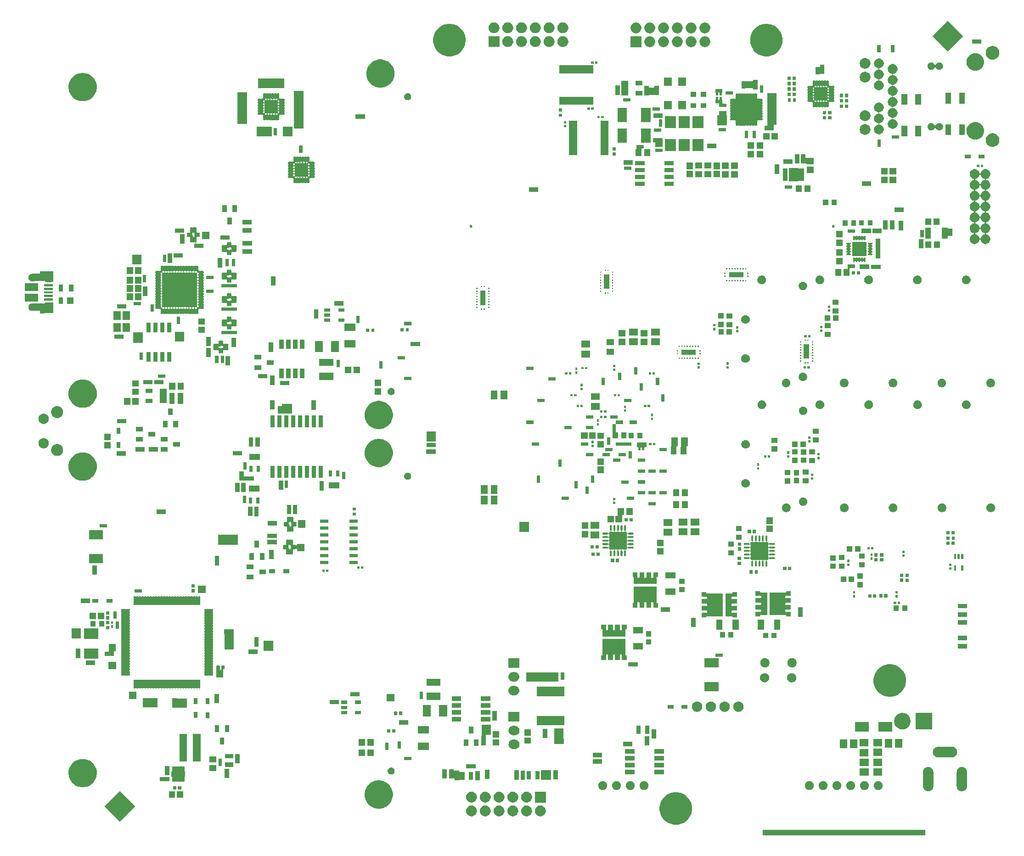
<source format=gbs>
G04 #@! TF.GenerationSoftware,KiCad,Pcbnew,(5.1.5)-3*
G04 #@! TF.CreationDate,2020-08-03T13:17:45+02:00*
G04 #@! TF.ProjectId,AMC_FMC_Carrier-PcbDoc,414d435f-464d-4435-9f43-617272696572,rev?*
G04 #@! TF.SameCoordinates,Original*
G04 #@! TF.FileFunction,Soldermask,Bot*
G04 #@! TF.FilePolarity,Negative*
%FSLAX46Y46*%
G04 Gerber Fmt 4.6, Leading zero omitted, Abs format (unit mm)*
G04 Created by KiCad (PCBNEW (5.1.5)-3) date 2020-08-03 13:17:45*
%MOMM*%
%LPD*%
G04 APERTURE LIST*
%ADD10C,0.100000*%
G04 APERTURE END LIST*
D10*
G36*
X289637400Y-216195800D02*
G01*
X259637400Y-216195800D01*
X259637400Y-215187580D01*
X289637400Y-215187580D01*
X289637400Y-216195800D01*
G37*
G36*
X244331890Y-208306939D02*
G01*
X244525088Y-208345368D01*
X245071053Y-208571514D01*
X245218331Y-208669922D01*
X245490697Y-208851911D01*
X245562409Y-208899828D01*
X245980272Y-209317691D01*
X246308586Y-209809047D01*
X246431245Y-210105171D01*
X246534732Y-210355013D01*
X246650020Y-210934604D01*
X246650020Y-211525556D01*
X246534732Y-212105147D01*
X246308587Y-212651111D01*
X245980273Y-213142468D01*
X245562408Y-213560333D01*
X245411559Y-213661127D01*
X245071053Y-213888646D01*
X244525088Y-214114792D01*
X244331890Y-214153221D01*
X243945496Y-214230080D01*
X243354544Y-214230080D01*
X242968150Y-214153221D01*
X242774952Y-214114792D01*
X242228987Y-213888646D01*
X241888481Y-213661127D01*
X241737632Y-213560333D01*
X241319767Y-213142468D01*
X240991453Y-212651111D01*
X240765308Y-212105147D01*
X240650020Y-211525556D01*
X240650020Y-210934604D01*
X240765308Y-210355013D01*
X240868796Y-210105171D01*
X240991454Y-209809047D01*
X241319768Y-209317691D01*
X241737631Y-208899828D01*
X241809344Y-208851911D01*
X242081709Y-208669922D01*
X242228987Y-208571514D01*
X242774952Y-208345368D01*
X242968150Y-208306939D01*
X243354544Y-208230080D01*
X243945496Y-208230080D01*
X244331890Y-208306939D01*
G37*
G36*
X143988927Y-210832700D02*
G01*
X141160500Y-213661127D01*
X138332073Y-210832700D01*
X141160500Y-208004273D01*
X143988927Y-210832700D01*
G37*
G36*
X213815890Y-210709219D02*
G01*
X213880289Y-210722029D01*
X214062278Y-210797411D01*
X214226063Y-210906849D01*
X214365351Y-211046137D01*
X214474789Y-211209922D01*
X214496545Y-211262447D01*
X214550171Y-211391912D01*
X214576755Y-211525556D01*
X214588600Y-211585109D01*
X214588600Y-211782091D01*
X214550171Y-211975289D01*
X214474789Y-212157278D01*
X214365351Y-212321063D01*
X214226063Y-212460351D01*
X214062278Y-212569789D01*
X213880289Y-212645171D01*
X213850426Y-212651111D01*
X213687093Y-212683600D01*
X213490107Y-212683600D01*
X213326774Y-212651111D01*
X213296911Y-212645171D01*
X213114922Y-212569789D01*
X212951137Y-212460351D01*
X212811849Y-212321063D01*
X212702411Y-212157278D01*
X212627029Y-211975289D01*
X212588600Y-211782091D01*
X212588600Y-211585109D01*
X212600446Y-211525556D01*
X212627029Y-211391912D01*
X212680655Y-211262447D01*
X212702411Y-211209922D01*
X212811849Y-211046137D01*
X212951137Y-210906849D01*
X213114922Y-210797411D01*
X213296911Y-210722029D01*
X213361310Y-210709219D01*
X213490107Y-210683600D01*
X213687093Y-210683600D01*
X213815890Y-210709219D01*
G37*
G36*
X218895890Y-210709219D02*
G01*
X218960289Y-210722029D01*
X219142278Y-210797411D01*
X219306063Y-210906849D01*
X219445351Y-211046137D01*
X219554789Y-211209922D01*
X219576545Y-211262447D01*
X219630171Y-211391912D01*
X219656755Y-211525556D01*
X219668600Y-211585109D01*
X219668600Y-211782091D01*
X219630171Y-211975289D01*
X219554789Y-212157278D01*
X219445351Y-212321063D01*
X219306063Y-212460351D01*
X219142278Y-212569789D01*
X218960289Y-212645171D01*
X218930426Y-212651111D01*
X218767093Y-212683600D01*
X218570107Y-212683600D01*
X218406774Y-212651111D01*
X218376911Y-212645171D01*
X218194922Y-212569789D01*
X218031137Y-212460351D01*
X217891849Y-212321063D01*
X217782411Y-212157278D01*
X217707029Y-211975289D01*
X217668600Y-211782091D01*
X217668600Y-211585109D01*
X217680446Y-211525556D01*
X217707029Y-211391912D01*
X217760655Y-211262447D01*
X217782411Y-211209922D01*
X217891849Y-211046137D01*
X218031137Y-210906849D01*
X218194922Y-210797411D01*
X218376911Y-210722029D01*
X218441310Y-210709219D01*
X218570107Y-210683600D01*
X218767093Y-210683600D01*
X218895890Y-210709219D01*
G37*
G36*
X216355890Y-210709219D02*
G01*
X216420289Y-210722029D01*
X216602278Y-210797411D01*
X216766063Y-210906849D01*
X216905351Y-211046137D01*
X217014789Y-211209922D01*
X217036545Y-211262447D01*
X217090171Y-211391912D01*
X217116755Y-211525556D01*
X217128600Y-211585109D01*
X217128600Y-211782091D01*
X217090171Y-211975289D01*
X217014789Y-212157278D01*
X216905351Y-212321063D01*
X216766063Y-212460351D01*
X216602278Y-212569789D01*
X216420289Y-212645171D01*
X216390426Y-212651111D01*
X216227093Y-212683600D01*
X216030107Y-212683600D01*
X215866774Y-212651111D01*
X215836911Y-212645171D01*
X215654922Y-212569789D01*
X215491137Y-212460351D01*
X215351849Y-212321063D01*
X215242411Y-212157278D01*
X215167029Y-211975289D01*
X215128600Y-211782091D01*
X215128600Y-211585109D01*
X215140446Y-211525556D01*
X215167029Y-211391912D01*
X215220655Y-211262447D01*
X215242411Y-211209922D01*
X215351849Y-211046137D01*
X215491137Y-210906849D01*
X215654922Y-210797411D01*
X215836911Y-210722029D01*
X215901310Y-210709219D01*
X216030107Y-210683600D01*
X216227093Y-210683600D01*
X216355890Y-210709219D01*
G37*
G36*
X208735890Y-210709219D02*
G01*
X208800289Y-210722029D01*
X208982278Y-210797411D01*
X209146063Y-210906849D01*
X209285351Y-211046137D01*
X209394789Y-211209922D01*
X209416545Y-211262447D01*
X209470171Y-211391912D01*
X209496755Y-211525556D01*
X209508600Y-211585109D01*
X209508600Y-211782091D01*
X209470171Y-211975289D01*
X209394789Y-212157278D01*
X209285351Y-212321063D01*
X209146063Y-212460351D01*
X208982278Y-212569789D01*
X208800289Y-212645171D01*
X208770426Y-212651111D01*
X208607093Y-212683600D01*
X208410107Y-212683600D01*
X208246774Y-212651111D01*
X208216911Y-212645171D01*
X208034922Y-212569789D01*
X207871137Y-212460351D01*
X207731849Y-212321063D01*
X207622411Y-212157278D01*
X207547029Y-211975289D01*
X207508600Y-211782091D01*
X207508600Y-211585109D01*
X207520446Y-211525556D01*
X207547029Y-211391912D01*
X207600655Y-211262447D01*
X207622411Y-211209922D01*
X207731849Y-211046137D01*
X207871137Y-210906849D01*
X208034922Y-210797411D01*
X208216911Y-210722029D01*
X208281310Y-210709219D01*
X208410107Y-210683600D01*
X208607093Y-210683600D01*
X208735890Y-210709219D01*
G37*
G36*
X211275890Y-210709219D02*
G01*
X211340289Y-210722029D01*
X211522278Y-210797411D01*
X211686063Y-210906849D01*
X211825351Y-211046137D01*
X211934789Y-211209922D01*
X211956545Y-211262447D01*
X212010171Y-211391912D01*
X212036755Y-211525556D01*
X212048600Y-211585109D01*
X212048600Y-211782091D01*
X212010171Y-211975289D01*
X211934789Y-212157278D01*
X211825351Y-212321063D01*
X211686063Y-212460351D01*
X211522278Y-212569789D01*
X211340289Y-212645171D01*
X211310426Y-212651111D01*
X211147093Y-212683600D01*
X210950107Y-212683600D01*
X210786774Y-212651111D01*
X210756911Y-212645171D01*
X210574922Y-212569789D01*
X210411137Y-212460351D01*
X210271849Y-212321063D01*
X210162411Y-212157278D01*
X210087029Y-211975289D01*
X210048600Y-211782091D01*
X210048600Y-211585109D01*
X210060446Y-211525556D01*
X210087029Y-211391912D01*
X210140655Y-211262447D01*
X210162411Y-211209922D01*
X210271849Y-211046137D01*
X210411137Y-210906849D01*
X210574922Y-210797411D01*
X210756911Y-210722029D01*
X210821310Y-210709219D01*
X210950107Y-210683600D01*
X211147093Y-210683600D01*
X211275890Y-210709219D01*
G37*
G36*
X206195890Y-210709219D02*
G01*
X206260289Y-210722029D01*
X206442278Y-210797411D01*
X206606063Y-210906849D01*
X206745351Y-211046137D01*
X206854789Y-211209922D01*
X206876545Y-211262447D01*
X206930171Y-211391912D01*
X206956755Y-211525556D01*
X206968600Y-211585109D01*
X206968600Y-211782091D01*
X206930171Y-211975289D01*
X206854789Y-212157278D01*
X206745351Y-212321063D01*
X206606063Y-212460351D01*
X206442278Y-212569789D01*
X206260289Y-212645171D01*
X206230426Y-212651111D01*
X206067093Y-212683600D01*
X205870107Y-212683600D01*
X205706774Y-212651111D01*
X205676911Y-212645171D01*
X205494922Y-212569789D01*
X205331137Y-212460351D01*
X205191849Y-212321063D01*
X205082411Y-212157278D01*
X205007029Y-211975289D01*
X204968600Y-211782091D01*
X204968600Y-211585109D01*
X204980446Y-211525556D01*
X205007029Y-211391912D01*
X205060655Y-211262447D01*
X205082411Y-211209922D01*
X205191849Y-211046137D01*
X205331137Y-210906849D01*
X205494922Y-210797411D01*
X205676911Y-210722029D01*
X205741310Y-210709219D01*
X205870107Y-210683600D01*
X206067093Y-210683600D01*
X206195890Y-210709219D01*
G37*
G36*
X189381449Y-206108444D02*
G01*
X189632799Y-206158440D01*
X190106333Y-206354584D01*
X190275968Y-206467931D01*
X190532502Y-206639341D01*
X190894930Y-207001769D01*
X191035705Y-207212454D01*
X191179687Y-207427938D01*
X191375831Y-207901472D01*
X191423993Y-208143600D01*
X191446632Y-208257411D01*
X191475824Y-208404172D01*
X191475824Y-208916722D01*
X191375831Y-209419422D01*
X191179687Y-209892956D01*
X191161382Y-209920351D01*
X190894930Y-210319125D01*
X190532502Y-210681553D01*
X190306294Y-210832700D01*
X190106333Y-210966310D01*
X189632799Y-211162454D01*
X189394161Y-211209922D01*
X189130100Y-211262447D01*
X188617548Y-211262447D01*
X188353487Y-211209922D01*
X188114849Y-211162454D01*
X187641315Y-210966310D01*
X187441354Y-210832700D01*
X187215146Y-210681553D01*
X186852718Y-210319125D01*
X186586266Y-209920351D01*
X186567961Y-209892956D01*
X186371817Y-209419422D01*
X186271824Y-208916722D01*
X186271824Y-208404172D01*
X186301017Y-208257411D01*
X186323655Y-208143600D01*
X186371817Y-207901472D01*
X186567961Y-207427938D01*
X186711943Y-207212454D01*
X186852718Y-207001769D01*
X187215146Y-206639341D01*
X187471680Y-206467931D01*
X187641315Y-206354584D01*
X188114849Y-206158440D01*
X188366199Y-206108444D01*
X188617548Y-206058447D01*
X189130100Y-206058447D01*
X189381449Y-206108444D01*
G37*
G36*
X206195890Y-208169219D02*
G01*
X206260289Y-208182029D01*
X206442278Y-208257411D01*
X206606063Y-208366849D01*
X206745351Y-208506137D01*
X206854789Y-208669922D01*
X206930171Y-208851911D01*
X206930171Y-208851912D01*
X206968600Y-209045107D01*
X206968600Y-209242093D01*
X206953562Y-209317692D01*
X206930171Y-209435289D01*
X206854789Y-209617278D01*
X206745351Y-209781063D01*
X206606063Y-209920351D01*
X206442278Y-210029789D01*
X206260289Y-210105171D01*
X206195890Y-210117981D01*
X206067093Y-210143600D01*
X205870107Y-210143600D01*
X205741310Y-210117981D01*
X205676911Y-210105171D01*
X205494922Y-210029789D01*
X205331137Y-209920351D01*
X205191849Y-209781063D01*
X205082411Y-209617278D01*
X205007029Y-209435289D01*
X204983638Y-209317692D01*
X204968600Y-209242093D01*
X204968600Y-209045107D01*
X205007029Y-208851912D01*
X205007029Y-208851911D01*
X205082411Y-208669922D01*
X205191849Y-208506137D01*
X205331137Y-208366849D01*
X205494922Y-208257411D01*
X205676911Y-208182029D01*
X205741310Y-208169219D01*
X205870107Y-208143600D01*
X206067093Y-208143600D01*
X206195890Y-208169219D01*
G37*
G36*
X213815890Y-208169219D02*
G01*
X213880289Y-208182029D01*
X214062278Y-208257411D01*
X214226063Y-208366849D01*
X214365351Y-208506137D01*
X214474789Y-208669922D01*
X214550171Y-208851911D01*
X214550171Y-208851912D01*
X214588600Y-209045107D01*
X214588600Y-209242093D01*
X214573562Y-209317692D01*
X214550171Y-209435289D01*
X214474789Y-209617278D01*
X214365351Y-209781063D01*
X214226063Y-209920351D01*
X214062278Y-210029789D01*
X213880289Y-210105171D01*
X213815890Y-210117981D01*
X213687093Y-210143600D01*
X213490107Y-210143600D01*
X213361310Y-210117981D01*
X213296911Y-210105171D01*
X213114922Y-210029789D01*
X212951137Y-209920351D01*
X212811849Y-209781063D01*
X212702411Y-209617278D01*
X212627029Y-209435289D01*
X212603638Y-209317692D01*
X212588600Y-209242093D01*
X212588600Y-209045107D01*
X212627029Y-208851912D01*
X212627029Y-208851911D01*
X212702411Y-208669922D01*
X212811849Y-208506137D01*
X212951137Y-208366849D01*
X213114922Y-208257411D01*
X213296911Y-208182029D01*
X213361310Y-208169219D01*
X213490107Y-208143600D01*
X213687093Y-208143600D01*
X213815890Y-208169219D01*
G37*
G36*
X219668600Y-210143600D02*
G01*
X217668600Y-210143600D01*
X217668600Y-208143600D01*
X219668600Y-208143600D01*
X219668600Y-210143600D01*
G37*
G36*
X216355890Y-208169219D02*
G01*
X216420289Y-208182029D01*
X216602278Y-208257411D01*
X216766063Y-208366849D01*
X216905351Y-208506137D01*
X217014789Y-208669922D01*
X217090171Y-208851911D01*
X217090171Y-208851912D01*
X217128600Y-209045107D01*
X217128600Y-209242093D01*
X217113562Y-209317692D01*
X217090171Y-209435289D01*
X217014789Y-209617278D01*
X216905351Y-209781063D01*
X216766063Y-209920351D01*
X216602278Y-210029789D01*
X216420289Y-210105171D01*
X216355890Y-210117981D01*
X216227093Y-210143600D01*
X216030107Y-210143600D01*
X215901310Y-210117981D01*
X215836911Y-210105171D01*
X215654922Y-210029789D01*
X215491137Y-209920351D01*
X215351849Y-209781063D01*
X215242411Y-209617278D01*
X215167029Y-209435289D01*
X215143638Y-209317692D01*
X215128600Y-209242093D01*
X215128600Y-209045107D01*
X215167029Y-208851912D01*
X215167029Y-208851911D01*
X215242411Y-208669922D01*
X215351849Y-208506137D01*
X215491137Y-208366849D01*
X215654922Y-208257411D01*
X215836911Y-208182029D01*
X215901310Y-208169219D01*
X216030107Y-208143600D01*
X216227093Y-208143600D01*
X216355890Y-208169219D01*
G37*
G36*
X208735890Y-208169219D02*
G01*
X208800289Y-208182029D01*
X208982278Y-208257411D01*
X209146063Y-208366849D01*
X209285351Y-208506137D01*
X209394789Y-208669922D01*
X209470171Y-208851911D01*
X209470171Y-208851912D01*
X209508600Y-209045107D01*
X209508600Y-209242093D01*
X209493562Y-209317692D01*
X209470171Y-209435289D01*
X209394789Y-209617278D01*
X209285351Y-209781063D01*
X209146063Y-209920351D01*
X208982278Y-210029789D01*
X208800289Y-210105171D01*
X208735890Y-210117981D01*
X208607093Y-210143600D01*
X208410107Y-210143600D01*
X208281310Y-210117981D01*
X208216911Y-210105171D01*
X208034922Y-210029789D01*
X207871137Y-209920351D01*
X207731849Y-209781063D01*
X207622411Y-209617278D01*
X207547029Y-209435289D01*
X207523638Y-209317692D01*
X207508600Y-209242093D01*
X207508600Y-209045107D01*
X207547029Y-208851912D01*
X207547029Y-208851911D01*
X207622411Y-208669922D01*
X207731849Y-208506137D01*
X207871137Y-208366849D01*
X208034922Y-208257411D01*
X208216911Y-208182029D01*
X208281310Y-208169219D01*
X208410107Y-208143600D01*
X208607093Y-208143600D01*
X208735890Y-208169219D01*
G37*
G36*
X211275890Y-208169219D02*
G01*
X211340289Y-208182029D01*
X211522278Y-208257411D01*
X211686063Y-208366849D01*
X211825351Y-208506137D01*
X211934789Y-208669922D01*
X212010171Y-208851911D01*
X212010171Y-208851912D01*
X212048600Y-209045107D01*
X212048600Y-209242093D01*
X212033562Y-209317692D01*
X212010171Y-209435289D01*
X211934789Y-209617278D01*
X211825351Y-209781063D01*
X211686063Y-209920351D01*
X211522278Y-210029789D01*
X211340289Y-210105171D01*
X211275890Y-210117981D01*
X211147093Y-210143600D01*
X210950107Y-210143600D01*
X210821310Y-210117981D01*
X210756911Y-210105171D01*
X210574922Y-210029789D01*
X210411137Y-209920351D01*
X210271849Y-209781063D01*
X210162411Y-209617278D01*
X210087029Y-209435289D01*
X210063638Y-209317692D01*
X210048600Y-209242093D01*
X210048600Y-209045107D01*
X210087029Y-208851912D01*
X210087029Y-208851911D01*
X210162411Y-208669922D01*
X210271849Y-208506137D01*
X210411137Y-208366849D01*
X210574922Y-208257411D01*
X210756911Y-208182029D01*
X210821310Y-208169219D01*
X210950107Y-208143600D01*
X211147093Y-208143600D01*
X211275890Y-208169219D01*
G37*
G36*
X151312600Y-209288400D02*
G01*
X150158600Y-209288400D01*
X150158600Y-208084400D01*
X151312600Y-208084400D01*
X151312600Y-209288400D01*
G37*
G36*
X152812600Y-209288400D02*
G01*
X151658600Y-209288400D01*
X151658600Y-208084400D01*
X152812600Y-208084400D01*
X152812600Y-209288400D01*
G37*
G36*
X296565627Y-203595192D02*
G01*
X296744216Y-203649367D01*
X296908804Y-203737341D01*
X297053067Y-203855734D01*
X297171460Y-203999997D01*
X297259434Y-204164585D01*
X297313609Y-204343174D01*
X297331901Y-204528900D01*
X297331901Y-207128900D01*
X297313609Y-207314626D01*
X297259434Y-207493215D01*
X297171460Y-207657803D01*
X297053067Y-207802066D01*
X296908804Y-207920459D01*
X296744216Y-208008433D01*
X296565627Y-208062608D01*
X296379901Y-208080900D01*
X296379899Y-208080900D01*
X296194173Y-208062608D01*
X296015584Y-208008433D01*
X295850996Y-207920459D01*
X295706733Y-207802066D01*
X295588340Y-207657803D01*
X295500366Y-207493215D01*
X295446191Y-207314626D01*
X295427899Y-207128900D01*
X295427899Y-204528900D01*
X295446191Y-204343174D01*
X295500366Y-204164585D01*
X295588340Y-203999997D01*
X295706733Y-203855734D01*
X295850996Y-203737341D01*
X296015584Y-203649367D01*
X296194173Y-203595192D01*
X296379899Y-203576900D01*
X296379901Y-203576900D01*
X296565627Y-203595192D01*
G37*
G36*
X290365627Y-203595192D02*
G01*
X290544216Y-203649367D01*
X290708804Y-203737341D01*
X290853067Y-203855734D01*
X290971460Y-203999997D01*
X291059434Y-204164585D01*
X291113609Y-204343174D01*
X291131901Y-204528900D01*
X291131901Y-207128900D01*
X291113609Y-207314626D01*
X291059434Y-207493215D01*
X290971460Y-207657803D01*
X290853067Y-207802066D01*
X290708804Y-207920459D01*
X290544216Y-208008433D01*
X290365627Y-208062608D01*
X290179901Y-208080900D01*
X290179899Y-208080900D01*
X289994173Y-208062608D01*
X289815584Y-208008433D01*
X289650996Y-207920459D01*
X289506733Y-207802066D01*
X289388340Y-207657803D01*
X289300366Y-207493215D01*
X289246191Y-207314626D01*
X289227899Y-207128900D01*
X289227899Y-204528900D01*
X289246191Y-204343174D01*
X289300366Y-204164585D01*
X289388340Y-203999997D01*
X289506733Y-203855734D01*
X289650996Y-203737341D01*
X289815584Y-203649367D01*
X289994173Y-203595192D01*
X290179899Y-203576900D01*
X290179901Y-203576900D01*
X290365627Y-203595192D01*
G37*
G36*
X238015419Y-206195681D02*
G01*
X238091854Y-206227342D01*
X238168290Y-206259002D01*
X238305866Y-206350927D01*
X238422873Y-206467934D01*
X238514798Y-206605510D01*
X238578119Y-206758382D01*
X238610400Y-206920667D01*
X238610400Y-207086133D01*
X238578119Y-207248418D01*
X238514798Y-207401290D01*
X238422873Y-207538866D01*
X238305866Y-207655873D01*
X238168290Y-207747798D01*
X238091854Y-207779458D01*
X238015419Y-207811119D01*
X237853133Y-207843400D01*
X237687667Y-207843400D01*
X237525381Y-207811119D01*
X237448946Y-207779458D01*
X237372510Y-207747798D01*
X237234934Y-207655873D01*
X237117927Y-207538866D01*
X237026002Y-207401290D01*
X236962681Y-207248418D01*
X236930400Y-207086133D01*
X236930400Y-206920667D01*
X236962681Y-206758382D01*
X237026002Y-206605510D01*
X237117927Y-206467934D01*
X237234934Y-206350927D01*
X237372510Y-206259002D01*
X237448946Y-206227342D01*
X237525381Y-206195681D01*
X237687667Y-206163400D01*
X237853133Y-206163400D01*
X238015419Y-206195681D01*
G37*
G36*
X230395419Y-206195681D02*
G01*
X230471854Y-206227342D01*
X230548290Y-206259002D01*
X230685866Y-206350927D01*
X230802873Y-206467934D01*
X230894798Y-206605510D01*
X230958119Y-206758382D01*
X230990400Y-206920667D01*
X230990400Y-207086133D01*
X230958119Y-207248418D01*
X230894798Y-207401290D01*
X230802873Y-207538866D01*
X230685866Y-207655873D01*
X230548290Y-207747798D01*
X230471854Y-207779458D01*
X230395419Y-207811119D01*
X230233133Y-207843400D01*
X230067667Y-207843400D01*
X229905381Y-207811119D01*
X229828946Y-207779458D01*
X229752510Y-207747798D01*
X229614934Y-207655873D01*
X229497927Y-207538866D01*
X229406002Y-207401290D01*
X229342681Y-207248418D01*
X229310400Y-207086133D01*
X229310400Y-206920667D01*
X229342681Y-206758382D01*
X229406002Y-206605510D01*
X229497927Y-206467934D01*
X229614934Y-206350927D01*
X229752510Y-206259002D01*
X229828946Y-206227342D01*
X229905381Y-206195681D01*
X230067667Y-206163400D01*
X230233133Y-206163400D01*
X230395419Y-206195681D01*
G37*
G36*
X235475419Y-206195681D02*
G01*
X235551854Y-206227342D01*
X235628290Y-206259002D01*
X235765866Y-206350927D01*
X235882873Y-206467934D01*
X235974798Y-206605510D01*
X236038119Y-206758382D01*
X236070400Y-206920667D01*
X236070400Y-207086133D01*
X236038119Y-207248418D01*
X235974798Y-207401290D01*
X235882873Y-207538866D01*
X235765866Y-207655873D01*
X235628290Y-207747798D01*
X235551854Y-207779458D01*
X235475419Y-207811119D01*
X235313133Y-207843400D01*
X235147667Y-207843400D01*
X234985381Y-207811119D01*
X234908946Y-207779458D01*
X234832510Y-207747798D01*
X234694934Y-207655873D01*
X234577927Y-207538866D01*
X234486002Y-207401290D01*
X234422681Y-207248418D01*
X234390400Y-207086133D01*
X234390400Y-206920667D01*
X234422681Y-206758382D01*
X234486002Y-206605510D01*
X234577927Y-206467934D01*
X234694934Y-206350927D01*
X234832510Y-206259002D01*
X234908946Y-206227342D01*
X234985381Y-206195681D01*
X235147667Y-206163400D01*
X235313133Y-206163400D01*
X235475419Y-206195681D01*
G37*
G36*
X232935419Y-206195681D02*
G01*
X233011854Y-206227342D01*
X233088290Y-206259002D01*
X233225866Y-206350927D01*
X233342873Y-206467934D01*
X233434798Y-206605510D01*
X233498119Y-206758382D01*
X233530400Y-206920667D01*
X233530400Y-207086133D01*
X233498119Y-207248418D01*
X233434798Y-207401290D01*
X233342873Y-207538866D01*
X233225866Y-207655873D01*
X233088290Y-207747798D01*
X233011854Y-207779458D01*
X232935419Y-207811119D01*
X232773133Y-207843400D01*
X232607667Y-207843400D01*
X232445381Y-207811119D01*
X232368946Y-207779458D01*
X232292510Y-207747798D01*
X232154934Y-207655873D01*
X232037927Y-207538866D01*
X231946002Y-207401290D01*
X231882681Y-207248418D01*
X231850400Y-207086133D01*
X231850400Y-206920667D01*
X231882681Y-206758382D01*
X231946002Y-206605510D01*
X232037927Y-206467934D01*
X232154934Y-206350927D01*
X232292510Y-206259002D01*
X232368946Y-206227342D01*
X232445381Y-206195681D01*
X232607667Y-206163400D01*
X232773133Y-206163400D01*
X232935419Y-206195681D01*
G37*
G36*
X268495419Y-206195681D02*
G01*
X268571854Y-206227342D01*
X268648290Y-206259002D01*
X268785866Y-206350927D01*
X268902873Y-206467934D01*
X268994798Y-206605510D01*
X269058119Y-206758382D01*
X269090400Y-206920667D01*
X269090400Y-207086133D01*
X269058119Y-207248418D01*
X268994798Y-207401290D01*
X268902873Y-207538866D01*
X268785866Y-207655873D01*
X268648290Y-207747798D01*
X268571854Y-207779458D01*
X268495419Y-207811119D01*
X268333133Y-207843400D01*
X268167667Y-207843400D01*
X268005381Y-207811119D01*
X267928946Y-207779458D01*
X267852510Y-207747798D01*
X267714934Y-207655873D01*
X267597927Y-207538866D01*
X267506002Y-207401290D01*
X267442681Y-207248418D01*
X267410400Y-207086133D01*
X267410400Y-206920667D01*
X267442681Y-206758382D01*
X267506002Y-206605510D01*
X267597927Y-206467934D01*
X267714934Y-206350927D01*
X267852510Y-206259002D01*
X267928946Y-206227342D01*
X268005381Y-206195681D01*
X268167667Y-206163400D01*
X268333133Y-206163400D01*
X268495419Y-206195681D01*
G37*
G36*
X271035419Y-206195681D02*
G01*
X271111854Y-206227342D01*
X271188290Y-206259002D01*
X271325866Y-206350927D01*
X271442873Y-206467934D01*
X271534798Y-206605510D01*
X271598119Y-206758382D01*
X271630400Y-206920667D01*
X271630400Y-207086133D01*
X271598119Y-207248418D01*
X271534798Y-207401290D01*
X271442873Y-207538866D01*
X271325866Y-207655873D01*
X271188290Y-207747798D01*
X271111854Y-207779458D01*
X271035419Y-207811119D01*
X270873133Y-207843400D01*
X270707667Y-207843400D01*
X270545381Y-207811119D01*
X270468946Y-207779458D01*
X270392510Y-207747798D01*
X270254934Y-207655873D01*
X270137927Y-207538866D01*
X270046002Y-207401290D01*
X269982681Y-207248418D01*
X269950400Y-207086133D01*
X269950400Y-206920667D01*
X269982681Y-206758382D01*
X270046002Y-206605510D01*
X270137927Y-206467934D01*
X270254934Y-206350927D01*
X270392510Y-206259002D01*
X270468946Y-206227342D01*
X270545381Y-206195681D01*
X270707667Y-206163400D01*
X270873133Y-206163400D01*
X271035419Y-206195681D01*
G37*
G36*
X273575419Y-206195681D02*
G01*
X273651854Y-206227342D01*
X273728290Y-206259002D01*
X273865866Y-206350927D01*
X273982873Y-206467934D01*
X274074798Y-206605510D01*
X274138119Y-206758382D01*
X274170400Y-206920667D01*
X274170400Y-207086133D01*
X274138119Y-207248418D01*
X274074798Y-207401290D01*
X273982873Y-207538866D01*
X273865866Y-207655873D01*
X273728290Y-207747798D01*
X273651854Y-207779458D01*
X273575419Y-207811119D01*
X273413133Y-207843400D01*
X273247667Y-207843400D01*
X273085381Y-207811119D01*
X273008946Y-207779458D01*
X272932510Y-207747798D01*
X272794934Y-207655873D01*
X272677927Y-207538866D01*
X272586002Y-207401290D01*
X272522681Y-207248418D01*
X272490400Y-207086133D01*
X272490400Y-206920667D01*
X272522681Y-206758382D01*
X272586002Y-206605510D01*
X272677927Y-206467934D01*
X272794934Y-206350927D01*
X272932510Y-206259002D01*
X273008946Y-206227342D01*
X273085381Y-206195681D01*
X273247667Y-206163400D01*
X273413133Y-206163400D01*
X273575419Y-206195681D01*
G37*
G36*
X276115419Y-206195681D02*
G01*
X276191854Y-206227342D01*
X276268290Y-206259002D01*
X276405866Y-206350927D01*
X276522873Y-206467934D01*
X276614798Y-206605510D01*
X276678119Y-206758382D01*
X276710400Y-206920667D01*
X276710400Y-207086133D01*
X276678119Y-207248418D01*
X276614798Y-207401290D01*
X276522873Y-207538866D01*
X276405866Y-207655873D01*
X276268290Y-207747798D01*
X276191854Y-207779458D01*
X276115419Y-207811119D01*
X275953133Y-207843400D01*
X275787667Y-207843400D01*
X275625381Y-207811119D01*
X275548946Y-207779458D01*
X275472510Y-207747798D01*
X275334934Y-207655873D01*
X275217927Y-207538866D01*
X275126002Y-207401290D01*
X275062681Y-207248418D01*
X275030400Y-207086133D01*
X275030400Y-206920667D01*
X275062681Y-206758382D01*
X275126002Y-206605510D01*
X275217927Y-206467934D01*
X275334934Y-206350927D01*
X275472510Y-206259002D01*
X275548946Y-206227342D01*
X275625381Y-206195681D01*
X275787667Y-206163400D01*
X275953133Y-206163400D01*
X276115419Y-206195681D01*
G37*
G36*
X278655419Y-206195681D02*
G01*
X278731854Y-206227342D01*
X278808290Y-206259002D01*
X278945866Y-206350927D01*
X279062873Y-206467934D01*
X279154798Y-206605510D01*
X279218119Y-206758382D01*
X279250400Y-206920667D01*
X279250400Y-207086133D01*
X279218119Y-207248418D01*
X279154798Y-207401290D01*
X279062873Y-207538866D01*
X278945866Y-207655873D01*
X278808290Y-207747798D01*
X278731854Y-207779458D01*
X278655419Y-207811119D01*
X278493133Y-207843400D01*
X278327667Y-207843400D01*
X278165381Y-207811119D01*
X278088946Y-207779458D01*
X278012510Y-207747798D01*
X277874934Y-207655873D01*
X277757927Y-207538866D01*
X277666002Y-207401290D01*
X277602681Y-207248418D01*
X277570400Y-207086133D01*
X277570400Y-206920667D01*
X277602681Y-206758382D01*
X277666002Y-206605510D01*
X277757927Y-206467934D01*
X277874934Y-206350927D01*
X278012510Y-206259002D01*
X278088946Y-206227342D01*
X278165381Y-206195681D01*
X278327667Y-206163400D01*
X278493133Y-206163400D01*
X278655419Y-206195681D01*
G37*
G36*
X281195419Y-206195681D02*
G01*
X281271854Y-206227342D01*
X281348290Y-206259002D01*
X281485866Y-206350927D01*
X281602873Y-206467934D01*
X281694798Y-206605510D01*
X281758119Y-206758382D01*
X281790400Y-206920667D01*
X281790400Y-207086133D01*
X281758119Y-207248418D01*
X281694798Y-207401290D01*
X281602873Y-207538866D01*
X281485866Y-207655873D01*
X281348290Y-207747798D01*
X281271854Y-207779458D01*
X281195419Y-207811119D01*
X281033133Y-207843400D01*
X280867667Y-207843400D01*
X280705381Y-207811119D01*
X280628946Y-207779458D01*
X280552510Y-207747798D01*
X280414934Y-207655873D01*
X280297927Y-207538866D01*
X280206002Y-207401290D01*
X280142681Y-207248418D01*
X280110400Y-207086133D01*
X280110400Y-206920667D01*
X280142681Y-206758382D01*
X280206002Y-206605510D01*
X280297927Y-206467934D01*
X280414934Y-206350927D01*
X280552510Y-206259002D01*
X280628946Y-206227342D01*
X280705381Y-206195681D01*
X280867667Y-206163400D01*
X281033133Y-206163400D01*
X281195419Y-206195681D01*
G37*
G36*
X152448800Y-207751800D02*
G01*
X151828800Y-207751800D01*
X151828800Y-207131800D01*
X152448800Y-207131800D01*
X152448800Y-207751800D01*
G37*
G36*
X151548800Y-207751800D02*
G01*
X150928800Y-207751800D01*
X150928800Y-207131800D01*
X151548800Y-207131800D01*
X151548800Y-207751800D01*
G37*
G36*
X134781449Y-202158443D02*
G01*
X135032799Y-202208440D01*
X135506333Y-202404584D01*
X135677032Y-202518642D01*
X135932502Y-202689341D01*
X136294930Y-203051769D01*
X136407204Y-203219800D01*
X136579687Y-203477938D01*
X136775831Y-203951472D01*
X136775831Y-203951473D01*
X136875824Y-204454171D01*
X136875824Y-204966723D01*
X136840382Y-205144900D01*
X136775831Y-205469422D01*
X136579687Y-205942956D01*
X136512706Y-206043200D01*
X136294930Y-206369125D01*
X135932502Y-206731553D01*
X135677032Y-206902252D01*
X135506333Y-207016310D01*
X135032799Y-207212454D01*
X134851995Y-207248418D01*
X134530100Y-207312447D01*
X134017548Y-207312447D01*
X133695653Y-207248418D01*
X133514849Y-207212454D01*
X133041315Y-207016310D01*
X132870616Y-206902252D01*
X132615146Y-206731553D01*
X132252718Y-206369125D01*
X132034942Y-206043200D01*
X131967961Y-205942956D01*
X131771817Y-205469422D01*
X131707266Y-205144900D01*
X131671824Y-204966723D01*
X131671824Y-204454171D01*
X131771817Y-203951473D01*
X131771817Y-203951472D01*
X131967961Y-203477938D01*
X132140444Y-203219800D01*
X132252718Y-203051769D01*
X132615146Y-202689341D01*
X132870616Y-202518642D01*
X133041315Y-202404584D01*
X133514849Y-202208440D01*
X133766199Y-202158443D01*
X134017548Y-202108447D01*
X134530100Y-202108447D01*
X134781449Y-202158443D01*
G37*
G36*
X153042000Y-204306801D02*
G01*
X153044402Y-204331187D01*
X153051515Y-204354636D01*
X153063066Y-204376247D01*
X153078611Y-204395189D01*
X153097553Y-204410734D01*
X153119164Y-204422285D01*
X153142000Y-204429212D01*
X153142000Y-205374388D01*
X153119164Y-205381315D01*
X153097553Y-205392866D01*
X153078611Y-205408411D01*
X153063066Y-205427353D01*
X153051515Y-205448964D01*
X153044402Y-205472413D01*
X153042000Y-205496799D01*
X153042000Y-206284600D01*
X150760802Y-206284600D01*
X150760802Y-205496799D01*
X150758400Y-205472413D01*
X150751287Y-205448964D01*
X150739736Y-205427353D01*
X150724191Y-205408411D01*
X150705249Y-205392866D01*
X150683638Y-205381315D01*
X150660189Y-205374202D01*
X150642000Y-205372410D01*
X150642000Y-204431190D01*
X150660189Y-204429398D01*
X150683638Y-204422285D01*
X150705249Y-204410734D01*
X150724191Y-204395189D01*
X150739736Y-204376247D01*
X150751287Y-204354636D01*
X150758400Y-204331187D01*
X150760802Y-204306801D01*
X150760802Y-203501800D01*
X153042000Y-203501800D01*
X153042000Y-204306801D01*
G37*
G36*
X150239400Y-206228200D02*
G01*
X148515400Y-206228200D01*
X148515400Y-205404200D01*
X150239400Y-205404200D01*
X150239400Y-206228200D01*
G37*
G36*
X207498200Y-206043200D02*
G01*
X206674200Y-206043200D01*
X206674200Y-204319200D01*
X207498200Y-204319200D01*
X207498200Y-206043200D01*
G37*
G36*
X202646800Y-204168801D02*
G01*
X202649202Y-204193187D01*
X202656315Y-204216636D01*
X202667866Y-204238247D01*
X202683411Y-204257189D01*
X202702353Y-204272734D01*
X202723964Y-204284285D01*
X202747413Y-204291398D01*
X202771799Y-204293800D01*
X203688200Y-204293800D01*
X203688200Y-204355001D01*
X203690602Y-204379387D01*
X203697715Y-204402836D01*
X203709266Y-204424447D01*
X203724811Y-204443389D01*
X203743753Y-204458934D01*
X203765364Y-204470485D01*
X203788813Y-204477598D01*
X203813199Y-204480000D01*
X204676600Y-204480000D01*
X204676600Y-205984000D01*
X203813199Y-205984000D01*
X203788813Y-205986402D01*
X203765364Y-205993515D01*
X203743753Y-206005066D01*
X203728236Y-206017800D01*
X202864200Y-206017800D01*
X202864200Y-205863399D01*
X202861798Y-205839013D01*
X202854685Y-205815564D01*
X202843134Y-205793953D01*
X202827589Y-205775011D01*
X202808647Y-205759466D01*
X202787036Y-205747915D01*
X202763587Y-205740802D01*
X202739201Y-205738400D01*
X201822800Y-205738400D01*
X201822800Y-204014400D01*
X202646800Y-204014400D01*
X202646800Y-204168801D01*
G37*
G36*
X206256600Y-205984000D02*
G01*
X205482600Y-205984000D01*
X205482600Y-204480000D01*
X206256600Y-204480000D01*
X206256600Y-205984000D01*
G37*
G36*
X215829400Y-205941600D02*
G01*
X215005400Y-205941600D01*
X215005400Y-204217600D01*
X215829400Y-204217600D01*
X215829400Y-205941600D01*
G37*
G36*
X214724500Y-205928900D02*
G01*
X213900500Y-205928900D01*
X213900500Y-204204900D01*
X214724500Y-204204900D01*
X214724500Y-205928900D01*
G37*
G36*
X220630000Y-205916200D02*
G01*
X218790000Y-205916200D01*
X218790000Y-204192200D01*
X220630000Y-204192200D01*
X220630000Y-205916200D01*
G37*
G36*
X221900000Y-205865400D02*
G01*
X221076000Y-205865400D01*
X221076000Y-204141400D01*
X221900000Y-204141400D01*
X221900000Y-205865400D01*
G37*
G36*
X218524800Y-205831600D02*
G01*
X217750800Y-205831600D01*
X217750800Y-204327600D01*
X218524800Y-204327600D01*
X218524800Y-205831600D01*
G37*
G36*
X216944800Y-205831600D02*
G01*
X216170800Y-205831600D01*
X216170800Y-204327600D01*
X216944800Y-204327600D01*
X216944800Y-205831600D01*
G37*
G36*
X209276200Y-205789200D02*
G01*
X208452200Y-205789200D01*
X208452200Y-204065200D01*
X209276200Y-204065200D01*
X209276200Y-205789200D01*
G37*
G36*
X201427600Y-205738400D02*
G01*
X200603600Y-205738400D01*
X200603600Y-204014400D01*
X201427600Y-204014400D01*
X201427600Y-205738400D01*
G37*
G36*
X161270200Y-205611400D02*
G01*
X160446200Y-205611400D01*
X160446200Y-203887400D01*
X161270200Y-203887400D01*
X161270200Y-205611400D01*
G37*
G36*
X279190680Y-205208800D02*
G01*
X277536680Y-205208800D01*
X277536680Y-203854800D01*
X279190680Y-203854800D01*
X279190680Y-205208800D01*
G37*
G36*
X281695120Y-205208800D02*
G01*
X280041120Y-205208800D01*
X280041120Y-203854800D01*
X281695120Y-203854800D01*
X281695120Y-205208800D01*
G37*
G36*
X150246600Y-205103400D02*
G01*
X149422600Y-205103400D01*
X149422600Y-203379400D01*
X150246600Y-203379400D01*
X150246600Y-205103400D01*
G37*
G36*
X191295438Y-203683553D02*
G01*
X191337298Y-203691879D01*
X191386296Y-203712175D01*
X191455589Y-203740877D01*
X191455590Y-203740878D01*
X191562051Y-203812012D01*
X191652588Y-203902549D01*
X191700118Y-203973684D01*
X191723723Y-204009011D01*
X191772721Y-204127303D01*
X191797700Y-204252879D01*
X191797700Y-204380921D01*
X191789472Y-204422285D01*
X191772721Y-204506498D01*
X191760898Y-204535040D01*
X191723723Y-204624789D01*
X191723722Y-204624790D01*
X191652588Y-204731251D01*
X191562051Y-204821788D01*
X191521025Y-204849200D01*
X191455589Y-204892923D01*
X191386296Y-204921625D01*
X191337298Y-204941921D01*
X191295438Y-204950247D01*
X191211721Y-204966900D01*
X191083679Y-204966900D01*
X190999962Y-204950247D01*
X190958102Y-204941921D01*
X190909104Y-204921625D01*
X190839811Y-204892923D01*
X190774375Y-204849200D01*
X190733349Y-204821788D01*
X190642812Y-204731251D01*
X190571678Y-204624790D01*
X190571677Y-204624789D01*
X190534502Y-204535040D01*
X190522679Y-204506498D01*
X190505928Y-204422285D01*
X190497700Y-204380921D01*
X190497700Y-204252879D01*
X190522679Y-204127303D01*
X190571677Y-204009011D01*
X190595282Y-203973684D01*
X190642812Y-203902549D01*
X190733349Y-203812012D01*
X190839810Y-203740878D01*
X190839811Y-203740877D01*
X190909104Y-203712175D01*
X190958102Y-203691879D01*
X190999962Y-203683553D01*
X191083679Y-203666900D01*
X191211721Y-203666900D01*
X191295438Y-203683553D01*
G37*
G36*
X236027680Y-204897400D02*
G01*
X234273680Y-204897400D01*
X234273680Y-204093400D01*
X236027680Y-204093400D01*
X236027680Y-204897400D01*
G37*
G36*
X241427680Y-204897400D02*
G01*
X239673680Y-204897400D01*
X239673680Y-204093400D01*
X241427680Y-204093400D01*
X241427680Y-204897400D01*
G37*
G36*
X158869000Y-204373800D02*
G01*
X157615000Y-204373800D01*
X157615000Y-203219800D01*
X158869000Y-203219800D01*
X158869000Y-204373800D01*
G37*
G36*
X206729000Y-203866000D02*
G01*
X205005000Y-203866000D01*
X205005000Y-203042000D01*
X206729000Y-203042000D01*
X206729000Y-203866000D01*
G37*
G36*
X241427680Y-203627400D02*
G01*
X239673680Y-203627400D01*
X239673680Y-202823400D01*
X241427680Y-202823400D01*
X241427680Y-203627400D01*
G37*
G36*
X236027680Y-203627400D02*
G01*
X234273680Y-203627400D01*
X234273680Y-202823400D01*
X236027680Y-202823400D01*
X236027680Y-203627400D01*
G37*
G36*
X162042000Y-203538800D02*
G01*
X160538000Y-203538800D01*
X160538000Y-202764800D01*
X162042000Y-202764800D01*
X162042000Y-203538800D01*
G37*
G36*
X159966400Y-203445200D02*
G01*
X159362400Y-203445200D01*
X159362400Y-202091200D01*
X159966400Y-202091200D01*
X159966400Y-203445200D01*
G37*
G36*
X279190680Y-203408800D02*
G01*
X277536680Y-203408800D01*
X277536680Y-202054800D01*
X279190680Y-202054800D01*
X279190680Y-203408800D01*
G37*
G36*
X281695120Y-203408800D02*
G01*
X280041120Y-203408800D01*
X280041120Y-202054800D01*
X281695120Y-202054800D01*
X281695120Y-203408800D01*
G37*
G36*
X230071600Y-202951600D02*
G01*
X228347600Y-202951600D01*
X228347600Y-202127600D01*
X230071600Y-202127600D01*
X230071600Y-202951600D01*
G37*
G36*
X163226000Y-202919000D02*
G01*
X162402000Y-202919000D01*
X162402000Y-201195000D01*
X163226000Y-201195000D01*
X163226000Y-202919000D01*
G37*
G36*
X158869000Y-202773800D02*
G01*
X157615000Y-202773800D01*
X157615000Y-201619800D01*
X158869000Y-201619800D01*
X158869000Y-202773800D01*
G37*
G36*
X156028400Y-202577000D02*
G01*
X154624400Y-202577000D01*
X154624400Y-197473000D01*
X156028400Y-197473000D01*
X156028400Y-202577000D01*
G37*
G36*
X153528400Y-202577000D02*
G01*
X152124400Y-202577000D01*
X152124400Y-197473000D01*
X153528400Y-197473000D01*
X153528400Y-202577000D01*
G37*
G36*
X236027680Y-202357400D02*
G01*
X234273680Y-202357400D01*
X234273680Y-201553400D01*
X236027680Y-201553400D01*
X236027680Y-202357400D01*
G37*
G36*
X241427680Y-202357400D02*
G01*
X239673680Y-202357400D01*
X239673680Y-201553400D01*
X241427680Y-201553400D01*
X241427680Y-202357400D01*
G37*
G36*
X194923500Y-202295500D02*
G01*
X193569500Y-202295500D01*
X193569500Y-201691500D01*
X194923500Y-201691500D01*
X194923500Y-202295500D01*
G37*
G36*
X162042000Y-201958800D02*
G01*
X160538000Y-201958800D01*
X160538000Y-201184800D01*
X162042000Y-201184800D01*
X162042000Y-201958800D01*
G37*
G36*
X230046200Y-201808600D02*
G01*
X228322200Y-201808600D01*
X228322200Y-200984600D01*
X230046200Y-200984600D01*
X230046200Y-201808600D01*
G37*
G36*
X294765626Y-199895191D02*
G01*
X294944215Y-199949366D01*
X295108803Y-200037340D01*
X295253066Y-200155733D01*
X295371459Y-200299996D01*
X295459433Y-200464584D01*
X295513608Y-200643173D01*
X295531900Y-200828899D01*
X295531900Y-200828901D01*
X295513608Y-201014627D01*
X295459433Y-201193216D01*
X295371459Y-201357804D01*
X295253066Y-201502067D01*
X295108803Y-201620460D01*
X294944215Y-201708434D01*
X294765626Y-201762609D01*
X294579900Y-201780901D01*
X291979900Y-201780901D01*
X291794174Y-201762609D01*
X291615585Y-201708434D01*
X291450997Y-201620460D01*
X291306734Y-201502067D01*
X291188341Y-201357804D01*
X291100367Y-201193216D01*
X291046192Y-201014627D01*
X291027900Y-200828901D01*
X291027900Y-200828899D01*
X291046192Y-200643173D01*
X291100367Y-200464584D01*
X291188341Y-200299996D01*
X291306734Y-200155733D01*
X291450997Y-200037340D01*
X291615585Y-199949366D01*
X291794174Y-199895191D01*
X291979900Y-199876899D01*
X294579900Y-199876899D01*
X294765626Y-199895191D01*
G37*
G36*
X279155120Y-201602000D02*
G01*
X277501120Y-201602000D01*
X277501120Y-200248000D01*
X279155120Y-200248000D01*
X279155120Y-201602000D01*
G37*
G36*
X281700200Y-201576600D02*
G01*
X280046200Y-201576600D01*
X280046200Y-200222600D01*
X281700200Y-200222600D01*
X281700200Y-201576600D01*
G37*
G36*
X186340000Y-201554100D02*
G01*
X185186000Y-201554100D01*
X185186000Y-200350100D01*
X186340000Y-200350100D01*
X186340000Y-201554100D01*
G37*
G36*
X187940000Y-201554100D02*
G01*
X186786000Y-201554100D01*
X186786000Y-200350100D01*
X187940000Y-200350100D01*
X187940000Y-201554100D01*
G37*
G36*
X241427680Y-201087400D02*
G01*
X239673680Y-201087400D01*
X239673680Y-200283400D01*
X241427680Y-200283400D01*
X241427680Y-201087400D01*
G37*
G36*
X236027680Y-201087400D02*
G01*
X234273680Y-201087400D01*
X234273680Y-200283400D01*
X236027680Y-200283400D01*
X236027680Y-201087400D01*
G37*
G36*
X198106000Y-200424000D02*
G01*
X196102000Y-200424000D01*
X196102000Y-199070000D01*
X198106000Y-199070000D01*
X198106000Y-200424000D01*
G37*
G36*
X190687700Y-200422600D02*
G01*
X190083700Y-200422600D01*
X190083700Y-199068600D01*
X190687700Y-199068600D01*
X190687700Y-200422600D01*
G37*
G36*
X214063071Y-198541418D02*
G01*
X214126610Y-198547676D01*
X214289663Y-198597138D01*
X214289666Y-198597139D01*
X214439933Y-198677458D01*
X214571647Y-198785553D01*
X214679742Y-198917267D01*
X214760061Y-199067534D01*
X214760062Y-199067537D01*
X214809524Y-199230590D01*
X214826225Y-199400160D01*
X214809524Y-199569730D01*
X214785447Y-199649100D01*
X214760061Y-199732786D01*
X214679742Y-199883053D01*
X214571647Y-200014767D01*
X214439933Y-200122862D01*
X214289666Y-200203181D01*
X214289663Y-200203182D01*
X214126610Y-200252644D01*
X214063070Y-200258902D01*
X213999533Y-200265160D01*
X213614547Y-200265160D01*
X213551010Y-200258902D01*
X213487470Y-200252644D01*
X213324417Y-200203182D01*
X213324414Y-200203181D01*
X213174147Y-200122862D01*
X213042433Y-200014767D01*
X212934338Y-199883053D01*
X212854019Y-199732786D01*
X212828633Y-199649100D01*
X212804556Y-199569730D01*
X212787855Y-199400160D01*
X212804556Y-199230590D01*
X212854018Y-199067537D01*
X212854019Y-199067534D01*
X212934338Y-198917267D01*
X213042433Y-198785553D01*
X213174147Y-198677458D01*
X213324414Y-198597139D01*
X213324417Y-198597138D01*
X213487470Y-198547676D01*
X213551009Y-198541418D01*
X213614547Y-198535160D01*
X213999533Y-198535160D01*
X214063071Y-198541418D01*
G37*
G36*
X192948300Y-200181300D02*
G01*
X192344300Y-200181300D01*
X192344300Y-198827300D01*
X192948300Y-198827300D01*
X192948300Y-200181300D01*
G37*
G36*
X277065400Y-200140800D02*
G01*
X275711400Y-200140800D01*
X275711400Y-198486800D01*
X277065400Y-198486800D01*
X277065400Y-200140800D01*
G37*
G36*
X275265400Y-200140800D02*
G01*
X273911400Y-200140800D01*
X273911400Y-198486800D01*
X275265400Y-198486800D01*
X275265400Y-200140800D01*
G37*
G36*
X283571200Y-200064600D02*
G01*
X282217200Y-200064600D01*
X282217200Y-198410600D01*
X283571200Y-198410600D01*
X283571200Y-200064600D01*
G37*
G36*
X285371200Y-200064600D02*
G01*
X284017200Y-200064600D01*
X284017200Y-198410600D01*
X285371200Y-198410600D01*
X285371200Y-200064600D01*
G37*
G36*
X279155120Y-199802000D02*
G01*
X277501120Y-199802000D01*
X277501120Y-198448000D01*
X279155120Y-198448000D01*
X279155120Y-199802000D01*
G37*
G36*
X281700200Y-199776600D02*
G01*
X280046200Y-199776600D01*
X280046200Y-198422600D01*
X281700200Y-198422600D01*
X281700200Y-199776600D01*
G37*
G36*
X235652352Y-199759063D02*
G01*
X233928352Y-199759063D01*
X233928352Y-198935063D01*
X235652352Y-198935063D01*
X235652352Y-199759063D01*
G37*
G36*
X205369400Y-199719200D02*
G01*
X204515400Y-199719200D01*
X204515400Y-198465200D01*
X205369400Y-198465200D01*
X205369400Y-199719200D01*
G37*
G36*
X207269400Y-199719200D02*
G01*
X206415400Y-199719200D01*
X206415400Y-198465200D01*
X207269400Y-198465200D01*
X207269400Y-199719200D01*
G37*
G36*
X187914600Y-199649100D02*
G01*
X186760600Y-199649100D01*
X186760600Y-198445100D01*
X187914600Y-198445100D01*
X187914600Y-199649100D01*
G37*
G36*
X186314600Y-199649100D02*
G01*
X185160600Y-199649100D01*
X185160600Y-198445100D01*
X186314600Y-198445100D01*
X186314600Y-199649100D01*
G37*
G36*
X238742368Y-199639617D02*
G01*
X237918368Y-199639617D01*
X237918368Y-197915617D01*
X238742368Y-197915617D01*
X238742368Y-199639617D01*
G37*
G36*
X211041000Y-199624800D02*
G01*
X209837000Y-199624800D01*
X209837000Y-198470800D01*
X211041000Y-198470800D01*
X211041000Y-199624800D01*
G37*
G36*
X209548400Y-197617600D02*
G01*
X208715399Y-197617600D01*
X208691013Y-197620002D01*
X208667564Y-197627115D01*
X208645953Y-197638666D01*
X208627011Y-197654211D01*
X208611466Y-197673153D01*
X208599915Y-197694764D01*
X208592802Y-197718213D01*
X208590400Y-197742599D01*
X208590400Y-199566200D01*
X207766400Y-199566200D01*
X207766400Y-197822442D01*
X207768847Y-197821134D01*
X207787789Y-197805589D01*
X207803334Y-197786647D01*
X207814885Y-197765036D01*
X207821998Y-197741587D01*
X207824400Y-197717201D01*
X207824400Y-195752200D01*
X209548400Y-195752200D01*
X209548400Y-197617600D01*
G37*
G36*
X160371200Y-199439800D02*
G01*
X159567200Y-199439800D01*
X159567200Y-198185800D01*
X160371200Y-198185800D01*
X160371200Y-199439800D01*
G37*
G36*
X222959600Y-198421201D02*
G01*
X222962002Y-198445587D01*
X222969115Y-198469036D01*
X222980666Y-198490647D01*
X222985000Y-198495928D01*
X222985000Y-199370200D01*
X221261000Y-199370200D01*
X221261000Y-198453799D01*
X221258598Y-198429413D01*
X221251485Y-198405964D01*
X221239934Y-198384353D01*
X221235600Y-198379072D01*
X221235600Y-196488800D01*
X222959600Y-196488800D01*
X222959600Y-198421201D01*
G37*
G36*
X216921100Y-199294600D02*
G01*
X215717100Y-199294600D01*
X215717100Y-198140600D01*
X216921100Y-198140600D01*
X216921100Y-199294600D01*
G37*
G36*
X240012368Y-198369617D02*
G01*
X239188368Y-198369617D01*
X239188368Y-196645617D01*
X240012368Y-196645617D01*
X240012368Y-198369617D01*
G37*
G36*
X219969600Y-198270800D02*
G01*
X219145600Y-198270800D01*
X219145600Y-196546800D01*
X219969600Y-196546800D01*
X219969600Y-198270800D01*
G37*
G36*
X211041000Y-198124800D02*
G01*
X209837000Y-198124800D01*
X209837000Y-196970800D01*
X211041000Y-196970800D01*
X211041000Y-198124800D01*
G37*
G36*
X216921100Y-197794600D02*
G01*
X215717100Y-197794600D01*
X215717100Y-196640600D01*
X216921100Y-196640600D01*
X216921100Y-197794600D01*
G37*
G36*
X214063070Y-196001418D02*
G01*
X214126610Y-196007676D01*
X214289663Y-196057138D01*
X214289666Y-196057139D01*
X214439933Y-196137458D01*
X214571647Y-196245553D01*
X214679742Y-196377267D01*
X214760061Y-196527534D01*
X214760062Y-196527537D01*
X214809524Y-196690590D01*
X214826225Y-196860160D01*
X214809524Y-197029730D01*
X214776134Y-197139800D01*
X214760061Y-197192786D01*
X214679742Y-197343053D01*
X214571647Y-197474767D01*
X214439933Y-197582862D01*
X214289666Y-197663181D01*
X214289663Y-197663182D01*
X214126610Y-197712644D01*
X214080341Y-197717201D01*
X213999533Y-197725160D01*
X213614547Y-197725160D01*
X213533739Y-197717201D01*
X213487470Y-197712644D01*
X213324417Y-197663182D01*
X213324414Y-197663181D01*
X213174147Y-197582862D01*
X213042433Y-197474767D01*
X212934338Y-197343053D01*
X212854019Y-197192786D01*
X212837946Y-197139800D01*
X212804556Y-197029730D01*
X212787855Y-196860160D01*
X212804556Y-196690590D01*
X212854018Y-196527537D01*
X212854019Y-196527534D01*
X212934338Y-196377267D01*
X213042433Y-196245553D01*
X213174147Y-196137458D01*
X213324414Y-196057139D01*
X213324417Y-196057138D01*
X213487470Y-196007676D01*
X213551010Y-196001418D01*
X213614547Y-195995160D01*
X213999533Y-195995160D01*
X214063070Y-196001418D01*
G37*
G36*
X237165368Y-197497617D02*
G01*
X236391368Y-197497617D01*
X236391368Y-195993617D01*
X237165368Y-195993617D01*
X237165368Y-197497617D01*
G37*
G36*
X238745368Y-197497617D02*
G01*
X237971368Y-197497617D01*
X237971368Y-195993617D01*
X238745368Y-195993617D01*
X238745368Y-197497617D01*
G37*
G36*
X198106000Y-197424000D02*
G01*
X196102000Y-197424000D01*
X196102000Y-196070000D01*
X198106000Y-196070000D01*
X198106000Y-197424000D01*
G37*
G36*
X206319400Y-197419200D02*
G01*
X205465400Y-197419200D01*
X205465400Y-196165200D01*
X206319400Y-196165200D01*
X206319400Y-197419200D01*
G37*
G36*
X191933100Y-197261600D02*
G01*
X191353100Y-197261600D01*
X191353100Y-196641600D01*
X191933100Y-196641600D01*
X191933100Y-197261600D01*
G37*
G36*
X190993100Y-197261600D02*
G01*
X190413100Y-197261600D01*
X190413100Y-196641600D01*
X190993100Y-196641600D01*
X190993100Y-197261600D01*
G37*
G36*
X159421200Y-197139800D02*
G01*
X158617200Y-197139800D01*
X158617200Y-195885800D01*
X159421200Y-195885800D01*
X159421200Y-197139800D01*
G37*
G36*
X161321200Y-197139800D02*
G01*
X160517200Y-197139800D01*
X160517200Y-195885800D01*
X161321200Y-195885800D01*
X161321200Y-197139800D01*
G37*
G36*
X279213200Y-197066600D02*
G01*
X276709200Y-197066600D01*
X276709200Y-195312600D01*
X279213200Y-195312600D01*
X279213200Y-197066600D01*
G37*
G36*
X283513200Y-197066600D02*
G01*
X281009200Y-197066600D01*
X281009200Y-195312600D01*
X283513200Y-195312600D01*
X283513200Y-197066600D01*
G37*
G36*
X290918900Y-196671500D02*
G01*
X287870900Y-196671500D01*
X287870900Y-193623500D01*
X290918900Y-193623500D01*
X290918900Y-196671500D01*
G37*
G36*
X285858234Y-193682066D02*
G01*
X286135585Y-193796949D01*
X286385193Y-193963732D01*
X286597468Y-194176007D01*
X286764251Y-194425615D01*
X286879134Y-194702966D01*
X286937700Y-194997399D01*
X286937700Y-195297601D01*
X286879134Y-195592034D01*
X286764251Y-195869385D01*
X286597468Y-196118993D01*
X286385193Y-196331268D01*
X286135585Y-196498051D01*
X285858234Y-196612934D01*
X285719147Y-196640600D01*
X285563802Y-196671500D01*
X285263598Y-196671500D01*
X285108253Y-196640600D01*
X284969166Y-196612934D01*
X284691815Y-196498051D01*
X284442207Y-196331268D01*
X284229932Y-196118993D01*
X284063149Y-195869385D01*
X283948266Y-195592034D01*
X283889700Y-195297601D01*
X283889700Y-194997399D01*
X283948266Y-194702966D01*
X284063149Y-194425615D01*
X284229932Y-194176007D01*
X284442207Y-193963732D01*
X284691815Y-193796949D01*
X284969166Y-193682066D01*
X285263598Y-193623500D01*
X285563802Y-193623500D01*
X285858234Y-193682066D01*
G37*
G36*
X223098600Y-195905800D02*
G01*
X218048600Y-195905800D01*
X218048600Y-194151800D01*
X223098600Y-194151800D01*
X223098600Y-195905800D01*
G37*
G36*
X194295700Y-195763400D02*
G01*
X192571700Y-195763400D01*
X192571700Y-194939400D01*
X194295700Y-194939400D01*
X194295700Y-195763400D01*
G37*
G36*
X214822040Y-195185160D02*
G01*
X212792040Y-195185160D01*
X212792040Y-193455160D01*
X214822040Y-193455160D01*
X214822040Y-195185160D01*
G37*
G36*
X204069400Y-195169200D02*
G01*
X202315400Y-195169200D01*
X202315400Y-194365200D01*
X204069400Y-194365200D01*
X204069400Y-195169200D01*
G37*
G36*
X209469400Y-195169200D02*
G01*
X207715400Y-195169200D01*
X207715400Y-194365200D01*
X209469400Y-194365200D01*
X209469400Y-195169200D01*
G37*
G36*
X210622400Y-194994200D02*
G01*
X209798400Y-194994200D01*
X209798400Y-193270200D01*
X210622400Y-193270200D01*
X210622400Y-194994200D01*
G37*
G36*
X157679600Y-194587200D02*
G01*
X156975600Y-194587200D01*
X156975600Y-193483200D01*
X157679600Y-193483200D01*
X157679600Y-194587200D01*
G37*
G36*
X155444400Y-194561800D02*
G01*
X154740400Y-194561800D01*
X154740400Y-193457800D01*
X155444400Y-193457800D01*
X155444400Y-194561800D01*
G37*
G36*
X201464600Y-194244800D02*
G01*
X200010600Y-194244800D01*
X200010600Y-192190800D01*
X201464600Y-192190800D01*
X201464600Y-194244800D01*
G37*
G36*
X198464600Y-194244800D02*
G01*
X197010600Y-194244800D01*
X197010600Y-192190800D01*
X198464600Y-192190800D01*
X198464600Y-194244800D01*
G37*
G36*
X193225960Y-193979920D02*
G01*
X192645960Y-193979920D01*
X192645960Y-193359920D01*
X193225960Y-193359920D01*
X193225960Y-193979920D01*
G37*
G36*
X192285960Y-193979920D02*
G01*
X191705960Y-193979920D01*
X191705960Y-193359920D01*
X192285960Y-193359920D01*
X192285960Y-193979920D01*
G37*
G36*
X209469400Y-193899200D02*
G01*
X207715400Y-193899200D01*
X207715400Y-193095200D01*
X209469400Y-193095200D01*
X209469400Y-193899200D01*
G37*
G36*
X204069400Y-193899200D02*
G01*
X202315400Y-193899200D01*
X202315400Y-193095200D01*
X204069400Y-193095200D01*
X204069400Y-193899200D01*
G37*
G36*
X185619000Y-193845500D02*
G01*
X184519000Y-193845500D01*
X184519000Y-193245500D01*
X185619000Y-193245500D01*
X185619000Y-193845500D01*
G37*
G36*
X183019000Y-193845500D02*
G01*
X181919000Y-193845500D01*
X181919000Y-193245500D01*
X183019000Y-193245500D01*
X183019000Y-193845500D01*
G37*
G36*
X250299526Y-191522093D02*
G01*
X250391488Y-191540385D01*
X250478114Y-191576267D01*
X250564742Y-191612149D01*
X250720662Y-191716331D01*
X250853269Y-191848938D01*
X250957451Y-192004858D01*
X251029215Y-192178113D01*
X251065800Y-192362035D01*
X251065800Y-192549565D01*
X251029215Y-192733487D01*
X250957451Y-192906742D01*
X250853269Y-193062662D01*
X250720662Y-193195269D01*
X250564742Y-193299451D01*
X250478114Y-193335333D01*
X250391488Y-193371215D01*
X250299526Y-193389507D01*
X250207565Y-193407800D01*
X250020035Y-193407800D01*
X249928074Y-193389507D01*
X249836112Y-193371215D01*
X249749486Y-193335333D01*
X249662858Y-193299451D01*
X249506938Y-193195269D01*
X249374331Y-193062662D01*
X249270149Y-192906742D01*
X249198385Y-192733487D01*
X249161800Y-192549565D01*
X249161800Y-192362035D01*
X249198385Y-192178113D01*
X249270149Y-192004858D01*
X249374331Y-191848938D01*
X249506938Y-191716331D01*
X249662858Y-191612149D01*
X249749486Y-191576267D01*
X249836112Y-191540385D01*
X249928074Y-191522093D01*
X250020035Y-191503800D01*
X250207565Y-191503800D01*
X250299526Y-191522093D01*
G37*
G36*
X247759526Y-191522093D02*
G01*
X247851488Y-191540385D01*
X247938114Y-191576267D01*
X248024742Y-191612149D01*
X248180662Y-191716331D01*
X248313269Y-191848938D01*
X248417451Y-192004858D01*
X248489215Y-192178113D01*
X248525800Y-192362035D01*
X248525800Y-192549565D01*
X248489215Y-192733487D01*
X248417451Y-192906742D01*
X248313269Y-193062662D01*
X248180662Y-193195269D01*
X248024742Y-193299451D01*
X247938114Y-193335333D01*
X247851488Y-193371215D01*
X247759526Y-193389507D01*
X247667565Y-193407800D01*
X247480035Y-193407800D01*
X247388074Y-193389507D01*
X247296112Y-193371215D01*
X247209486Y-193335333D01*
X247122858Y-193299451D01*
X246966938Y-193195269D01*
X246834331Y-193062662D01*
X246730149Y-192906742D01*
X246658385Y-192733487D01*
X246621800Y-192549565D01*
X246621800Y-192362035D01*
X246658385Y-192178113D01*
X246730149Y-192004858D01*
X246834331Y-191848938D01*
X246966938Y-191716331D01*
X247122858Y-191612149D01*
X247209486Y-191576267D01*
X247296112Y-191540385D01*
X247388074Y-191522093D01*
X247480035Y-191503800D01*
X247667565Y-191503800D01*
X247759526Y-191522093D01*
G37*
G36*
X252839526Y-191522093D02*
G01*
X252931488Y-191540385D01*
X253018114Y-191576267D01*
X253104742Y-191612149D01*
X253260662Y-191716331D01*
X253393269Y-191848938D01*
X253497451Y-192004858D01*
X253569215Y-192178113D01*
X253605800Y-192362035D01*
X253605800Y-192549565D01*
X253569215Y-192733487D01*
X253497451Y-192906742D01*
X253393269Y-193062662D01*
X253260662Y-193195269D01*
X253104742Y-193299451D01*
X253018114Y-193335333D01*
X252931488Y-193371215D01*
X252839526Y-193389507D01*
X252747565Y-193407800D01*
X252560035Y-193407800D01*
X252468074Y-193389507D01*
X252376112Y-193371215D01*
X252289486Y-193335333D01*
X252202858Y-193299451D01*
X252046938Y-193195269D01*
X251914331Y-193062662D01*
X251810149Y-192906742D01*
X251738385Y-192733487D01*
X251701800Y-192549565D01*
X251701800Y-192362035D01*
X251738385Y-192178113D01*
X251810149Y-192004858D01*
X251914331Y-191848938D01*
X252046938Y-191716331D01*
X252202858Y-191612149D01*
X252289486Y-191576267D01*
X252376112Y-191540385D01*
X252468074Y-191522093D01*
X252560035Y-191503800D01*
X252747565Y-191503800D01*
X252839526Y-191522093D01*
G37*
G36*
X255379526Y-191522093D02*
G01*
X255471488Y-191540385D01*
X255558114Y-191576267D01*
X255644742Y-191612149D01*
X255800662Y-191716331D01*
X255933269Y-191848938D01*
X256037451Y-192004858D01*
X256109215Y-192178113D01*
X256145800Y-192362035D01*
X256145800Y-192549565D01*
X256109215Y-192733487D01*
X256037451Y-192906742D01*
X255933269Y-193062662D01*
X255800662Y-193195269D01*
X255644742Y-193299451D01*
X255558114Y-193335333D01*
X255471488Y-193371215D01*
X255379526Y-193389507D01*
X255287565Y-193407800D01*
X255100035Y-193407800D01*
X255008074Y-193389507D01*
X254916112Y-193371215D01*
X254829486Y-193335333D01*
X254742858Y-193299451D01*
X254586938Y-193195269D01*
X254454331Y-193062662D01*
X254350149Y-192906742D01*
X254278385Y-192733487D01*
X254241800Y-192549565D01*
X254241800Y-192362035D01*
X254278385Y-192178113D01*
X254350149Y-192004858D01*
X254454331Y-191848938D01*
X254586938Y-191716331D01*
X254742858Y-191612149D01*
X254829486Y-191576267D01*
X254916112Y-191540385D01*
X255008074Y-191522093D01*
X255100035Y-191503800D01*
X255287565Y-191503800D01*
X255379526Y-191522093D01*
G37*
G36*
X183019000Y-192895500D02*
G01*
X181919000Y-192895500D01*
X181919000Y-192295500D01*
X183019000Y-192295500D01*
X183019000Y-192895500D01*
G37*
G36*
X243219000Y-192833200D02*
G01*
X242115000Y-192833200D01*
X242115000Y-192129200D01*
X243219000Y-192129200D01*
X243219000Y-192833200D01*
G37*
G36*
X245819000Y-192833200D02*
G01*
X244715000Y-192833200D01*
X244715000Y-192129200D01*
X245819000Y-192129200D01*
X245819000Y-192833200D01*
G37*
G36*
X151648353Y-190912334D02*
G01*
X151669964Y-190923885D01*
X151693413Y-190930998D01*
X151717799Y-190933400D01*
X152616505Y-190933400D01*
X152622464Y-190936585D01*
X152645913Y-190943698D01*
X152670299Y-190946100D01*
X153497800Y-190946100D01*
X153497800Y-192670100D01*
X152602595Y-192670100D01*
X152596636Y-192666915D01*
X152573187Y-192659802D01*
X152548801Y-192657400D01*
X151671028Y-192657400D01*
X151665747Y-192653066D01*
X151644136Y-192641515D01*
X151620687Y-192634402D01*
X151596301Y-192632000D01*
X150768800Y-192632000D01*
X150768800Y-190908000D01*
X151643072Y-190908000D01*
X151648353Y-190912334D01*
G37*
G36*
X204069400Y-192629200D02*
G01*
X202315400Y-192629200D01*
X202315400Y-191825200D01*
X204069400Y-191825200D01*
X204069400Y-192629200D01*
G37*
G36*
X209469400Y-192629200D02*
G01*
X207715400Y-192629200D01*
X207715400Y-191825200D01*
X209469400Y-191825200D01*
X209469400Y-192629200D01*
G37*
G36*
X148113000Y-192606600D02*
G01*
X145371300Y-192606600D01*
X145371300Y-190882600D01*
X148113000Y-190882600D01*
X148113000Y-192606600D01*
G37*
G36*
X181506800Y-192016900D02*
G01*
X179782800Y-192016900D01*
X179782800Y-191192900D01*
X181506800Y-191192900D01*
X181506800Y-192016900D01*
G37*
G36*
X157679600Y-191987200D02*
G01*
X156975600Y-191987200D01*
X156975600Y-190883200D01*
X157679600Y-190883200D01*
X157679600Y-191987200D01*
G37*
G36*
X155444400Y-191961800D02*
G01*
X154740400Y-191961800D01*
X154740400Y-190857800D01*
X155444400Y-190857800D01*
X155444400Y-191961800D01*
G37*
G36*
X185619000Y-191945500D02*
G01*
X184519000Y-191945500D01*
X184519000Y-191345500D01*
X185619000Y-191345500D01*
X185619000Y-191945500D01*
G37*
G36*
X183019000Y-191945500D02*
G01*
X181919000Y-191945500D01*
X181919000Y-191345500D01*
X183019000Y-191345500D01*
X183019000Y-191945500D01*
G37*
G36*
X159390600Y-191844600D02*
G01*
X158566600Y-191844600D01*
X158566600Y-190120600D01*
X159390600Y-190120600D01*
X159390600Y-191844600D01*
G37*
G36*
X191741800Y-191481800D02*
G01*
X190350400Y-191481800D01*
X190350400Y-190127800D01*
X191741800Y-190127800D01*
X191741800Y-191481800D01*
G37*
G36*
X204069400Y-191359200D02*
G01*
X202315400Y-191359200D01*
X202315400Y-190555200D01*
X204069400Y-190555200D01*
X204069400Y-191359200D01*
G37*
G36*
X209469400Y-191359200D02*
G01*
X207715400Y-191359200D01*
X207715400Y-190555200D01*
X209469400Y-190555200D01*
X209469400Y-191359200D01*
G37*
G36*
X200260200Y-191207400D02*
G01*
X197656200Y-191207400D01*
X197656200Y-189903400D01*
X200260200Y-189903400D01*
X200260200Y-191207400D01*
G37*
G36*
X197025000Y-191050000D02*
G01*
X196421000Y-191050000D01*
X196421000Y-189696000D01*
X197025000Y-189696000D01*
X197025000Y-191050000D01*
G37*
G36*
X144142200Y-191011900D02*
G01*
X143530599Y-191011900D01*
X143506213Y-191014302D01*
X143482764Y-191021415D01*
X143476805Y-191024600D01*
X142801600Y-191024600D01*
X142801600Y-189670600D01*
X143413201Y-189670600D01*
X143437587Y-189668198D01*
X143461036Y-189661085D01*
X143466995Y-189657900D01*
X144142200Y-189657900D01*
X144142200Y-191011900D01*
G37*
G36*
X283781900Y-184707029D02*
G01*
X283975098Y-184745458D01*
X284125402Y-184807716D01*
X284478991Y-184954177D01*
X284521063Y-184971604D01*
X284591996Y-185019000D01*
X285012418Y-185299917D01*
X285430283Y-185717782D01*
X285567604Y-185923297D01*
X285750955Y-186197701D01*
X285758597Y-186209139D01*
X285799429Y-186307716D01*
X285979547Y-186742559D01*
X285984742Y-186755103D01*
X286100030Y-187334694D01*
X286100030Y-187925646D01*
X286023171Y-188312040D01*
X285984742Y-188505238D01*
X285882613Y-188751800D01*
X285769502Y-189024875D01*
X285758596Y-189051203D01*
X285430282Y-189542559D01*
X285012419Y-189960422D01*
X284521063Y-190288736D01*
X284521062Y-190288737D01*
X284521061Y-190288737D01*
X284512937Y-190292102D01*
X283975098Y-190514882D01*
X283781900Y-190553311D01*
X283395506Y-190630170D01*
X282804554Y-190630170D01*
X282418160Y-190553311D01*
X282224962Y-190514882D01*
X281687123Y-190292102D01*
X281678999Y-190288737D01*
X281678998Y-190288737D01*
X281678997Y-190288736D01*
X281187641Y-189960422D01*
X280769778Y-189542559D01*
X280441464Y-189051203D01*
X280430559Y-189024875D01*
X280317447Y-188751800D01*
X280215318Y-188505238D01*
X280176889Y-188312040D01*
X280100030Y-187925646D01*
X280100030Y-187334694D01*
X280215318Y-186755103D01*
X280220514Y-186742559D01*
X280400631Y-186307716D01*
X280441463Y-186209139D01*
X280449106Y-186197701D01*
X280632456Y-185923297D01*
X280769777Y-185717782D01*
X281187642Y-185299917D01*
X281608064Y-185019000D01*
X281678997Y-184971604D01*
X281721070Y-184954177D01*
X282074658Y-184807716D01*
X282224962Y-184745458D01*
X282418160Y-184707029D01*
X282804554Y-184630170D01*
X283395506Y-184630170D01*
X283781900Y-184707029D01*
G37*
G36*
X185329500Y-190581800D02*
G01*
X183605500Y-190581800D01*
X183605500Y-189757800D01*
X185329500Y-189757800D01*
X185329500Y-190581800D01*
G37*
G36*
X223098600Y-190505800D02*
G01*
X218048600Y-190505800D01*
X218048600Y-188751800D01*
X223098600Y-188751800D01*
X223098600Y-190505800D01*
G37*
G36*
X214017351Y-188630338D02*
G01*
X214080890Y-188636596D01*
X214243943Y-188686058D01*
X214243946Y-188686059D01*
X214394213Y-188766378D01*
X214525927Y-188874473D01*
X214634022Y-189006187D01*
X214714341Y-189156454D01*
X214714342Y-189156457D01*
X214763804Y-189319510D01*
X214780505Y-189489080D01*
X214763804Y-189658650D01*
X214733727Y-189757800D01*
X214714341Y-189821706D01*
X214634022Y-189971973D01*
X214525927Y-190103687D01*
X214394213Y-190211782D01*
X214243946Y-190292101D01*
X214243943Y-190292102D01*
X214080890Y-190341564D01*
X214017350Y-190347822D01*
X213953813Y-190354080D01*
X213568827Y-190354080D01*
X213505290Y-190347822D01*
X213441750Y-190341564D01*
X213278697Y-190292102D01*
X213278694Y-190292101D01*
X213128427Y-190211782D01*
X212996713Y-190103687D01*
X212888618Y-189971973D01*
X212808299Y-189821706D01*
X212788913Y-189757800D01*
X212758836Y-189658650D01*
X212742135Y-189489080D01*
X212758836Y-189319510D01*
X212808298Y-189156457D01*
X212808299Y-189156454D01*
X212888618Y-189006187D01*
X212996713Y-188874473D01*
X213128427Y-188766378D01*
X213278694Y-188686059D01*
X213278697Y-188686058D01*
X213441750Y-188636596D01*
X213505289Y-188630338D01*
X213568827Y-188624080D01*
X213953813Y-188624080D01*
X214017351Y-188630338D01*
G37*
G36*
X251527560Y-189589600D02*
G01*
X248923560Y-189589600D01*
X248923560Y-187885600D01*
X251527560Y-187885600D01*
X251527560Y-189589600D01*
G37*
G36*
X143974423Y-187469833D02*
G01*
X143976651Y-187470509D01*
X143978706Y-187471608D01*
X143980508Y-187473087D01*
X143987975Y-187482185D01*
X144005303Y-187499511D01*
X144025677Y-187513125D01*
X144048316Y-187522502D01*
X144072349Y-187527282D01*
X144096853Y-187527282D01*
X144120887Y-187522501D01*
X144143525Y-187513124D01*
X144163900Y-187499510D01*
X144181225Y-187482185D01*
X144188692Y-187473087D01*
X144190494Y-187471608D01*
X144192549Y-187470509D01*
X144194777Y-187469833D01*
X144203240Y-187469000D01*
X144465960Y-187469000D01*
X144474423Y-187469833D01*
X144476651Y-187470509D01*
X144478706Y-187471608D01*
X144480508Y-187473087D01*
X144487975Y-187482185D01*
X144505303Y-187499511D01*
X144525677Y-187513125D01*
X144548316Y-187522502D01*
X144572349Y-187527282D01*
X144596853Y-187527282D01*
X144620887Y-187522501D01*
X144643525Y-187513124D01*
X144663900Y-187499510D01*
X144681225Y-187482185D01*
X144688692Y-187473087D01*
X144690494Y-187471608D01*
X144692549Y-187470509D01*
X144694777Y-187469833D01*
X144703240Y-187469000D01*
X144965960Y-187469000D01*
X144974423Y-187469833D01*
X144976651Y-187470509D01*
X144978706Y-187471608D01*
X144980508Y-187473087D01*
X144987975Y-187482185D01*
X145005303Y-187499511D01*
X145025677Y-187513125D01*
X145048316Y-187522502D01*
X145072349Y-187527282D01*
X145096853Y-187527282D01*
X145120887Y-187522501D01*
X145143525Y-187513124D01*
X145163900Y-187499510D01*
X145181225Y-187482185D01*
X145188692Y-187473087D01*
X145190494Y-187471608D01*
X145192549Y-187470509D01*
X145194777Y-187469833D01*
X145203240Y-187469000D01*
X145465960Y-187469000D01*
X145474423Y-187469833D01*
X145476651Y-187470509D01*
X145478706Y-187471608D01*
X145480508Y-187473087D01*
X145487975Y-187482185D01*
X145505303Y-187499511D01*
X145525677Y-187513125D01*
X145548316Y-187522502D01*
X145572349Y-187527282D01*
X145596853Y-187527282D01*
X145620887Y-187522501D01*
X145643525Y-187513124D01*
X145663900Y-187499510D01*
X145681225Y-187482185D01*
X145688692Y-187473087D01*
X145690494Y-187471608D01*
X145692549Y-187470509D01*
X145694777Y-187469833D01*
X145703240Y-187469000D01*
X145965960Y-187469000D01*
X145974423Y-187469833D01*
X145976651Y-187470509D01*
X145978706Y-187471608D01*
X145980508Y-187473087D01*
X145987975Y-187482185D01*
X146005303Y-187499511D01*
X146025677Y-187513125D01*
X146048316Y-187522502D01*
X146072349Y-187527282D01*
X146096853Y-187527282D01*
X146120887Y-187522501D01*
X146143525Y-187513124D01*
X146163900Y-187499510D01*
X146181225Y-187482185D01*
X146188692Y-187473087D01*
X146190494Y-187471608D01*
X146192549Y-187470509D01*
X146194777Y-187469833D01*
X146203240Y-187469000D01*
X146465960Y-187469000D01*
X146474423Y-187469833D01*
X146476651Y-187470509D01*
X146478706Y-187471608D01*
X146480508Y-187473087D01*
X146487975Y-187482185D01*
X146505303Y-187499511D01*
X146525677Y-187513125D01*
X146548316Y-187522502D01*
X146572349Y-187527282D01*
X146596853Y-187527282D01*
X146620887Y-187522501D01*
X146643525Y-187513124D01*
X146663900Y-187499510D01*
X146681225Y-187482185D01*
X146688692Y-187473087D01*
X146690494Y-187471608D01*
X146692549Y-187470509D01*
X146694777Y-187469833D01*
X146703240Y-187469000D01*
X146965960Y-187469000D01*
X146974423Y-187469833D01*
X146976651Y-187470509D01*
X146978706Y-187471608D01*
X146980508Y-187473087D01*
X146987975Y-187482185D01*
X147005303Y-187499511D01*
X147025677Y-187513125D01*
X147048316Y-187522502D01*
X147072349Y-187527282D01*
X147096853Y-187527282D01*
X147120887Y-187522501D01*
X147143525Y-187513124D01*
X147163900Y-187499510D01*
X147181225Y-187482185D01*
X147188692Y-187473087D01*
X147190494Y-187471608D01*
X147192549Y-187470509D01*
X147194777Y-187469833D01*
X147203240Y-187469000D01*
X147465960Y-187469000D01*
X147474423Y-187469833D01*
X147476651Y-187470509D01*
X147478706Y-187471608D01*
X147480508Y-187473087D01*
X147487975Y-187482185D01*
X147505303Y-187499511D01*
X147525677Y-187513125D01*
X147548316Y-187522502D01*
X147572349Y-187527282D01*
X147596853Y-187527282D01*
X147620887Y-187522501D01*
X147643525Y-187513124D01*
X147663900Y-187499510D01*
X147681225Y-187482185D01*
X147688692Y-187473087D01*
X147690494Y-187471608D01*
X147692549Y-187470509D01*
X147694777Y-187469833D01*
X147703240Y-187469000D01*
X147965960Y-187469000D01*
X147974423Y-187469833D01*
X147976651Y-187470509D01*
X147978706Y-187471608D01*
X147980508Y-187473087D01*
X147987975Y-187482185D01*
X148005303Y-187499511D01*
X148025677Y-187513125D01*
X148048316Y-187522502D01*
X148072349Y-187527282D01*
X148096853Y-187527282D01*
X148120887Y-187522501D01*
X148143525Y-187513124D01*
X148163900Y-187499510D01*
X148181225Y-187482185D01*
X148188692Y-187473087D01*
X148190494Y-187471608D01*
X148192549Y-187470509D01*
X148194777Y-187469833D01*
X148203240Y-187469000D01*
X148465960Y-187469000D01*
X148474423Y-187469833D01*
X148476651Y-187470509D01*
X148478706Y-187471608D01*
X148480508Y-187473087D01*
X148487975Y-187482185D01*
X148505303Y-187499511D01*
X148525677Y-187513125D01*
X148548316Y-187522502D01*
X148572349Y-187527282D01*
X148596853Y-187527282D01*
X148620887Y-187522501D01*
X148643525Y-187513124D01*
X148663900Y-187499510D01*
X148681225Y-187482185D01*
X148688692Y-187473087D01*
X148690494Y-187471608D01*
X148692549Y-187470509D01*
X148694777Y-187469833D01*
X148703240Y-187469000D01*
X148965960Y-187469000D01*
X148974423Y-187469833D01*
X148976651Y-187470509D01*
X148978706Y-187471608D01*
X148980508Y-187473087D01*
X148987975Y-187482185D01*
X149005303Y-187499511D01*
X149025677Y-187513125D01*
X149048316Y-187522502D01*
X149072349Y-187527282D01*
X149096853Y-187527282D01*
X149120887Y-187522501D01*
X149143525Y-187513124D01*
X149163900Y-187499510D01*
X149181225Y-187482185D01*
X149188692Y-187473087D01*
X149190494Y-187471608D01*
X149192549Y-187470509D01*
X149194777Y-187469833D01*
X149203240Y-187469000D01*
X149465960Y-187469000D01*
X149474423Y-187469833D01*
X149476651Y-187470509D01*
X149478706Y-187471608D01*
X149480508Y-187473087D01*
X149487975Y-187482185D01*
X149505303Y-187499511D01*
X149525677Y-187513125D01*
X149548316Y-187522502D01*
X149572349Y-187527282D01*
X149596853Y-187527282D01*
X149620887Y-187522501D01*
X149643525Y-187513124D01*
X149663900Y-187499510D01*
X149681225Y-187482185D01*
X149688692Y-187473087D01*
X149690494Y-187471608D01*
X149692549Y-187470509D01*
X149694777Y-187469833D01*
X149703240Y-187469000D01*
X149965960Y-187469000D01*
X149974423Y-187469833D01*
X149976651Y-187470509D01*
X149978706Y-187471608D01*
X149980508Y-187473087D01*
X149987975Y-187482185D01*
X150005303Y-187499511D01*
X150025677Y-187513125D01*
X150048316Y-187522502D01*
X150072349Y-187527282D01*
X150096853Y-187527282D01*
X150120887Y-187522501D01*
X150143525Y-187513124D01*
X150163900Y-187499510D01*
X150181225Y-187482185D01*
X150188692Y-187473087D01*
X150190494Y-187471608D01*
X150192549Y-187470509D01*
X150194777Y-187469833D01*
X150203240Y-187469000D01*
X150465960Y-187469000D01*
X150474423Y-187469833D01*
X150476651Y-187470509D01*
X150478706Y-187471608D01*
X150480508Y-187473087D01*
X150487975Y-187482185D01*
X150505303Y-187499511D01*
X150525677Y-187513125D01*
X150548316Y-187522502D01*
X150572349Y-187527282D01*
X150596853Y-187527282D01*
X150620887Y-187522501D01*
X150643525Y-187513124D01*
X150663900Y-187499510D01*
X150681225Y-187482185D01*
X150688692Y-187473087D01*
X150690494Y-187471608D01*
X150692549Y-187470509D01*
X150694777Y-187469833D01*
X150703240Y-187469000D01*
X150965960Y-187469000D01*
X150974423Y-187469833D01*
X150976651Y-187470509D01*
X150978706Y-187471608D01*
X150980508Y-187473087D01*
X150987975Y-187482185D01*
X151005303Y-187499511D01*
X151025677Y-187513125D01*
X151048316Y-187522502D01*
X151072349Y-187527282D01*
X151096853Y-187527282D01*
X151120887Y-187522501D01*
X151143525Y-187513124D01*
X151163900Y-187499510D01*
X151181225Y-187482185D01*
X151188692Y-187473087D01*
X151190494Y-187471608D01*
X151192549Y-187470509D01*
X151194777Y-187469833D01*
X151203240Y-187469000D01*
X151465960Y-187469000D01*
X151474423Y-187469833D01*
X151476651Y-187470509D01*
X151478706Y-187471608D01*
X151480508Y-187473087D01*
X151487975Y-187482185D01*
X151505303Y-187499511D01*
X151525677Y-187513125D01*
X151548316Y-187522502D01*
X151572349Y-187527282D01*
X151596853Y-187527282D01*
X151620887Y-187522501D01*
X151643525Y-187513124D01*
X151663900Y-187499510D01*
X151681225Y-187482185D01*
X151688692Y-187473087D01*
X151690494Y-187471608D01*
X151692549Y-187470509D01*
X151694777Y-187469833D01*
X151703240Y-187469000D01*
X151965960Y-187469000D01*
X151974423Y-187469833D01*
X151976651Y-187470509D01*
X151978706Y-187471608D01*
X151980508Y-187473087D01*
X151987975Y-187482185D01*
X152005303Y-187499511D01*
X152025677Y-187513125D01*
X152048316Y-187522502D01*
X152072349Y-187527282D01*
X152096853Y-187527282D01*
X152120887Y-187522501D01*
X152143525Y-187513124D01*
X152163900Y-187499510D01*
X152181225Y-187482185D01*
X152188692Y-187473087D01*
X152190494Y-187471608D01*
X152192549Y-187470509D01*
X152194777Y-187469833D01*
X152203240Y-187469000D01*
X152465960Y-187469000D01*
X152474423Y-187469833D01*
X152476651Y-187470509D01*
X152478706Y-187471608D01*
X152480508Y-187473087D01*
X152487975Y-187482185D01*
X152505303Y-187499511D01*
X152525677Y-187513125D01*
X152548316Y-187522502D01*
X152572349Y-187527282D01*
X152596853Y-187527282D01*
X152620887Y-187522501D01*
X152643525Y-187513124D01*
X152663900Y-187499510D01*
X152681225Y-187482185D01*
X152688692Y-187473087D01*
X152690494Y-187471608D01*
X152692549Y-187470509D01*
X152694777Y-187469833D01*
X152703240Y-187469000D01*
X152965960Y-187469000D01*
X152974423Y-187469833D01*
X152976651Y-187470509D01*
X152978706Y-187471608D01*
X152980508Y-187473087D01*
X152987975Y-187482185D01*
X153005303Y-187499511D01*
X153025677Y-187513125D01*
X153048316Y-187522502D01*
X153072349Y-187527282D01*
X153096853Y-187527282D01*
X153120887Y-187522501D01*
X153143525Y-187513124D01*
X153163900Y-187499510D01*
X153181225Y-187482185D01*
X153188692Y-187473087D01*
X153190494Y-187471608D01*
X153192549Y-187470509D01*
X153194777Y-187469833D01*
X153203240Y-187469000D01*
X153465960Y-187469000D01*
X153474423Y-187469833D01*
X153476651Y-187470509D01*
X153478706Y-187471608D01*
X153480508Y-187473087D01*
X153487975Y-187482185D01*
X153505303Y-187499511D01*
X153525677Y-187513125D01*
X153548316Y-187522502D01*
X153572349Y-187527282D01*
X153596853Y-187527282D01*
X153620887Y-187522501D01*
X153643525Y-187513124D01*
X153663900Y-187499510D01*
X153681225Y-187482185D01*
X153688692Y-187473087D01*
X153690494Y-187471608D01*
X153692549Y-187470509D01*
X153694777Y-187469833D01*
X153703240Y-187469000D01*
X153965960Y-187469000D01*
X153974423Y-187469833D01*
X153976651Y-187470509D01*
X153978706Y-187471608D01*
X153980508Y-187473087D01*
X153987975Y-187482185D01*
X154005303Y-187499511D01*
X154025677Y-187513125D01*
X154048316Y-187522502D01*
X154072349Y-187527282D01*
X154096853Y-187527282D01*
X154120887Y-187522501D01*
X154143525Y-187513124D01*
X154163900Y-187499510D01*
X154181225Y-187482185D01*
X154188692Y-187473087D01*
X154190494Y-187471608D01*
X154192549Y-187470509D01*
X154194777Y-187469833D01*
X154203240Y-187469000D01*
X154465960Y-187469000D01*
X154474423Y-187469833D01*
X154476651Y-187470509D01*
X154478706Y-187471608D01*
X154480508Y-187473087D01*
X154487975Y-187482185D01*
X154505303Y-187499511D01*
X154525677Y-187513125D01*
X154548316Y-187522502D01*
X154572349Y-187527282D01*
X154596853Y-187527282D01*
X154620887Y-187522501D01*
X154643525Y-187513124D01*
X154663900Y-187499510D01*
X154681225Y-187482185D01*
X154688692Y-187473087D01*
X154690494Y-187471608D01*
X154692549Y-187470509D01*
X154694777Y-187469833D01*
X154703240Y-187469000D01*
X154965960Y-187469000D01*
X154974423Y-187469833D01*
X154976651Y-187470509D01*
X154978706Y-187471608D01*
X154980508Y-187473087D01*
X154987975Y-187482185D01*
X155005303Y-187499511D01*
X155025677Y-187513125D01*
X155048316Y-187522502D01*
X155072349Y-187527282D01*
X155096853Y-187527282D01*
X155120887Y-187522501D01*
X155143525Y-187513124D01*
X155163900Y-187499510D01*
X155181225Y-187482185D01*
X155188692Y-187473087D01*
X155190494Y-187471608D01*
X155192549Y-187470509D01*
X155194777Y-187469833D01*
X155203240Y-187469000D01*
X155465960Y-187469000D01*
X155474423Y-187469833D01*
X155476651Y-187470509D01*
X155478706Y-187471608D01*
X155480508Y-187473087D01*
X155487975Y-187482185D01*
X155505303Y-187499511D01*
X155525677Y-187513125D01*
X155548316Y-187522502D01*
X155572349Y-187527282D01*
X155596853Y-187527282D01*
X155620887Y-187522501D01*
X155643525Y-187513124D01*
X155663900Y-187499510D01*
X155681225Y-187482185D01*
X155688692Y-187473087D01*
X155690494Y-187471608D01*
X155692549Y-187470509D01*
X155694777Y-187469833D01*
X155703240Y-187469000D01*
X155965960Y-187469000D01*
X155974423Y-187469833D01*
X155976651Y-187470509D01*
X155978706Y-187471608D01*
X155980511Y-187473089D01*
X155981992Y-187474894D01*
X155983091Y-187476949D01*
X155983767Y-187479177D01*
X155984600Y-187487640D01*
X155984600Y-189050360D01*
X155983767Y-189058823D01*
X155983091Y-189061051D01*
X155981992Y-189063106D01*
X155980511Y-189064911D01*
X155978706Y-189066392D01*
X155976651Y-189067491D01*
X155974423Y-189068167D01*
X155965960Y-189069000D01*
X155703240Y-189069000D01*
X155694777Y-189068167D01*
X155692549Y-189067491D01*
X155690494Y-189066392D01*
X155688692Y-189064913D01*
X155681225Y-189055815D01*
X155663897Y-189038489D01*
X155643523Y-189024875D01*
X155620884Y-189015498D01*
X155596851Y-189010718D01*
X155572347Y-189010718D01*
X155548313Y-189015499D01*
X155525675Y-189024876D01*
X155505300Y-189038490D01*
X155487975Y-189055815D01*
X155480508Y-189064913D01*
X155478706Y-189066392D01*
X155476651Y-189067491D01*
X155474423Y-189068167D01*
X155465960Y-189069000D01*
X155203240Y-189069000D01*
X155194777Y-189068167D01*
X155192549Y-189067491D01*
X155190494Y-189066392D01*
X155188692Y-189064913D01*
X155181225Y-189055815D01*
X155163897Y-189038489D01*
X155143523Y-189024875D01*
X155120884Y-189015498D01*
X155096851Y-189010718D01*
X155072347Y-189010718D01*
X155048313Y-189015499D01*
X155025675Y-189024876D01*
X155005300Y-189038490D01*
X154987975Y-189055815D01*
X154980508Y-189064913D01*
X154978706Y-189066392D01*
X154976651Y-189067491D01*
X154974423Y-189068167D01*
X154965960Y-189069000D01*
X154703240Y-189069000D01*
X154694777Y-189068167D01*
X154692549Y-189067491D01*
X154690494Y-189066392D01*
X154688692Y-189064913D01*
X154681225Y-189055815D01*
X154663897Y-189038489D01*
X154643523Y-189024875D01*
X154620884Y-189015498D01*
X154596851Y-189010718D01*
X154572347Y-189010718D01*
X154548313Y-189015499D01*
X154525675Y-189024876D01*
X154505300Y-189038490D01*
X154487975Y-189055815D01*
X154480508Y-189064913D01*
X154478706Y-189066392D01*
X154476651Y-189067491D01*
X154474423Y-189068167D01*
X154465960Y-189069000D01*
X154203240Y-189069000D01*
X154194777Y-189068167D01*
X154192549Y-189067491D01*
X154190494Y-189066392D01*
X154188692Y-189064913D01*
X154181225Y-189055815D01*
X154163897Y-189038489D01*
X154143523Y-189024875D01*
X154120884Y-189015498D01*
X154096851Y-189010718D01*
X154072347Y-189010718D01*
X154048313Y-189015499D01*
X154025675Y-189024876D01*
X154005300Y-189038490D01*
X153987975Y-189055815D01*
X153980508Y-189064913D01*
X153978706Y-189066392D01*
X153976651Y-189067491D01*
X153974423Y-189068167D01*
X153965960Y-189069000D01*
X153703240Y-189069000D01*
X153694777Y-189068167D01*
X153692549Y-189067491D01*
X153690494Y-189066392D01*
X153688692Y-189064913D01*
X153681225Y-189055815D01*
X153663897Y-189038489D01*
X153643523Y-189024875D01*
X153620884Y-189015498D01*
X153596851Y-189010718D01*
X153572347Y-189010718D01*
X153548313Y-189015499D01*
X153525675Y-189024876D01*
X153505300Y-189038490D01*
X153487975Y-189055815D01*
X153480508Y-189064913D01*
X153478706Y-189066392D01*
X153476651Y-189067491D01*
X153474423Y-189068167D01*
X153465960Y-189069000D01*
X153203240Y-189069000D01*
X153194777Y-189068167D01*
X153192549Y-189067491D01*
X153190494Y-189066392D01*
X153188692Y-189064913D01*
X153181225Y-189055815D01*
X153163897Y-189038489D01*
X153143523Y-189024875D01*
X153120884Y-189015498D01*
X153096851Y-189010718D01*
X153072347Y-189010718D01*
X153048313Y-189015499D01*
X153025675Y-189024876D01*
X153005300Y-189038490D01*
X152987975Y-189055815D01*
X152980508Y-189064913D01*
X152978706Y-189066392D01*
X152976651Y-189067491D01*
X152974423Y-189068167D01*
X152965960Y-189069000D01*
X152703240Y-189069000D01*
X152694777Y-189068167D01*
X152692549Y-189067491D01*
X152690494Y-189066392D01*
X152688692Y-189064913D01*
X152681225Y-189055815D01*
X152663897Y-189038489D01*
X152643523Y-189024875D01*
X152620884Y-189015498D01*
X152596851Y-189010718D01*
X152572347Y-189010718D01*
X152548313Y-189015499D01*
X152525675Y-189024876D01*
X152505300Y-189038490D01*
X152487975Y-189055815D01*
X152480508Y-189064913D01*
X152478706Y-189066392D01*
X152476651Y-189067491D01*
X152474423Y-189068167D01*
X152465960Y-189069000D01*
X152203240Y-189069000D01*
X152194777Y-189068167D01*
X152192549Y-189067491D01*
X152190494Y-189066392D01*
X152188692Y-189064913D01*
X152181225Y-189055815D01*
X152163897Y-189038489D01*
X152143523Y-189024875D01*
X152120884Y-189015498D01*
X152096851Y-189010718D01*
X152072347Y-189010718D01*
X152048313Y-189015499D01*
X152025675Y-189024876D01*
X152005300Y-189038490D01*
X151987975Y-189055815D01*
X151980508Y-189064913D01*
X151978706Y-189066392D01*
X151976651Y-189067491D01*
X151974423Y-189068167D01*
X151965960Y-189069000D01*
X151703240Y-189069000D01*
X151694777Y-189068167D01*
X151692549Y-189067491D01*
X151690494Y-189066392D01*
X151688692Y-189064913D01*
X151681225Y-189055815D01*
X151663897Y-189038489D01*
X151643523Y-189024875D01*
X151620884Y-189015498D01*
X151596851Y-189010718D01*
X151572347Y-189010718D01*
X151548313Y-189015499D01*
X151525675Y-189024876D01*
X151505300Y-189038490D01*
X151487975Y-189055815D01*
X151480508Y-189064913D01*
X151478706Y-189066392D01*
X151476651Y-189067491D01*
X151474423Y-189068167D01*
X151465960Y-189069000D01*
X151203240Y-189069000D01*
X151194777Y-189068167D01*
X151192549Y-189067491D01*
X151190494Y-189066392D01*
X151188692Y-189064913D01*
X151181225Y-189055815D01*
X151163897Y-189038489D01*
X151143523Y-189024875D01*
X151120884Y-189015498D01*
X151096851Y-189010718D01*
X151072347Y-189010718D01*
X151048313Y-189015499D01*
X151025675Y-189024876D01*
X151005300Y-189038490D01*
X150987975Y-189055815D01*
X150980508Y-189064913D01*
X150978706Y-189066392D01*
X150976651Y-189067491D01*
X150974423Y-189068167D01*
X150965960Y-189069000D01*
X150703240Y-189069000D01*
X150694777Y-189068167D01*
X150692549Y-189067491D01*
X150690494Y-189066392D01*
X150688692Y-189064913D01*
X150681225Y-189055815D01*
X150663897Y-189038489D01*
X150643523Y-189024875D01*
X150620884Y-189015498D01*
X150596851Y-189010718D01*
X150572347Y-189010718D01*
X150548313Y-189015499D01*
X150525675Y-189024876D01*
X150505300Y-189038490D01*
X150487975Y-189055815D01*
X150480508Y-189064913D01*
X150478706Y-189066392D01*
X150476651Y-189067491D01*
X150474423Y-189068167D01*
X150465960Y-189069000D01*
X150203240Y-189069000D01*
X150194777Y-189068167D01*
X150192549Y-189067491D01*
X150190494Y-189066392D01*
X150188692Y-189064913D01*
X150181225Y-189055815D01*
X150163897Y-189038489D01*
X150143523Y-189024875D01*
X150120884Y-189015498D01*
X150096851Y-189010718D01*
X150072347Y-189010718D01*
X150048313Y-189015499D01*
X150025675Y-189024876D01*
X150005300Y-189038490D01*
X149987975Y-189055815D01*
X149980508Y-189064913D01*
X149978706Y-189066392D01*
X149976651Y-189067491D01*
X149974423Y-189068167D01*
X149965960Y-189069000D01*
X149703240Y-189069000D01*
X149694777Y-189068167D01*
X149692549Y-189067491D01*
X149690494Y-189066392D01*
X149688692Y-189064913D01*
X149681225Y-189055815D01*
X149663897Y-189038489D01*
X149643523Y-189024875D01*
X149620884Y-189015498D01*
X149596851Y-189010718D01*
X149572347Y-189010718D01*
X149548313Y-189015499D01*
X149525675Y-189024876D01*
X149505300Y-189038490D01*
X149487975Y-189055815D01*
X149480508Y-189064913D01*
X149478706Y-189066392D01*
X149476651Y-189067491D01*
X149474423Y-189068167D01*
X149465960Y-189069000D01*
X149203240Y-189069000D01*
X149194777Y-189068167D01*
X149192549Y-189067491D01*
X149190494Y-189066392D01*
X149188692Y-189064913D01*
X149181225Y-189055815D01*
X149163897Y-189038489D01*
X149143523Y-189024875D01*
X149120884Y-189015498D01*
X149096851Y-189010718D01*
X149072347Y-189010718D01*
X149048313Y-189015499D01*
X149025675Y-189024876D01*
X149005300Y-189038490D01*
X148987975Y-189055815D01*
X148980508Y-189064913D01*
X148978706Y-189066392D01*
X148976651Y-189067491D01*
X148974423Y-189068167D01*
X148965960Y-189069000D01*
X148703240Y-189069000D01*
X148694777Y-189068167D01*
X148692549Y-189067491D01*
X148690494Y-189066392D01*
X148688692Y-189064913D01*
X148681225Y-189055815D01*
X148663897Y-189038489D01*
X148643523Y-189024875D01*
X148620884Y-189015498D01*
X148596851Y-189010718D01*
X148572347Y-189010718D01*
X148548313Y-189015499D01*
X148525675Y-189024876D01*
X148505300Y-189038490D01*
X148487975Y-189055815D01*
X148480508Y-189064913D01*
X148478706Y-189066392D01*
X148476651Y-189067491D01*
X148474423Y-189068167D01*
X148465960Y-189069000D01*
X148203240Y-189069000D01*
X148194777Y-189068167D01*
X148192549Y-189067491D01*
X148190494Y-189066392D01*
X148188692Y-189064913D01*
X148181225Y-189055815D01*
X148163897Y-189038489D01*
X148143523Y-189024875D01*
X148120884Y-189015498D01*
X148096851Y-189010718D01*
X148072347Y-189010718D01*
X148048313Y-189015499D01*
X148025675Y-189024876D01*
X148005300Y-189038490D01*
X147987975Y-189055815D01*
X147980508Y-189064913D01*
X147978706Y-189066392D01*
X147976651Y-189067491D01*
X147974423Y-189068167D01*
X147965960Y-189069000D01*
X147703240Y-189069000D01*
X147694777Y-189068167D01*
X147692549Y-189067491D01*
X147690494Y-189066392D01*
X147688692Y-189064913D01*
X147681225Y-189055815D01*
X147663897Y-189038489D01*
X147643523Y-189024875D01*
X147620884Y-189015498D01*
X147596851Y-189010718D01*
X147572347Y-189010718D01*
X147548313Y-189015499D01*
X147525675Y-189024876D01*
X147505300Y-189038490D01*
X147487975Y-189055815D01*
X147480508Y-189064913D01*
X147478706Y-189066392D01*
X147476651Y-189067491D01*
X147474423Y-189068167D01*
X147465960Y-189069000D01*
X147203240Y-189069000D01*
X147194777Y-189068167D01*
X147192549Y-189067491D01*
X147190494Y-189066392D01*
X147188692Y-189064913D01*
X147181225Y-189055815D01*
X147163897Y-189038489D01*
X147143523Y-189024875D01*
X147120884Y-189015498D01*
X147096851Y-189010718D01*
X147072347Y-189010718D01*
X147048313Y-189015499D01*
X147025675Y-189024876D01*
X147005300Y-189038490D01*
X146987975Y-189055815D01*
X146980508Y-189064913D01*
X146978706Y-189066392D01*
X146976651Y-189067491D01*
X146974423Y-189068167D01*
X146965960Y-189069000D01*
X146703240Y-189069000D01*
X146694777Y-189068167D01*
X146692549Y-189067491D01*
X146690494Y-189066392D01*
X146688692Y-189064913D01*
X146681225Y-189055815D01*
X146663897Y-189038489D01*
X146643523Y-189024875D01*
X146620884Y-189015498D01*
X146596851Y-189010718D01*
X146572347Y-189010718D01*
X146548313Y-189015499D01*
X146525675Y-189024876D01*
X146505300Y-189038490D01*
X146487975Y-189055815D01*
X146480508Y-189064913D01*
X146478706Y-189066392D01*
X146476651Y-189067491D01*
X146474423Y-189068167D01*
X146465960Y-189069000D01*
X146203240Y-189069000D01*
X146194777Y-189068167D01*
X146192549Y-189067491D01*
X146190494Y-189066392D01*
X146188692Y-189064913D01*
X146181225Y-189055815D01*
X146163897Y-189038489D01*
X146143523Y-189024875D01*
X146120884Y-189015498D01*
X146096851Y-189010718D01*
X146072347Y-189010718D01*
X146048313Y-189015499D01*
X146025675Y-189024876D01*
X146005300Y-189038490D01*
X145987975Y-189055815D01*
X145980508Y-189064913D01*
X145978706Y-189066392D01*
X145976651Y-189067491D01*
X145974423Y-189068167D01*
X145965960Y-189069000D01*
X145703240Y-189069000D01*
X145694777Y-189068167D01*
X145692549Y-189067491D01*
X145690494Y-189066392D01*
X145688692Y-189064913D01*
X145681225Y-189055815D01*
X145663897Y-189038489D01*
X145643523Y-189024875D01*
X145620884Y-189015498D01*
X145596851Y-189010718D01*
X145572347Y-189010718D01*
X145548313Y-189015499D01*
X145525675Y-189024876D01*
X145505300Y-189038490D01*
X145487975Y-189055815D01*
X145480508Y-189064913D01*
X145478706Y-189066392D01*
X145476651Y-189067491D01*
X145474423Y-189068167D01*
X145465960Y-189069000D01*
X145203240Y-189069000D01*
X145194777Y-189068167D01*
X145192549Y-189067491D01*
X145190494Y-189066392D01*
X145188692Y-189064913D01*
X145181225Y-189055815D01*
X145163897Y-189038489D01*
X145143523Y-189024875D01*
X145120884Y-189015498D01*
X145096851Y-189010718D01*
X145072347Y-189010718D01*
X145048313Y-189015499D01*
X145025675Y-189024876D01*
X145005300Y-189038490D01*
X144987975Y-189055815D01*
X144980508Y-189064913D01*
X144978706Y-189066392D01*
X144976651Y-189067491D01*
X144974423Y-189068167D01*
X144965960Y-189069000D01*
X144703240Y-189069000D01*
X144694777Y-189068167D01*
X144692549Y-189067491D01*
X144690494Y-189066392D01*
X144688692Y-189064913D01*
X144681225Y-189055815D01*
X144663897Y-189038489D01*
X144643523Y-189024875D01*
X144620884Y-189015498D01*
X144596851Y-189010718D01*
X144572347Y-189010718D01*
X144548313Y-189015499D01*
X144525675Y-189024876D01*
X144505300Y-189038490D01*
X144487975Y-189055815D01*
X144480508Y-189064913D01*
X144478706Y-189066392D01*
X144476651Y-189067491D01*
X144474423Y-189068167D01*
X144465960Y-189069000D01*
X144203240Y-189069000D01*
X144194777Y-189068167D01*
X144192549Y-189067491D01*
X144190494Y-189066392D01*
X144188692Y-189064913D01*
X144181225Y-189055815D01*
X144163897Y-189038489D01*
X144143523Y-189024875D01*
X144120884Y-189015498D01*
X144096851Y-189010718D01*
X144072347Y-189010718D01*
X144048313Y-189015499D01*
X144025675Y-189024876D01*
X144005300Y-189038490D01*
X143987975Y-189055815D01*
X143980508Y-189064913D01*
X143978706Y-189066392D01*
X143976651Y-189067491D01*
X143974423Y-189068167D01*
X143965960Y-189069000D01*
X143703240Y-189069000D01*
X143694777Y-189068167D01*
X143692549Y-189067491D01*
X143690494Y-189066392D01*
X143688689Y-189064911D01*
X143687208Y-189063106D01*
X143686109Y-189061051D01*
X143685433Y-189058823D01*
X143684600Y-189050360D01*
X143684600Y-187487640D01*
X143685433Y-187479177D01*
X143686109Y-187476949D01*
X143687208Y-187474894D01*
X143688689Y-187473089D01*
X143690494Y-187471608D01*
X143692549Y-187470509D01*
X143694777Y-187469833D01*
X143703240Y-187469000D01*
X143965960Y-187469000D01*
X143974423Y-187469833D01*
G37*
G36*
X200260200Y-188607400D02*
G01*
X197656200Y-188607400D01*
X197656200Y-187303400D01*
X200260200Y-187303400D01*
X200260200Y-188607400D01*
G37*
G36*
X265169707Y-186285075D02*
G01*
X265257519Y-186302542D01*
X265412573Y-186366768D01*
X265552118Y-186460009D01*
X265670791Y-186578682D01*
X265764032Y-186718227D01*
X265828258Y-186873281D01*
X265843335Y-186949080D01*
X265861000Y-187037884D01*
X265861000Y-187205716D01*
X265828258Y-187370318D01*
X265774745Y-187499511D01*
X265764032Y-187525373D01*
X265670791Y-187664918D01*
X265552118Y-187783591D01*
X265412573Y-187876832D01*
X265412572Y-187876833D01*
X265412571Y-187876833D01*
X265367159Y-187895643D01*
X265257519Y-187941058D01*
X265175217Y-187957429D01*
X265092916Y-187973800D01*
X264925084Y-187973800D01*
X264842783Y-187957429D01*
X264760481Y-187941058D01*
X264650841Y-187895643D01*
X264605429Y-187876833D01*
X264605428Y-187876833D01*
X264605427Y-187876832D01*
X264465882Y-187783591D01*
X264347209Y-187664918D01*
X264253968Y-187525373D01*
X264243256Y-187499511D01*
X264189742Y-187370318D01*
X264157000Y-187205716D01*
X264157000Y-187037884D01*
X264174665Y-186949080D01*
X264189742Y-186873281D01*
X264253968Y-186718227D01*
X264347209Y-186578682D01*
X264465882Y-186460009D01*
X264605427Y-186366768D01*
X264760481Y-186302542D01*
X264848293Y-186285075D01*
X264925084Y-186269800D01*
X265092916Y-186269800D01*
X265169707Y-186285075D01*
G37*
G36*
X260169707Y-186285075D02*
G01*
X260257519Y-186302542D01*
X260412573Y-186366768D01*
X260552118Y-186460009D01*
X260670791Y-186578682D01*
X260764032Y-186718227D01*
X260828258Y-186873281D01*
X260843335Y-186949080D01*
X260861000Y-187037884D01*
X260861000Y-187205716D01*
X260828258Y-187370318D01*
X260774745Y-187499511D01*
X260764032Y-187525373D01*
X260670791Y-187664918D01*
X260552118Y-187783591D01*
X260412573Y-187876832D01*
X260412572Y-187876833D01*
X260412571Y-187876833D01*
X260367159Y-187895643D01*
X260257519Y-187941058D01*
X260175217Y-187957429D01*
X260092916Y-187973800D01*
X259925084Y-187973800D01*
X259842783Y-187957429D01*
X259760481Y-187941058D01*
X259650841Y-187895643D01*
X259605429Y-187876833D01*
X259605428Y-187876833D01*
X259605427Y-187876832D01*
X259465882Y-187783591D01*
X259347209Y-187664918D01*
X259253968Y-187525373D01*
X259243256Y-187499511D01*
X259189742Y-187370318D01*
X259157000Y-187205716D01*
X259157000Y-187037884D01*
X259174665Y-186949080D01*
X259189742Y-186873281D01*
X259253968Y-186718227D01*
X259347209Y-186578682D01*
X259465882Y-186460009D01*
X259605427Y-186366768D01*
X259760481Y-186302542D01*
X259848293Y-186285075D01*
X259925084Y-186269800D01*
X260092916Y-186269800D01*
X260169707Y-186285075D01*
G37*
G36*
X222001600Y-187856800D02*
G01*
X216097600Y-187856800D01*
X216097600Y-186132800D01*
X222001600Y-186132800D01*
X222001600Y-187856800D01*
G37*
G36*
X214017350Y-186090338D02*
G01*
X214080890Y-186096596D01*
X214243943Y-186146058D01*
X214243946Y-186146059D01*
X214394213Y-186226378D01*
X214525927Y-186334473D01*
X214634022Y-186466187D01*
X214714341Y-186616454D01*
X214714342Y-186616457D01*
X214763804Y-186779510D01*
X214780505Y-186949080D01*
X214763804Y-187118650D01*
X214714342Y-187281703D01*
X214714341Y-187281706D01*
X214634022Y-187431973D01*
X214525927Y-187563687D01*
X214394213Y-187671782D01*
X214243946Y-187752101D01*
X214243943Y-187752102D01*
X214080890Y-187801564D01*
X214017350Y-187807822D01*
X213953813Y-187814080D01*
X213568827Y-187814080D01*
X213505290Y-187807822D01*
X213441750Y-187801564D01*
X213278697Y-187752102D01*
X213278694Y-187752101D01*
X213128427Y-187671782D01*
X212996713Y-187563687D01*
X212888618Y-187431973D01*
X212808299Y-187281706D01*
X212808298Y-187281703D01*
X212758836Y-187118650D01*
X212742135Y-186949080D01*
X212758836Y-186779510D01*
X212808298Y-186616457D01*
X212808299Y-186616454D01*
X212888618Y-186466187D01*
X212996713Y-186334473D01*
X213128427Y-186226378D01*
X213278694Y-186146059D01*
X213278697Y-186146058D01*
X213441750Y-186096596D01*
X213505290Y-186090338D01*
X213568827Y-186084080D01*
X213953813Y-186084080D01*
X214017350Y-186090338D01*
G37*
G36*
X223047300Y-187506700D02*
G01*
X222443300Y-187506700D01*
X222443300Y-186152700D01*
X223047300Y-186152700D01*
X223047300Y-187506700D01*
G37*
G36*
X159549800Y-185583201D02*
G01*
X159552202Y-185607587D01*
X159559315Y-185631036D01*
X159570866Y-185652647D01*
X159586411Y-185671589D01*
X159605353Y-185687134D01*
X159626964Y-185698685D01*
X159650413Y-185705798D01*
X159674799Y-185708200D01*
X159704801Y-185708200D01*
X159729187Y-185705798D01*
X159752636Y-185698685D01*
X159774247Y-185687134D01*
X159793189Y-185671589D01*
X159808734Y-185652647D01*
X159820285Y-185631036D01*
X159827398Y-185607587D01*
X159829800Y-185583201D01*
X159829800Y-184906800D01*
X160449800Y-184906800D01*
X160449800Y-185526800D01*
X160319999Y-185526800D01*
X160295613Y-185529202D01*
X160272164Y-185536315D01*
X160250553Y-185547866D01*
X160231611Y-185563411D01*
X160216066Y-185582353D01*
X160204515Y-185603964D01*
X160197402Y-185627413D01*
X160195000Y-185651799D01*
X160195000Y-187062200D01*
X159608799Y-187062200D01*
X159584413Y-187064602D01*
X159560964Y-187071715D01*
X159555005Y-187074900D01*
X158879800Y-187074900D01*
X158879800Y-185695277D01*
X158893189Y-185684289D01*
X158908734Y-185665347D01*
X158920285Y-185643736D01*
X158927398Y-185620287D01*
X158929800Y-185595901D01*
X158929800Y-184906800D01*
X159549800Y-184906800D01*
X159549800Y-185583201D01*
G37*
G36*
X142949423Y-174444833D02*
G01*
X142951651Y-174445509D01*
X142953706Y-174446608D01*
X142955511Y-174448089D01*
X142956992Y-174449894D01*
X142958091Y-174451949D01*
X142958767Y-174454177D01*
X142959600Y-174462640D01*
X142959600Y-174725360D01*
X142958767Y-174733823D01*
X142958091Y-174736051D01*
X142956992Y-174738106D01*
X142955513Y-174739908D01*
X142946415Y-174747375D01*
X142929089Y-174764703D01*
X142915475Y-174785077D01*
X142906098Y-174807716D01*
X142901318Y-174831749D01*
X142901318Y-174856253D01*
X142906099Y-174880287D01*
X142915476Y-174902925D01*
X142929090Y-174923300D01*
X142946415Y-174940625D01*
X142955513Y-174948092D01*
X142956992Y-174949894D01*
X142958091Y-174951949D01*
X142958767Y-174954177D01*
X142959600Y-174962640D01*
X142959600Y-175225360D01*
X142958767Y-175233823D01*
X142958091Y-175236051D01*
X142956992Y-175238106D01*
X142955513Y-175239908D01*
X142946415Y-175247375D01*
X142929089Y-175264703D01*
X142915475Y-175285077D01*
X142906098Y-175307716D01*
X142901318Y-175331749D01*
X142901318Y-175356253D01*
X142906099Y-175380287D01*
X142915476Y-175402925D01*
X142929090Y-175423300D01*
X142946415Y-175440625D01*
X142955513Y-175448092D01*
X142956992Y-175449894D01*
X142958091Y-175451949D01*
X142958767Y-175454177D01*
X142959600Y-175462640D01*
X142959600Y-175725360D01*
X142958767Y-175733823D01*
X142958091Y-175736051D01*
X142956992Y-175738106D01*
X142955513Y-175739908D01*
X142946415Y-175747375D01*
X142929089Y-175764703D01*
X142915475Y-175785077D01*
X142906098Y-175807716D01*
X142901318Y-175831749D01*
X142901318Y-175856253D01*
X142906099Y-175880287D01*
X142915476Y-175902925D01*
X142929090Y-175923300D01*
X142946415Y-175940625D01*
X142955513Y-175948092D01*
X142956992Y-175949894D01*
X142958091Y-175951949D01*
X142958767Y-175954177D01*
X142959600Y-175962640D01*
X142959600Y-176225360D01*
X142958767Y-176233823D01*
X142958091Y-176236051D01*
X142956992Y-176238106D01*
X142955513Y-176239908D01*
X142946415Y-176247375D01*
X142929089Y-176264703D01*
X142915475Y-176285077D01*
X142906098Y-176307716D01*
X142901318Y-176331749D01*
X142901318Y-176356253D01*
X142906099Y-176380287D01*
X142915476Y-176402925D01*
X142929090Y-176423300D01*
X142946415Y-176440625D01*
X142955513Y-176448092D01*
X142956992Y-176449894D01*
X142958091Y-176451949D01*
X142958767Y-176454177D01*
X142959600Y-176462640D01*
X142959600Y-176725360D01*
X142958767Y-176733823D01*
X142958091Y-176736051D01*
X142956992Y-176738106D01*
X142955513Y-176739908D01*
X142946415Y-176747375D01*
X142929089Y-176764703D01*
X142915475Y-176785077D01*
X142906098Y-176807716D01*
X142901318Y-176831749D01*
X142901318Y-176856253D01*
X142906099Y-176880287D01*
X142915476Y-176902925D01*
X142929090Y-176923300D01*
X142946415Y-176940625D01*
X142955513Y-176948092D01*
X142956992Y-176949894D01*
X142958091Y-176951949D01*
X142958767Y-176954177D01*
X142959600Y-176962640D01*
X142959600Y-177225360D01*
X142958767Y-177233823D01*
X142958091Y-177236051D01*
X142956992Y-177238106D01*
X142955513Y-177239908D01*
X142946415Y-177247375D01*
X142929089Y-177264703D01*
X142915475Y-177285077D01*
X142906098Y-177307716D01*
X142901318Y-177331749D01*
X142901318Y-177356253D01*
X142906099Y-177380287D01*
X142915476Y-177402925D01*
X142929090Y-177423300D01*
X142946415Y-177440625D01*
X142955513Y-177448092D01*
X142956992Y-177449894D01*
X142958091Y-177451949D01*
X142958767Y-177454177D01*
X142959600Y-177462640D01*
X142959600Y-177725360D01*
X142958767Y-177733823D01*
X142958091Y-177736051D01*
X142956992Y-177738106D01*
X142955513Y-177739908D01*
X142946415Y-177747375D01*
X142929089Y-177764703D01*
X142915475Y-177785077D01*
X142906098Y-177807716D01*
X142901318Y-177831749D01*
X142901318Y-177856253D01*
X142906099Y-177880287D01*
X142915476Y-177902925D01*
X142929090Y-177923300D01*
X142946415Y-177940625D01*
X142955513Y-177948092D01*
X142956992Y-177949894D01*
X142958091Y-177951949D01*
X142958767Y-177954177D01*
X142959600Y-177962640D01*
X142959600Y-178225360D01*
X142958767Y-178233823D01*
X142958091Y-178236051D01*
X142956992Y-178238106D01*
X142955513Y-178239908D01*
X142946415Y-178247375D01*
X142929089Y-178264703D01*
X142915475Y-178285077D01*
X142906098Y-178307716D01*
X142901318Y-178331749D01*
X142901318Y-178356253D01*
X142906099Y-178380287D01*
X142915476Y-178402925D01*
X142929090Y-178423300D01*
X142946415Y-178440625D01*
X142955513Y-178448092D01*
X142956992Y-178449894D01*
X142958091Y-178451949D01*
X142958767Y-178454177D01*
X142959600Y-178462640D01*
X142959600Y-178725360D01*
X142958767Y-178733823D01*
X142958091Y-178736051D01*
X142956992Y-178738106D01*
X142955513Y-178739908D01*
X142946415Y-178747375D01*
X142929089Y-178764703D01*
X142915475Y-178785077D01*
X142906098Y-178807716D01*
X142901318Y-178831749D01*
X142901318Y-178856253D01*
X142906099Y-178880287D01*
X142915476Y-178902925D01*
X142929090Y-178923300D01*
X142946415Y-178940625D01*
X142955513Y-178948092D01*
X142956992Y-178949894D01*
X142958091Y-178951949D01*
X142958767Y-178954177D01*
X142959600Y-178962640D01*
X142959600Y-179225360D01*
X142958767Y-179233823D01*
X142958091Y-179236051D01*
X142956992Y-179238106D01*
X142955513Y-179239908D01*
X142946415Y-179247375D01*
X142929089Y-179264703D01*
X142915475Y-179285077D01*
X142906098Y-179307716D01*
X142901318Y-179331749D01*
X142901318Y-179356253D01*
X142906099Y-179380287D01*
X142915476Y-179402925D01*
X142929090Y-179423300D01*
X142946415Y-179440625D01*
X142955513Y-179448092D01*
X142956992Y-179449894D01*
X142958091Y-179451949D01*
X142958767Y-179454177D01*
X142959600Y-179462640D01*
X142959600Y-179725360D01*
X142958767Y-179733823D01*
X142958091Y-179736051D01*
X142956992Y-179738106D01*
X142955513Y-179739908D01*
X142946415Y-179747375D01*
X142929089Y-179764703D01*
X142915475Y-179785077D01*
X142906098Y-179807716D01*
X142901318Y-179831749D01*
X142901318Y-179856253D01*
X142906099Y-179880287D01*
X142915476Y-179902925D01*
X142929090Y-179923300D01*
X142946415Y-179940625D01*
X142955513Y-179948092D01*
X142956992Y-179949894D01*
X142958091Y-179951949D01*
X142958767Y-179954177D01*
X142959600Y-179962640D01*
X142959600Y-180225360D01*
X142958767Y-180233823D01*
X142958091Y-180236051D01*
X142956992Y-180238106D01*
X142955513Y-180239908D01*
X142946415Y-180247375D01*
X142929089Y-180264703D01*
X142915475Y-180285077D01*
X142906098Y-180307716D01*
X142901318Y-180331749D01*
X142901318Y-180356253D01*
X142906099Y-180380287D01*
X142915476Y-180402925D01*
X142929090Y-180423300D01*
X142946415Y-180440625D01*
X142955513Y-180448092D01*
X142956992Y-180449894D01*
X142958091Y-180451949D01*
X142958767Y-180454177D01*
X142959600Y-180462640D01*
X142959600Y-180725360D01*
X142958767Y-180733823D01*
X142958091Y-180736051D01*
X142956992Y-180738106D01*
X142955513Y-180739908D01*
X142946415Y-180747375D01*
X142929089Y-180764703D01*
X142915475Y-180785077D01*
X142906098Y-180807716D01*
X142901318Y-180831749D01*
X142901318Y-180856253D01*
X142906099Y-180880287D01*
X142915476Y-180902925D01*
X142929090Y-180923300D01*
X142946415Y-180940625D01*
X142955513Y-180948092D01*
X142956992Y-180949894D01*
X142958091Y-180951949D01*
X142958767Y-180954177D01*
X142959600Y-180962640D01*
X142959600Y-181225360D01*
X142958767Y-181233823D01*
X142958091Y-181236051D01*
X142956992Y-181238106D01*
X142955513Y-181239908D01*
X142946415Y-181247375D01*
X142929089Y-181264703D01*
X142915475Y-181285077D01*
X142906098Y-181307716D01*
X142901318Y-181331749D01*
X142901318Y-181356253D01*
X142906099Y-181380287D01*
X142915476Y-181402925D01*
X142929090Y-181423300D01*
X142946415Y-181440625D01*
X142955513Y-181448092D01*
X142956992Y-181449894D01*
X142958091Y-181451949D01*
X142958767Y-181454177D01*
X142959600Y-181462640D01*
X142959600Y-181725360D01*
X142958767Y-181733823D01*
X142958091Y-181736051D01*
X142956992Y-181738106D01*
X142955513Y-181739908D01*
X142946415Y-181747375D01*
X142929089Y-181764703D01*
X142915475Y-181785077D01*
X142906098Y-181807716D01*
X142901318Y-181831749D01*
X142901318Y-181856253D01*
X142906099Y-181880287D01*
X142915476Y-181902925D01*
X142929090Y-181923300D01*
X142946415Y-181940625D01*
X142955513Y-181948092D01*
X142956992Y-181949894D01*
X142958091Y-181951949D01*
X142958767Y-181954177D01*
X142959600Y-181962640D01*
X142959600Y-182225360D01*
X142958767Y-182233823D01*
X142958091Y-182236051D01*
X142956992Y-182238106D01*
X142955513Y-182239908D01*
X142946415Y-182247375D01*
X142929089Y-182264703D01*
X142915475Y-182285077D01*
X142906098Y-182307716D01*
X142901318Y-182331749D01*
X142901318Y-182356253D01*
X142906099Y-182380287D01*
X142915476Y-182402925D01*
X142929090Y-182423300D01*
X142946415Y-182440625D01*
X142955513Y-182448092D01*
X142956992Y-182449894D01*
X142958091Y-182451949D01*
X142958767Y-182454177D01*
X142959600Y-182462640D01*
X142959600Y-182725360D01*
X142958767Y-182733823D01*
X142958091Y-182736051D01*
X142956992Y-182738106D01*
X142955513Y-182739908D01*
X142946415Y-182747375D01*
X142929089Y-182764703D01*
X142915475Y-182785077D01*
X142906098Y-182807716D01*
X142901318Y-182831749D01*
X142901318Y-182856253D01*
X142906099Y-182880287D01*
X142915476Y-182902925D01*
X142929090Y-182923300D01*
X142946415Y-182940625D01*
X142955513Y-182948092D01*
X142956992Y-182949894D01*
X142958091Y-182951949D01*
X142958767Y-182954177D01*
X142959600Y-182962640D01*
X142959600Y-183225360D01*
X142958767Y-183233823D01*
X142958091Y-183236051D01*
X142956992Y-183238106D01*
X142955513Y-183239908D01*
X142946415Y-183247375D01*
X142929089Y-183264703D01*
X142915475Y-183285077D01*
X142906098Y-183307716D01*
X142901318Y-183331749D01*
X142901318Y-183356253D01*
X142906099Y-183380287D01*
X142915476Y-183402925D01*
X142929090Y-183423300D01*
X142946415Y-183440625D01*
X142955513Y-183448092D01*
X142956992Y-183449894D01*
X142958091Y-183451949D01*
X142958767Y-183454177D01*
X142959600Y-183462640D01*
X142959600Y-183725360D01*
X142958767Y-183733823D01*
X142958091Y-183736051D01*
X142956992Y-183738106D01*
X142955513Y-183739908D01*
X142946415Y-183747375D01*
X142929089Y-183764703D01*
X142915475Y-183785077D01*
X142906098Y-183807716D01*
X142901318Y-183831749D01*
X142901318Y-183856253D01*
X142906099Y-183880287D01*
X142915476Y-183902925D01*
X142929090Y-183923300D01*
X142946415Y-183940625D01*
X142955513Y-183948092D01*
X142956992Y-183949894D01*
X142958091Y-183951949D01*
X142958767Y-183954177D01*
X142959600Y-183962640D01*
X142959600Y-184225360D01*
X142958767Y-184233823D01*
X142958091Y-184236051D01*
X142956992Y-184238106D01*
X142955513Y-184239908D01*
X142946415Y-184247375D01*
X142929089Y-184264703D01*
X142915475Y-184285077D01*
X142906098Y-184307716D01*
X142901318Y-184331749D01*
X142901318Y-184356253D01*
X142906099Y-184380287D01*
X142915476Y-184402925D01*
X142929090Y-184423300D01*
X142946415Y-184440625D01*
X142955513Y-184448092D01*
X142956992Y-184449894D01*
X142958091Y-184451949D01*
X142958767Y-184454177D01*
X142959600Y-184462640D01*
X142959600Y-184725360D01*
X142958767Y-184733823D01*
X142958091Y-184736051D01*
X142956992Y-184738106D01*
X142955513Y-184739908D01*
X142946415Y-184747375D01*
X142929089Y-184764703D01*
X142915475Y-184785077D01*
X142906098Y-184807716D01*
X142901318Y-184831749D01*
X142901318Y-184856253D01*
X142906099Y-184880287D01*
X142915476Y-184902925D01*
X142929090Y-184923300D01*
X142946415Y-184940625D01*
X142955513Y-184948092D01*
X142956992Y-184949894D01*
X142958091Y-184951949D01*
X142958767Y-184954177D01*
X142959600Y-184962640D01*
X142959600Y-185225360D01*
X142958767Y-185233823D01*
X142958091Y-185236051D01*
X142956992Y-185238106D01*
X142955513Y-185239908D01*
X142946415Y-185247375D01*
X142929089Y-185264703D01*
X142915475Y-185285077D01*
X142906098Y-185307716D01*
X142901318Y-185331749D01*
X142901318Y-185356253D01*
X142906099Y-185380287D01*
X142915476Y-185402925D01*
X142929090Y-185423300D01*
X142946415Y-185440625D01*
X142955513Y-185448092D01*
X142956992Y-185449894D01*
X142958091Y-185451949D01*
X142958767Y-185454177D01*
X142959600Y-185462640D01*
X142959600Y-185725360D01*
X142958767Y-185733823D01*
X142958091Y-185736051D01*
X142956992Y-185738106D01*
X142955513Y-185739908D01*
X142946415Y-185747375D01*
X142929089Y-185764703D01*
X142915475Y-185785077D01*
X142906098Y-185807716D01*
X142901318Y-185831749D01*
X142901318Y-185856253D01*
X142906099Y-185880287D01*
X142915476Y-185902925D01*
X142929090Y-185923300D01*
X142946415Y-185940625D01*
X142955513Y-185948092D01*
X142956992Y-185949894D01*
X142958091Y-185951949D01*
X142958767Y-185954177D01*
X142959600Y-185962640D01*
X142959600Y-186225360D01*
X142958767Y-186233823D01*
X142958091Y-186236051D01*
X142956992Y-186238106D01*
X142955513Y-186239908D01*
X142946415Y-186247375D01*
X142929089Y-186264703D01*
X142915475Y-186285077D01*
X142906098Y-186307716D01*
X142901318Y-186331749D01*
X142901318Y-186356253D01*
X142906099Y-186380287D01*
X142915476Y-186402925D01*
X142929090Y-186423300D01*
X142946415Y-186440625D01*
X142955513Y-186448092D01*
X142956992Y-186449894D01*
X142958091Y-186451949D01*
X142958767Y-186454177D01*
X142959600Y-186462640D01*
X142959600Y-186725360D01*
X142958767Y-186733823D01*
X142958091Y-186736051D01*
X142956992Y-186738106D01*
X142955511Y-186739911D01*
X142953706Y-186741392D01*
X142951651Y-186742491D01*
X142949423Y-186743167D01*
X142940960Y-186744000D01*
X141378240Y-186744000D01*
X141369777Y-186743167D01*
X141367549Y-186742491D01*
X141365494Y-186741392D01*
X141363689Y-186739911D01*
X141362208Y-186738106D01*
X141361109Y-186736051D01*
X141360433Y-186733823D01*
X141359600Y-186725360D01*
X141359600Y-186462640D01*
X141360433Y-186454177D01*
X141361109Y-186451949D01*
X141362208Y-186449894D01*
X141363687Y-186448092D01*
X141372785Y-186440625D01*
X141390111Y-186423297D01*
X141403725Y-186402923D01*
X141413102Y-186380284D01*
X141417882Y-186356251D01*
X141417882Y-186331747D01*
X141413101Y-186307713D01*
X141403724Y-186285075D01*
X141390110Y-186264700D01*
X141372785Y-186247375D01*
X141363687Y-186239908D01*
X141362208Y-186238106D01*
X141361109Y-186236051D01*
X141360433Y-186233823D01*
X141359600Y-186225360D01*
X141359600Y-185962640D01*
X141360433Y-185954177D01*
X141361109Y-185951949D01*
X141362208Y-185949894D01*
X141363687Y-185948092D01*
X141372785Y-185940625D01*
X141390111Y-185923297D01*
X141403725Y-185902923D01*
X141413102Y-185880284D01*
X141417882Y-185856251D01*
X141417882Y-185831747D01*
X141413101Y-185807713D01*
X141403724Y-185785075D01*
X141390110Y-185764700D01*
X141372785Y-185747375D01*
X141363687Y-185739908D01*
X141362208Y-185738106D01*
X141361109Y-185736051D01*
X141360433Y-185733823D01*
X141359600Y-185725360D01*
X141359600Y-185462640D01*
X141360433Y-185454177D01*
X141361109Y-185451949D01*
X141362208Y-185449894D01*
X141363687Y-185448092D01*
X141372785Y-185440625D01*
X141390111Y-185423297D01*
X141403725Y-185402923D01*
X141413102Y-185380284D01*
X141417882Y-185356251D01*
X141417882Y-185331747D01*
X141413101Y-185307713D01*
X141403724Y-185285075D01*
X141390110Y-185264700D01*
X141372785Y-185247375D01*
X141363687Y-185239908D01*
X141362208Y-185238106D01*
X141361109Y-185236051D01*
X141360433Y-185233823D01*
X141359600Y-185225360D01*
X141359600Y-184962640D01*
X141360433Y-184954177D01*
X141361109Y-184951949D01*
X141362208Y-184949894D01*
X141363687Y-184948092D01*
X141372785Y-184940625D01*
X141390111Y-184923297D01*
X141403725Y-184902923D01*
X141413102Y-184880284D01*
X141417882Y-184856251D01*
X141417882Y-184831747D01*
X141413101Y-184807713D01*
X141403724Y-184785075D01*
X141390110Y-184764700D01*
X141372785Y-184747375D01*
X141363687Y-184739908D01*
X141362208Y-184738106D01*
X141361109Y-184736051D01*
X141360433Y-184733823D01*
X141359600Y-184725360D01*
X141359600Y-184462640D01*
X141360433Y-184454177D01*
X141361109Y-184451949D01*
X141362208Y-184449894D01*
X141363687Y-184448092D01*
X141372785Y-184440625D01*
X141390111Y-184423297D01*
X141403725Y-184402923D01*
X141413102Y-184380284D01*
X141417882Y-184356251D01*
X141417882Y-184331747D01*
X141413101Y-184307713D01*
X141403724Y-184285075D01*
X141390110Y-184264700D01*
X141372785Y-184247375D01*
X141363687Y-184239908D01*
X141362208Y-184238106D01*
X141361109Y-184236051D01*
X141360433Y-184233823D01*
X141359600Y-184225360D01*
X141359600Y-183962640D01*
X141360433Y-183954177D01*
X141361109Y-183951949D01*
X141362208Y-183949894D01*
X141363687Y-183948092D01*
X141372785Y-183940625D01*
X141390111Y-183923297D01*
X141403725Y-183902923D01*
X141413102Y-183880284D01*
X141417882Y-183856251D01*
X141417882Y-183831747D01*
X141413101Y-183807713D01*
X141403724Y-183785075D01*
X141390110Y-183764700D01*
X141372785Y-183747375D01*
X141363687Y-183739908D01*
X141362208Y-183738106D01*
X141361109Y-183736051D01*
X141360433Y-183733823D01*
X141359600Y-183725360D01*
X141359600Y-183462640D01*
X141360433Y-183454177D01*
X141361109Y-183451949D01*
X141362208Y-183449894D01*
X141363687Y-183448092D01*
X141372785Y-183440625D01*
X141390111Y-183423297D01*
X141403725Y-183402923D01*
X141413102Y-183380284D01*
X141417882Y-183356251D01*
X141417882Y-183331747D01*
X141413101Y-183307713D01*
X141403724Y-183285075D01*
X141390110Y-183264700D01*
X141372785Y-183247375D01*
X141363687Y-183239908D01*
X141362208Y-183238106D01*
X141361109Y-183236051D01*
X141360433Y-183233823D01*
X141359600Y-183225360D01*
X141359600Y-182962640D01*
X141360433Y-182954177D01*
X141361109Y-182951949D01*
X141362208Y-182949894D01*
X141363687Y-182948092D01*
X141372785Y-182940625D01*
X141390111Y-182923297D01*
X141403725Y-182902923D01*
X141413102Y-182880284D01*
X141417882Y-182856251D01*
X141417882Y-182831747D01*
X141413101Y-182807713D01*
X141403724Y-182785075D01*
X141390110Y-182764700D01*
X141372785Y-182747375D01*
X141363687Y-182739908D01*
X141362208Y-182738106D01*
X141361109Y-182736051D01*
X141360433Y-182733823D01*
X141359600Y-182725360D01*
X141359600Y-182462640D01*
X141360433Y-182454177D01*
X141361109Y-182451949D01*
X141362208Y-182449894D01*
X141363687Y-182448092D01*
X141372785Y-182440625D01*
X141390111Y-182423297D01*
X141403725Y-182402923D01*
X141413102Y-182380284D01*
X141417882Y-182356251D01*
X141417882Y-182331747D01*
X141413101Y-182307713D01*
X141403724Y-182285075D01*
X141390110Y-182264700D01*
X141372785Y-182247375D01*
X141363687Y-182239908D01*
X141362208Y-182238106D01*
X141361109Y-182236051D01*
X141360433Y-182233823D01*
X141359600Y-182225360D01*
X141359600Y-181962640D01*
X141360433Y-181954177D01*
X141361109Y-181951949D01*
X141362208Y-181949894D01*
X141363687Y-181948092D01*
X141372785Y-181940625D01*
X141390111Y-181923297D01*
X141403725Y-181902923D01*
X141413102Y-181880284D01*
X141417882Y-181856251D01*
X141417882Y-181831747D01*
X141413101Y-181807713D01*
X141403724Y-181785075D01*
X141390110Y-181764700D01*
X141372785Y-181747375D01*
X141363687Y-181739908D01*
X141362208Y-181738106D01*
X141361109Y-181736051D01*
X141360433Y-181733823D01*
X141359600Y-181725360D01*
X141359600Y-181462640D01*
X141360433Y-181454177D01*
X141361109Y-181451949D01*
X141362208Y-181449894D01*
X141363687Y-181448092D01*
X141372785Y-181440625D01*
X141390111Y-181423297D01*
X141403725Y-181402923D01*
X141413102Y-181380284D01*
X141417882Y-181356251D01*
X141417882Y-181331747D01*
X141413101Y-181307713D01*
X141403724Y-181285075D01*
X141390110Y-181264700D01*
X141372785Y-181247375D01*
X141363687Y-181239908D01*
X141362208Y-181238106D01*
X141361109Y-181236051D01*
X141360433Y-181233823D01*
X141359600Y-181225360D01*
X141359600Y-180962640D01*
X141360433Y-180954177D01*
X141361109Y-180951949D01*
X141362208Y-180949894D01*
X141363687Y-180948092D01*
X141372785Y-180940625D01*
X141390111Y-180923297D01*
X141403725Y-180902923D01*
X141413102Y-180880284D01*
X141417882Y-180856251D01*
X141417882Y-180831747D01*
X141413101Y-180807713D01*
X141403724Y-180785075D01*
X141390110Y-180764700D01*
X141372785Y-180747375D01*
X141363687Y-180739908D01*
X141362208Y-180738106D01*
X141361109Y-180736051D01*
X141360433Y-180733823D01*
X141359600Y-180725360D01*
X141359600Y-180462640D01*
X141360433Y-180454177D01*
X141361109Y-180451949D01*
X141362208Y-180449894D01*
X141363687Y-180448092D01*
X141372785Y-180440625D01*
X141390111Y-180423297D01*
X141403725Y-180402923D01*
X141413102Y-180380284D01*
X141417882Y-180356251D01*
X141417882Y-180331747D01*
X141413101Y-180307713D01*
X141403724Y-180285075D01*
X141390110Y-180264700D01*
X141372785Y-180247375D01*
X141363687Y-180239908D01*
X141362208Y-180238106D01*
X141361109Y-180236051D01*
X141360433Y-180233823D01*
X141359600Y-180225360D01*
X141359600Y-179962640D01*
X141360433Y-179954177D01*
X141361109Y-179951949D01*
X141362208Y-179949894D01*
X141363687Y-179948092D01*
X141372785Y-179940625D01*
X141390111Y-179923297D01*
X141403725Y-179902923D01*
X141413102Y-179880284D01*
X141417882Y-179856251D01*
X141417882Y-179831747D01*
X141413101Y-179807713D01*
X141403724Y-179785075D01*
X141390110Y-179764700D01*
X141372785Y-179747375D01*
X141363687Y-179739908D01*
X141362208Y-179738106D01*
X141361109Y-179736051D01*
X141360433Y-179733823D01*
X141359600Y-179725360D01*
X141359600Y-179462640D01*
X141360433Y-179454177D01*
X141361109Y-179451949D01*
X141362208Y-179449894D01*
X141363687Y-179448092D01*
X141372785Y-179440625D01*
X141390111Y-179423297D01*
X141403725Y-179402923D01*
X141413102Y-179380284D01*
X141417882Y-179356251D01*
X141417882Y-179331747D01*
X141413101Y-179307713D01*
X141403724Y-179285075D01*
X141390110Y-179264700D01*
X141372785Y-179247375D01*
X141363687Y-179239908D01*
X141362208Y-179238106D01*
X141361109Y-179236051D01*
X141360433Y-179233823D01*
X141359600Y-179225360D01*
X141359600Y-178962640D01*
X141360433Y-178954177D01*
X141361109Y-178951949D01*
X141362208Y-178949894D01*
X141363687Y-178948092D01*
X141372785Y-178940625D01*
X141390111Y-178923297D01*
X141403725Y-178902923D01*
X141413102Y-178880284D01*
X141417882Y-178856251D01*
X141417882Y-178831747D01*
X141413101Y-178807713D01*
X141403724Y-178785075D01*
X141390110Y-178764700D01*
X141372785Y-178747375D01*
X141363687Y-178739908D01*
X141362208Y-178738106D01*
X141361109Y-178736051D01*
X141360433Y-178733823D01*
X141359600Y-178725360D01*
X141359600Y-178462640D01*
X141360433Y-178454177D01*
X141361109Y-178451949D01*
X141362208Y-178449894D01*
X141363687Y-178448092D01*
X141372785Y-178440625D01*
X141390111Y-178423297D01*
X141403725Y-178402923D01*
X141413102Y-178380284D01*
X141417882Y-178356251D01*
X141417882Y-178331747D01*
X141413101Y-178307713D01*
X141403724Y-178285075D01*
X141390110Y-178264700D01*
X141372785Y-178247375D01*
X141363687Y-178239908D01*
X141362208Y-178238106D01*
X141361109Y-178236051D01*
X141360433Y-178233823D01*
X141359600Y-178225360D01*
X141359600Y-177962640D01*
X141360433Y-177954177D01*
X141361109Y-177951949D01*
X141362208Y-177949894D01*
X141363687Y-177948092D01*
X141372785Y-177940625D01*
X141390111Y-177923297D01*
X141403725Y-177902923D01*
X141413102Y-177880284D01*
X141417882Y-177856251D01*
X141417882Y-177831747D01*
X141413101Y-177807713D01*
X141403724Y-177785075D01*
X141390110Y-177764700D01*
X141372785Y-177747375D01*
X141363687Y-177739908D01*
X141362208Y-177738106D01*
X141361109Y-177736051D01*
X141360433Y-177733823D01*
X141359600Y-177725360D01*
X141359600Y-177462640D01*
X141360433Y-177454177D01*
X141361109Y-177451949D01*
X141362208Y-177449894D01*
X141363687Y-177448092D01*
X141372785Y-177440625D01*
X141390111Y-177423297D01*
X141403725Y-177402923D01*
X141413102Y-177380284D01*
X141417882Y-177356251D01*
X141417882Y-177331747D01*
X141413101Y-177307713D01*
X141403724Y-177285075D01*
X141390110Y-177264700D01*
X141372785Y-177247375D01*
X141363687Y-177239908D01*
X141362208Y-177238106D01*
X141361109Y-177236051D01*
X141360433Y-177233823D01*
X141359600Y-177225360D01*
X141359600Y-176962640D01*
X141360433Y-176954177D01*
X141361109Y-176951949D01*
X141362208Y-176949894D01*
X141363687Y-176948092D01*
X141372785Y-176940625D01*
X141390111Y-176923297D01*
X141403725Y-176902923D01*
X141413102Y-176880284D01*
X141417882Y-176856251D01*
X141417882Y-176831747D01*
X141413101Y-176807713D01*
X141403724Y-176785075D01*
X141390110Y-176764700D01*
X141372785Y-176747375D01*
X141363687Y-176739908D01*
X141362208Y-176738106D01*
X141361109Y-176736051D01*
X141360433Y-176733823D01*
X141359600Y-176725360D01*
X141359600Y-176462640D01*
X141360433Y-176454177D01*
X141361109Y-176451949D01*
X141362208Y-176449894D01*
X141363687Y-176448092D01*
X141372785Y-176440625D01*
X141390111Y-176423297D01*
X141403725Y-176402923D01*
X141413102Y-176380284D01*
X141417882Y-176356251D01*
X141417882Y-176331747D01*
X141413101Y-176307713D01*
X141403724Y-176285075D01*
X141390110Y-176264700D01*
X141372785Y-176247375D01*
X141363687Y-176239908D01*
X141362208Y-176238106D01*
X141361109Y-176236051D01*
X141360433Y-176233823D01*
X141359600Y-176225360D01*
X141359600Y-175962640D01*
X141360433Y-175954177D01*
X141361109Y-175951949D01*
X141362208Y-175949894D01*
X141363687Y-175948092D01*
X141372785Y-175940625D01*
X141390111Y-175923297D01*
X141403725Y-175902923D01*
X141413102Y-175880284D01*
X141417882Y-175856251D01*
X141417882Y-175831747D01*
X141413101Y-175807713D01*
X141403724Y-175785075D01*
X141390110Y-175764700D01*
X141372785Y-175747375D01*
X141363687Y-175739908D01*
X141362208Y-175738106D01*
X141361109Y-175736051D01*
X141360433Y-175733823D01*
X141359600Y-175725360D01*
X141359600Y-175462640D01*
X141360433Y-175454177D01*
X141361109Y-175451949D01*
X141362208Y-175449894D01*
X141363687Y-175448092D01*
X141372785Y-175440625D01*
X141390111Y-175423297D01*
X141403725Y-175402923D01*
X141413102Y-175380284D01*
X141417882Y-175356251D01*
X141417882Y-175331747D01*
X141413101Y-175307713D01*
X141403724Y-175285075D01*
X141390110Y-175264700D01*
X141372785Y-175247375D01*
X141363687Y-175239908D01*
X141362208Y-175238106D01*
X141361109Y-175236051D01*
X141360433Y-175233823D01*
X141359600Y-175225360D01*
X141359600Y-174962640D01*
X141360433Y-174954177D01*
X141361109Y-174951949D01*
X141362208Y-174949894D01*
X141363687Y-174948092D01*
X141372785Y-174940625D01*
X141390111Y-174923297D01*
X141403725Y-174902923D01*
X141413102Y-174880284D01*
X141417882Y-174856251D01*
X141417882Y-174831747D01*
X141413101Y-174807713D01*
X141403724Y-174785075D01*
X141390110Y-174764700D01*
X141372785Y-174747375D01*
X141363687Y-174739908D01*
X141362208Y-174738106D01*
X141361109Y-174736051D01*
X141360433Y-174733823D01*
X141359600Y-174725360D01*
X141359600Y-174462640D01*
X141360433Y-174454177D01*
X141361109Y-174451949D01*
X141362208Y-174449894D01*
X141363689Y-174448089D01*
X141365494Y-174446608D01*
X141367549Y-174445509D01*
X141369777Y-174444833D01*
X141378240Y-174444000D01*
X142940960Y-174444000D01*
X142949423Y-174444833D01*
G37*
G36*
X158299423Y-174444833D02*
G01*
X158301651Y-174445509D01*
X158303706Y-174446608D01*
X158305511Y-174448089D01*
X158306992Y-174449894D01*
X158308091Y-174451949D01*
X158308767Y-174454177D01*
X158309600Y-174462640D01*
X158309600Y-174725360D01*
X158308767Y-174733823D01*
X158308091Y-174736051D01*
X158306992Y-174738106D01*
X158305513Y-174739908D01*
X158296415Y-174747375D01*
X158279089Y-174764703D01*
X158265475Y-174785077D01*
X158256098Y-174807716D01*
X158251318Y-174831749D01*
X158251318Y-174856253D01*
X158256099Y-174880287D01*
X158265476Y-174902925D01*
X158279090Y-174923300D01*
X158296415Y-174940625D01*
X158305513Y-174948092D01*
X158306992Y-174949894D01*
X158308091Y-174951949D01*
X158308767Y-174954177D01*
X158309600Y-174962640D01*
X158309600Y-175225360D01*
X158308767Y-175233823D01*
X158308091Y-175236051D01*
X158306992Y-175238106D01*
X158305513Y-175239908D01*
X158296415Y-175247375D01*
X158279089Y-175264703D01*
X158265475Y-175285077D01*
X158256098Y-175307716D01*
X158251318Y-175331749D01*
X158251318Y-175356253D01*
X158256099Y-175380287D01*
X158265476Y-175402925D01*
X158279090Y-175423300D01*
X158296415Y-175440625D01*
X158305513Y-175448092D01*
X158306992Y-175449894D01*
X158308091Y-175451949D01*
X158308767Y-175454177D01*
X158309600Y-175462640D01*
X158309600Y-175725360D01*
X158308767Y-175733823D01*
X158308091Y-175736051D01*
X158306992Y-175738106D01*
X158305513Y-175739908D01*
X158296415Y-175747375D01*
X158279089Y-175764703D01*
X158265475Y-175785077D01*
X158256098Y-175807716D01*
X158251318Y-175831749D01*
X158251318Y-175856253D01*
X158256099Y-175880287D01*
X158265476Y-175902925D01*
X158279090Y-175923300D01*
X158296415Y-175940625D01*
X158305513Y-175948092D01*
X158306992Y-175949894D01*
X158308091Y-175951949D01*
X158308767Y-175954177D01*
X158309600Y-175962640D01*
X158309600Y-176225360D01*
X158308767Y-176233823D01*
X158308091Y-176236051D01*
X158306992Y-176238106D01*
X158305513Y-176239908D01*
X158296415Y-176247375D01*
X158279089Y-176264703D01*
X158265475Y-176285077D01*
X158256098Y-176307716D01*
X158251318Y-176331749D01*
X158251318Y-176356253D01*
X158256099Y-176380287D01*
X158265476Y-176402925D01*
X158279090Y-176423300D01*
X158296415Y-176440625D01*
X158305513Y-176448092D01*
X158306992Y-176449894D01*
X158308091Y-176451949D01*
X158308767Y-176454177D01*
X158309600Y-176462640D01*
X158309600Y-176725360D01*
X158308767Y-176733823D01*
X158308091Y-176736051D01*
X158306992Y-176738106D01*
X158305513Y-176739908D01*
X158296415Y-176747375D01*
X158279089Y-176764703D01*
X158265475Y-176785077D01*
X158256098Y-176807716D01*
X158251318Y-176831749D01*
X158251318Y-176856253D01*
X158256099Y-176880287D01*
X158265476Y-176902925D01*
X158279090Y-176923300D01*
X158296415Y-176940625D01*
X158305513Y-176948092D01*
X158306992Y-176949894D01*
X158308091Y-176951949D01*
X158308767Y-176954177D01*
X158309600Y-176962640D01*
X158309600Y-177225360D01*
X158308767Y-177233823D01*
X158308091Y-177236051D01*
X158306992Y-177238106D01*
X158305513Y-177239908D01*
X158296415Y-177247375D01*
X158279089Y-177264703D01*
X158265475Y-177285077D01*
X158256098Y-177307716D01*
X158251318Y-177331749D01*
X158251318Y-177356253D01*
X158256099Y-177380287D01*
X158265476Y-177402925D01*
X158279090Y-177423300D01*
X158296415Y-177440625D01*
X158305513Y-177448092D01*
X158306992Y-177449894D01*
X158308091Y-177451949D01*
X158308767Y-177454177D01*
X158309600Y-177462640D01*
X158309600Y-177725360D01*
X158308767Y-177733823D01*
X158308091Y-177736051D01*
X158306992Y-177738106D01*
X158305513Y-177739908D01*
X158296415Y-177747375D01*
X158279089Y-177764703D01*
X158265475Y-177785077D01*
X158256098Y-177807716D01*
X158251318Y-177831749D01*
X158251318Y-177856253D01*
X158256099Y-177880287D01*
X158265476Y-177902925D01*
X158279090Y-177923300D01*
X158296415Y-177940625D01*
X158305513Y-177948092D01*
X158306992Y-177949894D01*
X158308091Y-177951949D01*
X158308767Y-177954177D01*
X158309600Y-177962640D01*
X158309600Y-178225360D01*
X158308767Y-178233823D01*
X158308091Y-178236051D01*
X158306992Y-178238106D01*
X158305513Y-178239908D01*
X158296415Y-178247375D01*
X158279089Y-178264703D01*
X158265475Y-178285077D01*
X158256098Y-178307716D01*
X158251318Y-178331749D01*
X158251318Y-178356253D01*
X158256099Y-178380287D01*
X158265476Y-178402925D01*
X158279090Y-178423300D01*
X158296415Y-178440625D01*
X158305513Y-178448092D01*
X158306992Y-178449894D01*
X158308091Y-178451949D01*
X158308767Y-178454177D01*
X158309600Y-178462640D01*
X158309600Y-178725360D01*
X158308767Y-178733823D01*
X158308091Y-178736051D01*
X158306992Y-178738106D01*
X158305513Y-178739908D01*
X158296415Y-178747375D01*
X158279089Y-178764703D01*
X158265475Y-178785077D01*
X158256098Y-178807716D01*
X158251318Y-178831749D01*
X158251318Y-178856253D01*
X158256099Y-178880287D01*
X158265476Y-178902925D01*
X158279090Y-178923300D01*
X158296415Y-178940625D01*
X158305513Y-178948092D01*
X158306992Y-178949894D01*
X158308091Y-178951949D01*
X158308767Y-178954177D01*
X158309600Y-178962640D01*
X158309600Y-179225360D01*
X158308767Y-179233823D01*
X158308091Y-179236051D01*
X158306992Y-179238106D01*
X158305513Y-179239908D01*
X158296415Y-179247375D01*
X158279089Y-179264703D01*
X158265475Y-179285077D01*
X158256098Y-179307716D01*
X158251318Y-179331749D01*
X158251318Y-179356253D01*
X158256099Y-179380287D01*
X158265476Y-179402925D01*
X158279090Y-179423300D01*
X158296415Y-179440625D01*
X158305513Y-179448092D01*
X158306992Y-179449894D01*
X158308091Y-179451949D01*
X158308767Y-179454177D01*
X158309600Y-179462640D01*
X158309600Y-179725360D01*
X158308767Y-179733823D01*
X158308091Y-179736051D01*
X158306992Y-179738106D01*
X158305513Y-179739908D01*
X158296415Y-179747375D01*
X158279089Y-179764703D01*
X158265475Y-179785077D01*
X158256098Y-179807716D01*
X158251318Y-179831749D01*
X158251318Y-179856253D01*
X158256099Y-179880287D01*
X158265476Y-179902925D01*
X158279090Y-179923300D01*
X158296415Y-179940625D01*
X158305513Y-179948092D01*
X158306992Y-179949894D01*
X158308091Y-179951949D01*
X158308767Y-179954177D01*
X158309600Y-179962640D01*
X158309600Y-180225360D01*
X158308767Y-180233823D01*
X158308091Y-180236051D01*
X158306992Y-180238106D01*
X158305513Y-180239908D01*
X158296415Y-180247375D01*
X158279089Y-180264703D01*
X158265475Y-180285077D01*
X158256098Y-180307716D01*
X158251318Y-180331749D01*
X158251318Y-180356253D01*
X158256099Y-180380287D01*
X158265476Y-180402925D01*
X158279090Y-180423300D01*
X158296415Y-180440625D01*
X158305513Y-180448092D01*
X158306992Y-180449894D01*
X158308091Y-180451949D01*
X158308767Y-180454177D01*
X158309600Y-180462640D01*
X158309600Y-180725360D01*
X158308767Y-180733823D01*
X158308091Y-180736051D01*
X158306992Y-180738106D01*
X158305513Y-180739908D01*
X158296415Y-180747375D01*
X158279089Y-180764703D01*
X158265475Y-180785077D01*
X158256098Y-180807716D01*
X158251318Y-180831749D01*
X158251318Y-180856253D01*
X158256099Y-180880287D01*
X158265476Y-180902925D01*
X158279090Y-180923300D01*
X158296415Y-180940625D01*
X158305513Y-180948092D01*
X158306992Y-180949894D01*
X158308091Y-180951949D01*
X158308767Y-180954177D01*
X158309600Y-180962640D01*
X158309600Y-181225360D01*
X158308767Y-181233823D01*
X158308091Y-181236051D01*
X158306992Y-181238106D01*
X158305513Y-181239908D01*
X158296415Y-181247375D01*
X158279089Y-181264703D01*
X158265475Y-181285077D01*
X158256098Y-181307716D01*
X158251318Y-181331749D01*
X158251318Y-181356253D01*
X158256099Y-181380287D01*
X158265476Y-181402925D01*
X158279090Y-181423300D01*
X158296415Y-181440625D01*
X158305513Y-181448092D01*
X158306992Y-181449894D01*
X158308091Y-181451949D01*
X158308767Y-181454177D01*
X158309600Y-181462640D01*
X158309600Y-181725360D01*
X158308767Y-181733823D01*
X158308091Y-181736051D01*
X158306992Y-181738106D01*
X158305513Y-181739908D01*
X158296415Y-181747375D01*
X158279089Y-181764703D01*
X158265475Y-181785077D01*
X158256098Y-181807716D01*
X158251318Y-181831749D01*
X158251318Y-181856253D01*
X158256099Y-181880287D01*
X158265476Y-181902925D01*
X158279090Y-181923300D01*
X158296415Y-181940625D01*
X158305513Y-181948092D01*
X158306992Y-181949894D01*
X158308091Y-181951949D01*
X158308767Y-181954177D01*
X158309600Y-181962640D01*
X158309600Y-182225360D01*
X158308767Y-182233823D01*
X158308091Y-182236051D01*
X158306992Y-182238106D01*
X158305513Y-182239908D01*
X158296415Y-182247375D01*
X158279089Y-182264703D01*
X158265475Y-182285077D01*
X158256098Y-182307716D01*
X158251318Y-182331749D01*
X158251318Y-182356253D01*
X158256099Y-182380287D01*
X158265476Y-182402925D01*
X158279090Y-182423300D01*
X158296415Y-182440625D01*
X158305513Y-182448092D01*
X158306992Y-182449894D01*
X158308091Y-182451949D01*
X158308767Y-182454177D01*
X158309600Y-182462640D01*
X158309600Y-182725360D01*
X158308767Y-182733823D01*
X158308091Y-182736051D01*
X158306992Y-182738106D01*
X158305513Y-182739908D01*
X158296415Y-182747375D01*
X158279089Y-182764703D01*
X158265475Y-182785077D01*
X158256098Y-182807716D01*
X158251318Y-182831749D01*
X158251318Y-182856253D01*
X158256099Y-182880287D01*
X158265476Y-182902925D01*
X158279090Y-182923300D01*
X158296415Y-182940625D01*
X158305513Y-182948092D01*
X158306992Y-182949894D01*
X158308091Y-182951949D01*
X158308767Y-182954177D01*
X158309600Y-182962640D01*
X158309600Y-183225360D01*
X158308767Y-183233823D01*
X158308091Y-183236051D01*
X158306992Y-183238106D01*
X158305513Y-183239908D01*
X158296415Y-183247375D01*
X158279089Y-183264703D01*
X158265475Y-183285077D01*
X158256098Y-183307716D01*
X158251318Y-183331749D01*
X158251318Y-183356253D01*
X158256099Y-183380287D01*
X158265476Y-183402925D01*
X158279090Y-183423300D01*
X158296415Y-183440625D01*
X158305513Y-183448092D01*
X158306992Y-183449894D01*
X158308091Y-183451949D01*
X158308767Y-183454177D01*
X158309600Y-183462640D01*
X158309600Y-183725360D01*
X158308767Y-183733823D01*
X158308091Y-183736051D01*
X158306992Y-183738106D01*
X158305513Y-183739908D01*
X158296415Y-183747375D01*
X158279089Y-183764703D01*
X158265475Y-183785077D01*
X158256098Y-183807716D01*
X158251318Y-183831749D01*
X158251318Y-183856253D01*
X158256099Y-183880287D01*
X158265476Y-183902925D01*
X158279090Y-183923300D01*
X158296415Y-183940625D01*
X158305513Y-183948092D01*
X158306992Y-183949894D01*
X158308091Y-183951949D01*
X158308767Y-183954177D01*
X158309600Y-183962640D01*
X158309600Y-184225360D01*
X158308767Y-184233823D01*
X158308091Y-184236051D01*
X158306992Y-184238106D01*
X158305513Y-184239908D01*
X158296415Y-184247375D01*
X158279089Y-184264703D01*
X158265475Y-184285077D01*
X158256098Y-184307716D01*
X158251318Y-184331749D01*
X158251318Y-184356253D01*
X158256099Y-184380287D01*
X158265476Y-184402925D01*
X158279090Y-184423300D01*
X158296415Y-184440625D01*
X158305513Y-184448092D01*
X158306992Y-184449894D01*
X158308091Y-184451949D01*
X158308767Y-184454177D01*
X158309600Y-184462640D01*
X158309600Y-184725360D01*
X158308767Y-184733823D01*
X158308091Y-184736051D01*
X158306992Y-184738106D01*
X158305513Y-184739908D01*
X158296415Y-184747375D01*
X158279089Y-184764703D01*
X158265475Y-184785077D01*
X158256098Y-184807716D01*
X158251318Y-184831749D01*
X158251318Y-184856253D01*
X158256099Y-184880287D01*
X158265476Y-184902925D01*
X158279090Y-184923300D01*
X158296415Y-184940625D01*
X158305513Y-184948092D01*
X158306992Y-184949894D01*
X158308091Y-184951949D01*
X158308767Y-184954177D01*
X158309600Y-184962640D01*
X158309600Y-185225360D01*
X158308767Y-185233823D01*
X158308091Y-185236051D01*
X158306992Y-185238106D01*
X158305513Y-185239908D01*
X158296415Y-185247375D01*
X158279089Y-185264703D01*
X158265475Y-185285077D01*
X158256098Y-185307716D01*
X158251318Y-185331749D01*
X158251318Y-185356253D01*
X158256099Y-185380287D01*
X158265476Y-185402925D01*
X158279090Y-185423300D01*
X158296415Y-185440625D01*
X158305513Y-185448092D01*
X158306992Y-185449894D01*
X158308091Y-185451949D01*
X158308767Y-185454177D01*
X158309600Y-185462640D01*
X158309600Y-185725360D01*
X158308767Y-185733823D01*
X158308091Y-185736051D01*
X158306992Y-185738106D01*
X158305513Y-185739908D01*
X158296415Y-185747375D01*
X158279089Y-185764703D01*
X158265475Y-185785077D01*
X158256098Y-185807716D01*
X158251318Y-185831749D01*
X158251318Y-185856253D01*
X158256099Y-185880287D01*
X158265476Y-185902925D01*
X158279090Y-185923300D01*
X158296415Y-185940625D01*
X158305513Y-185948092D01*
X158306992Y-185949894D01*
X158308091Y-185951949D01*
X158308767Y-185954177D01*
X158309600Y-185962640D01*
X158309600Y-186225360D01*
X158308767Y-186233823D01*
X158308091Y-186236051D01*
X158306992Y-186238106D01*
X158305513Y-186239908D01*
X158296415Y-186247375D01*
X158279089Y-186264703D01*
X158265475Y-186285077D01*
X158256098Y-186307716D01*
X158251318Y-186331749D01*
X158251318Y-186356253D01*
X158256099Y-186380287D01*
X158265476Y-186402925D01*
X158279090Y-186423300D01*
X158296415Y-186440625D01*
X158305513Y-186448092D01*
X158306992Y-186449894D01*
X158308091Y-186451949D01*
X158308767Y-186454177D01*
X158309600Y-186462640D01*
X158309600Y-186725360D01*
X158308767Y-186733823D01*
X158308091Y-186736051D01*
X158306992Y-186738106D01*
X158305511Y-186739911D01*
X158303706Y-186741392D01*
X158301651Y-186742491D01*
X158299423Y-186743167D01*
X158290960Y-186744000D01*
X156728240Y-186744000D01*
X156719777Y-186743167D01*
X156717549Y-186742491D01*
X156715494Y-186741392D01*
X156713689Y-186739911D01*
X156712208Y-186738106D01*
X156711109Y-186736051D01*
X156710433Y-186733823D01*
X156709600Y-186725360D01*
X156709600Y-186462640D01*
X156710433Y-186454177D01*
X156711109Y-186451949D01*
X156712208Y-186449894D01*
X156713687Y-186448092D01*
X156722785Y-186440625D01*
X156740111Y-186423297D01*
X156753725Y-186402923D01*
X156763102Y-186380284D01*
X156767882Y-186356251D01*
X156767882Y-186331747D01*
X156763101Y-186307713D01*
X156753724Y-186285075D01*
X156740110Y-186264700D01*
X156722785Y-186247375D01*
X156713687Y-186239908D01*
X156712208Y-186238106D01*
X156711109Y-186236051D01*
X156710433Y-186233823D01*
X156709600Y-186225360D01*
X156709600Y-185962640D01*
X156710433Y-185954177D01*
X156711109Y-185951949D01*
X156712208Y-185949894D01*
X156713687Y-185948092D01*
X156722785Y-185940625D01*
X156740111Y-185923297D01*
X156753725Y-185902923D01*
X156763102Y-185880284D01*
X156767882Y-185856251D01*
X156767882Y-185831747D01*
X156763101Y-185807713D01*
X156753724Y-185785075D01*
X156740110Y-185764700D01*
X156722785Y-185747375D01*
X156713687Y-185739908D01*
X156712208Y-185738106D01*
X156711109Y-185736051D01*
X156710433Y-185733823D01*
X156709600Y-185725360D01*
X156709600Y-185462640D01*
X156710433Y-185454177D01*
X156711109Y-185451949D01*
X156712208Y-185449894D01*
X156713687Y-185448092D01*
X156722785Y-185440625D01*
X156740111Y-185423297D01*
X156753725Y-185402923D01*
X156763102Y-185380284D01*
X156767882Y-185356251D01*
X156767882Y-185331747D01*
X156763101Y-185307713D01*
X156753724Y-185285075D01*
X156740110Y-185264700D01*
X156722785Y-185247375D01*
X156713687Y-185239908D01*
X156712208Y-185238106D01*
X156711109Y-185236051D01*
X156710433Y-185233823D01*
X156709600Y-185225360D01*
X156709600Y-184962640D01*
X156710433Y-184954177D01*
X156711109Y-184951949D01*
X156712208Y-184949894D01*
X156713687Y-184948092D01*
X156722785Y-184940625D01*
X156740111Y-184923297D01*
X156753725Y-184902923D01*
X156763102Y-184880284D01*
X156767882Y-184856251D01*
X156767882Y-184831747D01*
X156763101Y-184807713D01*
X156753724Y-184785075D01*
X156740110Y-184764700D01*
X156722785Y-184747375D01*
X156713687Y-184739908D01*
X156712208Y-184738106D01*
X156711109Y-184736051D01*
X156710433Y-184733823D01*
X156709600Y-184725360D01*
X156709600Y-184462640D01*
X156710433Y-184454177D01*
X156711109Y-184451949D01*
X156712208Y-184449894D01*
X156713687Y-184448092D01*
X156722785Y-184440625D01*
X156740111Y-184423297D01*
X156753725Y-184402923D01*
X156763102Y-184380284D01*
X156767882Y-184356251D01*
X156767882Y-184331747D01*
X156763101Y-184307713D01*
X156753724Y-184285075D01*
X156740110Y-184264700D01*
X156722785Y-184247375D01*
X156713687Y-184239908D01*
X156712208Y-184238106D01*
X156711109Y-184236051D01*
X156710433Y-184233823D01*
X156709600Y-184225360D01*
X156709600Y-183962640D01*
X156710433Y-183954177D01*
X156711109Y-183951949D01*
X156712208Y-183949894D01*
X156713687Y-183948092D01*
X156722785Y-183940625D01*
X156740111Y-183923297D01*
X156753725Y-183902923D01*
X156763102Y-183880284D01*
X156767882Y-183856251D01*
X156767882Y-183831747D01*
X156763101Y-183807713D01*
X156753724Y-183785075D01*
X156740110Y-183764700D01*
X156722785Y-183747375D01*
X156713687Y-183739908D01*
X156712208Y-183738106D01*
X156711109Y-183736051D01*
X156710433Y-183733823D01*
X156709600Y-183725360D01*
X156709600Y-183462640D01*
X156710433Y-183454177D01*
X156711109Y-183451949D01*
X156712208Y-183449894D01*
X156713687Y-183448092D01*
X156722785Y-183440625D01*
X156740111Y-183423297D01*
X156753725Y-183402923D01*
X156763102Y-183380284D01*
X156767882Y-183356251D01*
X156767882Y-183331747D01*
X156763101Y-183307713D01*
X156753724Y-183285075D01*
X156740110Y-183264700D01*
X156722785Y-183247375D01*
X156713687Y-183239908D01*
X156712208Y-183238106D01*
X156711109Y-183236051D01*
X156710433Y-183233823D01*
X156709600Y-183225360D01*
X156709600Y-182962640D01*
X156710433Y-182954177D01*
X156711109Y-182951949D01*
X156712208Y-182949894D01*
X156713687Y-182948092D01*
X156722785Y-182940625D01*
X156740111Y-182923297D01*
X156753725Y-182902923D01*
X156763102Y-182880284D01*
X156767882Y-182856251D01*
X156767882Y-182831747D01*
X156763101Y-182807713D01*
X156753724Y-182785075D01*
X156740110Y-182764700D01*
X156722785Y-182747375D01*
X156713687Y-182739908D01*
X156712208Y-182738106D01*
X156711109Y-182736051D01*
X156710433Y-182733823D01*
X156709600Y-182725360D01*
X156709600Y-182462640D01*
X156710433Y-182454177D01*
X156711109Y-182451949D01*
X156712208Y-182449894D01*
X156713687Y-182448092D01*
X156722785Y-182440625D01*
X156740111Y-182423297D01*
X156753725Y-182402923D01*
X156763102Y-182380284D01*
X156767882Y-182356251D01*
X156767882Y-182331747D01*
X156763101Y-182307713D01*
X156753724Y-182285075D01*
X156740110Y-182264700D01*
X156722785Y-182247375D01*
X156713687Y-182239908D01*
X156712208Y-182238106D01*
X156711109Y-182236051D01*
X156710433Y-182233823D01*
X156709600Y-182225360D01*
X156709600Y-181962640D01*
X156710433Y-181954177D01*
X156711109Y-181951949D01*
X156712208Y-181949894D01*
X156713687Y-181948092D01*
X156722785Y-181940625D01*
X156740111Y-181923297D01*
X156753725Y-181902923D01*
X156763102Y-181880284D01*
X156767882Y-181856251D01*
X156767882Y-181831747D01*
X156763101Y-181807713D01*
X156753724Y-181785075D01*
X156740110Y-181764700D01*
X156722785Y-181747375D01*
X156713687Y-181739908D01*
X156712208Y-181738106D01*
X156711109Y-181736051D01*
X156710433Y-181733823D01*
X156709600Y-181725360D01*
X156709600Y-181462640D01*
X156710433Y-181454177D01*
X156711109Y-181451949D01*
X156712208Y-181449894D01*
X156713687Y-181448092D01*
X156722785Y-181440625D01*
X156740111Y-181423297D01*
X156753725Y-181402923D01*
X156763102Y-181380284D01*
X156767882Y-181356251D01*
X156767882Y-181331747D01*
X156763101Y-181307713D01*
X156753724Y-181285075D01*
X156740110Y-181264700D01*
X156722785Y-181247375D01*
X156713687Y-181239908D01*
X156712208Y-181238106D01*
X156711109Y-181236051D01*
X156710433Y-181233823D01*
X156709600Y-181225360D01*
X156709600Y-180962640D01*
X156710433Y-180954177D01*
X156711109Y-180951949D01*
X156712208Y-180949894D01*
X156713687Y-180948092D01*
X156722785Y-180940625D01*
X156740111Y-180923297D01*
X156753725Y-180902923D01*
X156763102Y-180880284D01*
X156767882Y-180856251D01*
X156767882Y-180831747D01*
X156763101Y-180807713D01*
X156753724Y-180785075D01*
X156740110Y-180764700D01*
X156722785Y-180747375D01*
X156713687Y-180739908D01*
X156712208Y-180738106D01*
X156711109Y-180736051D01*
X156710433Y-180733823D01*
X156709600Y-180725360D01*
X156709600Y-180462640D01*
X156710433Y-180454177D01*
X156711109Y-180451949D01*
X156712208Y-180449894D01*
X156713687Y-180448092D01*
X156722785Y-180440625D01*
X156740111Y-180423297D01*
X156753725Y-180402923D01*
X156763102Y-180380284D01*
X156767882Y-180356251D01*
X156767882Y-180331747D01*
X156763101Y-180307713D01*
X156753724Y-180285075D01*
X156740110Y-180264700D01*
X156722785Y-180247375D01*
X156713687Y-180239908D01*
X156712208Y-180238106D01*
X156711109Y-180236051D01*
X156710433Y-180233823D01*
X156709600Y-180225360D01*
X156709600Y-179962640D01*
X156710433Y-179954177D01*
X156711109Y-179951949D01*
X156712208Y-179949894D01*
X156713687Y-179948092D01*
X156722785Y-179940625D01*
X156740111Y-179923297D01*
X156753725Y-179902923D01*
X156763102Y-179880284D01*
X156767882Y-179856251D01*
X156767882Y-179831747D01*
X156763101Y-179807713D01*
X156753724Y-179785075D01*
X156740110Y-179764700D01*
X156722785Y-179747375D01*
X156713687Y-179739908D01*
X156712208Y-179738106D01*
X156711109Y-179736051D01*
X156710433Y-179733823D01*
X156709600Y-179725360D01*
X156709600Y-179462640D01*
X156710433Y-179454177D01*
X156711109Y-179451949D01*
X156712208Y-179449894D01*
X156713687Y-179448092D01*
X156722785Y-179440625D01*
X156740111Y-179423297D01*
X156753725Y-179402923D01*
X156763102Y-179380284D01*
X156767882Y-179356251D01*
X156767882Y-179331747D01*
X156763101Y-179307713D01*
X156753724Y-179285075D01*
X156740110Y-179264700D01*
X156722785Y-179247375D01*
X156713687Y-179239908D01*
X156712208Y-179238106D01*
X156711109Y-179236051D01*
X156710433Y-179233823D01*
X156709600Y-179225360D01*
X156709600Y-178962640D01*
X156710433Y-178954177D01*
X156711109Y-178951949D01*
X156712208Y-178949894D01*
X156713687Y-178948092D01*
X156722785Y-178940625D01*
X156740111Y-178923297D01*
X156753725Y-178902923D01*
X156763102Y-178880284D01*
X156767882Y-178856251D01*
X156767882Y-178831747D01*
X156763101Y-178807713D01*
X156753724Y-178785075D01*
X156740110Y-178764700D01*
X156722785Y-178747375D01*
X156713687Y-178739908D01*
X156712208Y-178738106D01*
X156711109Y-178736051D01*
X156710433Y-178733823D01*
X156709600Y-178725360D01*
X156709600Y-178462640D01*
X156710433Y-178454177D01*
X156711109Y-178451949D01*
X156712208Y-178449894D01*
X156713687Y-178448092D01*
X156722785Y-178440625D01*
X156740111Y-178423297D01*
X156753725Y-178402923D01*
X156763102Y-178380284D01*
X156767882Y-178356251D01*
X156767882Y-178331747D01*
X156763101Y-178307713D01*
X156753724Y-178285075D01*
X156740110Y-178264700D01*
X156722785Y-178247375D01*
X156713687Y-178239908D01*
X156712208Y-178238106D01*
X156711109Y-178236051D01*
X156710433Y-178233823D01*
X156709600Y-178225360D01*
X156709600Y-177962640D01*
X156710433Y-177954177D01*
X156711109Y-177951949D01*
X156712208Y-177949894D01*
X156713687Y-177948092D01*
X156722785Y-177940625D01*
X156740111Y-177923297D01*
X156753725Y-177902923D01*
X156763102Y-177880284D01*
X156767882Y-177856251D01*
X156767882Y-177831747D01*
X156763101Y-177807713D01*
X156753724Y-177785075D01*
X156740110Y-177764700D01*
X156722785Y-177747375D01*
X156713687Y-177739908D01*
X156712208Y-177738106D01*
X156711109Y-177736051D01*
X156710433Y-177733823D01*
X156709600Y-177725360D01*
X156709600Y-177462640D01*
X156710433Y-177454177D01*
X156711109Y-177451949D01*
X156712208Y-177449894D01*
X156713687Y-177448092D01*
X156722785Y-177440625D01*
X156740111Y-177423297D01*
X156753725Y-177402923D01*
X156763102Y-177380284D01*
X156767882Y-177356251D01*
X156767882Y-177331747D01*
X156763101Y-177307713D01*
X156753724Y-177285075D01*
X156740110Y-177264700D01*
X156722785Y-177247375D01*
X156713687Y-177239908D01*
X156712208Y-177238106D01*
X156711109Y-177236051D01*
X156710433Y-177233823D01*
X156709600Y-177225360D01*
X156709600Y-176962640D01*
X156710433Y-176954177D01*
X156711109Y-176951949D01*
X156712208Y-176949894D01*
X156713687Y-176948092D01*
X156722785Y-176940625D01*
X156740111Y-176923297D01*
X156753725Y-176902923D01*
X156763102Y-176880284D01*
X156767882Y-176856251D01*
X156767882Y-176831747D01*
X156763101Y-176807713D01*
X156753724Y-176785075D01*
X156740110Y-176764700D01*
X156722785Y-176747375D01*
X156713687Y-176739908D01*
X156712208Y-176738106D01*
X156711109Y-176736051D01*
X156710433Y-176733823D01*
X156709600Y-176725360D01*
X156709600Y-176462640D01*
X156710433Y-176454177D01*
X156711109Y-176451949D01*
X156712208Y-176449894D01*
X156713687Y-176448092D01*
X156722785Y-176440625D01*
X156740111Y-176423297D01*
X156753725Y-176402923D01*
X156763102Y-176380284D01*
X156767882Y-176356251D01*
X156767882Y-176331747D01*
X156763101Y-176307713D01*
X156753724Y-176285075D01*
X156740110Y-176264700D01*
X156722785Y-176247375D01*
X156713687Y-176239908D01*
X156712208Y-176238106D01*
X156711109Y-176236051D01*
X156710433Y-176233823D01*
X156709600Y-176225360D01*
X156709600Y-175962640D01*
X156710433Y-175954177D01*
X156711109Y-175951949D01*
X156712208Y-175949894D01*
X156713687Y-175948092D01*
X156722785Y-175940625D01*
X156740111Y-175923297D01*
X156753725Y-175902923D01*
X156763102Y-175880284D01*
X156767882Y-175856251D01*
X156767882Y-175831747D01*
X156763101Y-175807713D01*
X156753724Y-175785075D01*
X156740110Y-175764700D01*
X156722785Y-175747375D01*
X156713687Y-175739908D01*
X156712208Y-175738106D01*
X156711109Y-175736051D01*
X156710433Y-175733823D01*
X156709600Y-175725360D01*
X156709600Y-175462640D01*
X156710433Y-175454177D01*
X156711109Y-175451949D01*
X156712208Y-175449894D01*
X156713687Y-175448092D01*
X156722785Y-175440625D01*
X156740111Y-175423297D01*
X156753725Y-175402923D01*
X156763102Y-175380284D01*
X156767882Y-175356251D01*
X156767882Y-175331747D01*
X156763101Y-175307713D01*
X156753724Y-175285075D01*
X156740110Y-175264700D01*
X156722785Y-175247375D01*
X156713687Y-175239908D01*
X156712208Y-175238106D01*
X156711109Y-175236051D01*
X156710433Y-175233823D01*
X156709600Y-175225360D01*
X156709600Y-174962640D01*
X156710433Y-174954177D01*
X156711109Y-174951949D01*
X156712208Y-174949894D01*
X156713687Y-174948092D01*
X156722785Y-174940625D01*
X156740111Y-174923297D01*
X156753725Y-174902923D01*
X156763102Y-174880284D01*
X156767882Y-174856251D01*
X156767882Y-174831747D01*
X156763101Y-174807713D01*
X156753724Y-174785075D01*
X156740110Y-174764700D01*
X156722785Y-174747375D01*
X156713687Y-174739908D01*
X156712208Y-174738106D01*
X156711109Y-174736051D01*
X156710433Y-174733823D01*
X156709600Y-174725360D01*
X156709600Y-174462640D01*
X156710433Y-174454177D01*
X156711109Y-174451949D01*
X156712208Y-174449894D01*
X156713689Y-174448089D01*
X156715494Y-174446608D01*
X156717549Y-174445509D01*
X156719777Y-174444833D01*
X156728240Y-174444000D01*
X158290960Y-174444000D01*
X158299423Y-174444833D01*
G37*
G36*
X140446500Y-185563600D02*
G01*
X139042400Y-185563600D01*
X139042400Y-184209600D01*
X140446500Y-184209600D01*
X140446500Y-185563600D01*
G37*
G36*
X214776320Y-185274080D02*
G01*
X212746320Y-185274080D01*
X212746320Y-183544080D01*
X214776320Y-183544080D01*
X214776320Y-185274080D01*
G37*
G36*
X260159642Y-183504368D02*
G01*
X260308319Y-183533942D01*
X260463373Y-183598168D01*
X260602918Y-183691409D01*
X260721591Y-183810082D01*
X260797239Y-183923297D01*
X260814833Y-183949629D01*
X260879058Y-184104682D01*
X260911800Y-184269284D01*
X260911800Y-184437116D01*
X260879058Y-184601718D01*
X260825359Y-184731360D01*
X260814832Y-184756773D01*
X260721591Y-184896318D01*
X260602918Y-185014991D01*
X260463373Y-185108232D01*
X260308319Y-185172458D01*
X260252144Y-185183632D01*
X260143716Y-185205200D01*
X259975884Y-185205200D01*
X259867456Y-185183632D01*
X259811281Y-185172458D01*
X259656227Y-185108232D01*
X259516682Y-185014991D01*
X259398009Y-184896318D01*
X259304768Y-184756773D01*
X259294242Y-184731360D01*
X259240542Y-184601718D01*
X259207800Y-184437116D01*
X259207800Y-184269284D01*
X259240542Y-184104682D01*
X259304767Y-183949629D01*
X259322361Y-183923297D01*
X259398009Y-183810082D01*
X259516682Y-183691409D01*
X259656227Y-183598168D01*
X259811281Y-183533942D01*
X259959958Y-183504368D01*
X259975884Y-183501200D01*
X260143716Y-183501200D01*
X260159642Y-183504368D01*
G37*
G36*
X265159642Y-183504368D02*
G01*
X265308319Y-183533942D01*
X265463373Y-183598168D01*
X265602918Y-183691409D01*
X265721591Y-183810082D01*
X265797239Y-183923297D01*
X265814833Y-183949629D01*
X265879058Y-184104682D01*
X265911800Y-184269284D01*
X265911800Y-184437116D01*
X265879058Y-184601718D01*
X265825359Y-184731360D01*
X265814832Y-184756773D01*
X265721591Y-184896318D01*
X265602918Y-185014991D01*
X265463373Y-185108232D01*
X265308319Y-185172458D01*
X265252144Y-185183632D01*
X265143716Y-185205200D01*
X264975884Y-185205200D01*
X264867456Y-185183632D01*
X264811281Y-185172458D01*
X264656227Y-185108232D01*
X264516682Y-185014991D01*
X264398009Y-184896318D01*
X264304768Y-184756773D01*
X264294242Y-184731360D01*
X264240542Y-184601718D01*
X264207800Y-184437116D01*
X264207800Y-184269284D01*
X264240542Y-184104682D01*
X264304767Y-183949629D01*
X264322361Y-183923297D01*
X264398009Y-183810082D01*
X264516682Y-183691409D01*
X264656227Y-183598168D01*
X264811281Y-183533942D01*
X264959958Y-183504368D01*
X264975884Y-183501200D01*
X265143716Y-183501200D01*
X265159642Y-183504368D01*
G37*
G36*
X251527560Y-185189600D02*
G01*
X248923560Y-185189600D01*
X248923560Y-183485600D01*
X251527560Y-183485600D01*
X251527560Y-185189600D01*
G37*
G36*
X236599400Y-185070000D02*
G01*
X234875400Y-185070000D01*
X234875400Y-184246000D01*
X236599400Y-184246000D01*
X236599400Y-185070000D01*
G37*
G36*
X136574200Y-184790600D02*
G01*
X134850200Y-184790600D01*
X134850200Y-183966600D01*
X136574200Y-183966600D01*
X136574200Y-184790600D01*
G37*
G36*
X234334200Y-182897001D02*
G01*
X234336602Y-182921387D01*
X234343715Y-182944836D01*
X234355266Y-182966447D01*
X234370811Y-182985389D01*
X234389753Y-183000934D01*
X234411364Y-183012485D01*
X234434813Y-183019598D01*
X234459199Y-183022000D01*
X234564200Y-183022000D01*
X234564200Y-183856000D01*
X233710200Y-183856000D01*
X233710200Y-182950999D01*
X233707798Y-182926613D01*
X233700685Y-182903164D01*
X233689134Y-182881553D01*
X233673589Y-182862611D01*
X233654647Y-182847066D01*
X233633036Y-182835515D01*
X233609587Y-182828402D01*
X233585201Y-182826000D01*
X233419199Y-182826000D01*
X233394813Y-182828402D01*
X233371364Y-182835515D01*
X233349753Y-182847066D01*
X233330811Y-182862611D01*
X233315266Y-182881553D01*
X233303715Y-182903164D01*
X233296602Y-182926613D01*
X233294200Y-182950999D01*
X233294200Y-183856000D01*
X232440200Y-183856000D01*
X232440200Y-182950999D01*
X232437798Y-182926613D01*
X232430685Y-182903164D01*
X232419134Y-182881553D01*
X232403589Y-182862611D01*
X232384647Y-182847066D01*
X232363036Y-182835515D01*
X232339587Y-182828402D01*
X232315201Y-182826000D01*
X232149199Y-182826000D01*
X232124813Y-182828402D01*
X232101364Y-182835515D01*
X232079753Y-182847066D01*
X232060811Y-182862611D01*
X232045266Y-182881553D01*
X232033715Y-182903164D01*
X232026602Y-182926613D01*
X232024200Y-182950999D01*
X232024200Y-183856000D01*
X231170200Y-183856000D01*
X231170200Y-182950999D01*
X231167798Y-182926613D01*
X231160685Y-182903164D01*
X231149134Y-182881553D01*
X231133589Y-182862611D01*
X231114647Y-182847066D01*
X231093036Y-182835515D01*
X231069587Y-182828402D01*
X231045201Y-182826000D01*
X230879199Y-182826000D01*
X230854813Y-182828402D01*
X230831364Y-182835515D01*
X230809753Y-182847066D01*
X230790811Y-182862611D01*
X230775266Y-182881553D01*
X230763715Y-182903164D01*
X230756602Y-182926613D01*
X230754200Y-182950999D01*
X230754200Y-183856000D01*
X229900200Y-183856000D01*
X229900200Y-183022000D01*
X230005201Y-183022000D01*
X230029587Y-183019598D01*
X230053036Y-183012485D01*
X230074647Y-183000934D01*
X230093589Y-182985389D01*
X230109134Y-182966447D01*
X230120685Y-182944836D01*
X230127798Y-182921387D01*
X230130200Y-182897001D01*
X230130200Y-179952000D01*
X234334200Y-179952000D01*
X234334200Y-182897001D01*
G37*
G36*
X137141200Y-183624600D02*
G01*
X134537200Y-183624600D01*
X134537200Y-181720600D01*
X137141200Y-181720600D01*
X137141200Y-183624600D01*
G37*
G36*
X133838200Y-183488000D02*
G01*
X133014200Y-183488000D01*
X133014200Y-181764000D01*
X133838200Y-181764000D01*
X133838200Y-183488000D01*
G37*
G36*
X252264000Y-183232800D02*
G01*
X250910000Y-183232800D01*
X250910000Y-182628800D01*
X252264000Y-182628800D01*
X252264000Y-183232800D01*
G37*
G36*
X140395700Y-182210800D02*
G01*
X140166299Y-182210800D01*
X140141913Y-182213202D01*
X140118464Y-182220315D01*
X140096853Y-182231866D01*
X140077911Y-182247411D01*
X140062366Y-182266353D01*
X140050815Y-182287964D01*
X140043702Y-182311413D01*
X140041300Y-182335799D01*
X140041300Y-183126900D01*
X138317300Y-183126900D01*
X138317300Y-182302900D01*
X138942801Y-182302900D01*
X138967187Y-182300498D01*
X138990636Y-182293385D01*
X139012247Y-182281834D01*
X139031189Y-182266289D01*
X139046734Y-182247347D01*
X139058285Y-182225736D01*
X139065398Y-182202287D01*
X139067800Y-182177901D01*
X139067800Y-180856800D01*
X140395700Y-180856800D01*
X140395700Y-182210800D01*
G37*
G36*
X166520800Y-182758600D02*
G01*
X164796800Y-182758600D01*
X164796800Y-181934600D01*
X166520800Y-181934600D01*
X166520800Y-182758600D01*
G37*
G36*
X169391000Y-182149000D02*
G01*
X167667000Y-182149000D01*
X167667000Y-180334400D01*
X169391000Y-180334400D01*
X169391000Y-182149000D01*
G37*
G36*
X162113900Y-179041001D02*
G01*
X162116302Y-179065387D01*
X162123415Y-179088836D01*
X162126600Y-179094795D01*
X162126600Y-181907700D01*
X160402600Y-181907700D01*
X160402600Y-179162499D01*
X160400198Y-179138113D01*
X160393085Y-179114664D01*
X160389900Y-179108705D01*
X160389900Y-178213500D01*
X162113900Y-178213500D01*
X162113900Y-179041001D01*
G37*
G36*
X237577200Y-181907000D02*
G01*
X235777200Y-181907000D01*
X235777200Y-180757000D01*
X237577200Y-180757000D01*
X237577200Y-181907000D01*
G37*
G36*
X297356200Y-181755300D02*
G01*
X295632200Y-181755300D01*
X295632200Y-180931300D01*
X297356200Y-180931300D01*
X297356200Y-181755300D01*
G37*
G36*
X166731200Y-181379800D02*
G01*
X165907200Y-181379800D01*
X165907200Y-179655800D01*
X166731200Y-179655800D01*
X166731200Y-181379800D01*
G37*
G36*
X239108000Y-181006200D02*
G01*
X238158000Y-181006200D01*
X238158000Y-180056200D01*
X239108000Y-180056200D01*
X239108000Y-181006200D01*
G37*
G36*
X297330800Y-180205900D02*
G01*
X295606800Y-180205900D01*
X295606800Y-179381900D01*
X297330800Y-179381900D01*
X297330800Y-180205900D01*
G37*
G36*
X137141200Y-179924600D02*
G01*
X134537200Y-179924600D01*
X134537200Y-178020600D01*
X137141200Y-178020600D01*
X137141200Y-179924600D01*
G37*
G36*
X133965200Y-178906396D02*
G01*
X133960402Y-178922213D01*
X133958000Y-178946599D01*
X133958000Y-179888400D01*
X132234000Y-179888400D01*
X132234000Y-178979604D01*
X132238798Y-178963787D01*
X132241200Y-178939401D01*
X132241200Y-177997600D01*
X133965200Y-177997600D01*
X133965200Y-178906396D01*
G37*
G36*
X260684600Y-179773600D02*
G01*
X259734600Y-179773600D01*
X259734600Y-178823600D01*
X260684600Y-178823600D01*
X260684600Y-179773600D01*
G37*
G36*
X262184600Y-179773600D02*
G01*
X261234600Y-179773600D01*
X261234600Y-178823600D01*
X262184600Y-178823600D01*
X262184600Y-179773600D01*
G37*
G36*
X252734400Y-179672000D02*
G01*
X251784400Y-179672000D01*
X251784400Y-178722000D01*
X252734400Y-178722000D01*
X252734400Y-179672000D01*
G37*
G36*
X254234400Y-179672000D02*
G01*
X253284400Y-179672000D01*
X253284400Y-178722000D01*
X254234400Y-178722000D01*
X254234400Y-179672000D01*
G37*
G36*
X239108000Y-179506200D02*
G01*
X238158000Y-179506200D01*
X238158000Y-178556200D01*
X239108000Y-178556200D01*
X239108000Y-179506200D01*
G37*
G36*
X230754200Y-178247001D02*
G01*
X230756602Y-178271387D01*
X230763715Y-178294836D01*
X230775266Y-178316447D01*
X230790811Y-178335389D01*
X230809753Y-178350934D01*
X230831364Y-178362485D01*
X230854813Y-178369598D01*
X230879199Y-178372000D01*
X231045201Y-178372000D01*
X231069587Y-178369598D01*
X231093036Y-178362485D01*
X231114647Y-178350934D01*
X231133589Y-178335389D01*
X231149134Y-178316447D01*
X231160685Y-178294836D01*
X231167798Y-178271387D01*
X231170200Y-178247001D01*
X231170200Y-177332000D01*
X232024200Y-177332000D01*
X232024200Y-178247001D01*
X232026602Y-178271387D01*
X232033715Y-178294836D01*
X232045266Y-178316447D01*
X232060811Y-178335389D01*
X232079753Y-178350934D01*
X232101364Y-178362485D01*
X232124813Y-178369598D01*
X232149199Y-178372000D01*
X232315201Y-178372000D01*
X232339587Y-178369598D01*
X232363036Y-178362485D01*
X232384647Y-178350934D01*
X232403589Y-178335389D01*
X232419134Y-178316447D01*
X232430685Y-178294836D01*
X232437798Y-178271387D01*
X232440200Y-178247001D01*
X232440200Y-177332000D01*
X233294200Y-177332000D01*
X233294200Y-178247001D01*
X233296602Y-178271387D01*
X233303715Y-178294836D01*
X233315266Y-178316447D01*
X233330811Y-178335389D01*
X233349753Y-178350934D01*
X233371364Y-178362485D01*
X233394813Y-178369598D01*
X233419199Y-178372000D01*
X233585201Y-178372000D01*
X233609587Y-178369598D01*
X233633036Y-178362485D01*
X233654647Y-178350934D01*
X233673589Y-178335389D01*
X233689134Y-178316447D01*
X233700685Y-178294836D01*
X233707798Y-178271387D01*
X233710200Y-178247001D01*
X233710200Y-177332000D01*
X234564200Y-177332000D01*
X234564200Y-178166000D01*
X234459199Y-178166000D01*
X234434813Y-178168402D01*
X234411364Y-178175515D01*
X234389753Y-178187066D01*
X234370811Y-178202611D01*
X234355266Y-178221553D01*
X234343715Y-178243164D01*
X234336602Y-178266613D01*
X234334200Y-178290999D01*
X234334200Y-179496000D01*
X230130200Y-179496000D01*
X230130200Y-178290999D01*
X230127798Y-178266613D01*
X230120685Y-178243164D01*
X230109134Y-178221553D01*
X230093589Y-178202611D01*
X230074647Y-178187066D01*
X230053036Y-178175515D01*
X230029587Y-178168402D01*
X230005201Y-178166000D01*
X229900200Y-178166000D01*
X229900200Y-177332000D01*
X230754200Y-177332000D01*
X230754200Y-178247001D01*
G37*
G36*
X237577200Y-178907000D02*
G01*
X235777200Y-178907000D01*
X235777200Y-177757000D01*
X237577200Y-177757000D01*
X237577200Y-178907000D01*
G37*
G36*
X259907600Y-178242800D02*
G01*
X258757600Y-178242800D01*
X258757600Y-176442800D01*
X259907600Y-176442800D01*
X259907600Y-178242800D01*
G37*
G36*
X262907600Y-178242800D02*
G01*
X261757600Y-178242800D01*
X261757600Y-176442800D01*
X262907600Y-176442800D01*
X262907600Y-178242800D01*
G37*
G36*
X252236800Y-178242800D02*
G01*
X251086800Y-178242800D01*
X251086800Y-176442800D01*
X252236800Y-176442800D01*
X252236800Y-178242800D01*
G37*
G36*
X255236800Y-178242800D02*
G01*
X254086800Y-178242800D01*
X254086800Y-176442800D01*
X255236800Y-176442800D01*
X255236800Y-178242800D01*
G37*
G36*
X139171800Y-178179000D02*
G01*
X138551800Y-178179000D01*
X138551800Y-177559000D01*
X139171800Y-177559000D01*
X139171800Y-178179000D01*
G37*
G36*
X140967200Y-178096000D02*
G01*
X140363200Y-178096000D01*
X140363200Y-176742000D01*
X140967200Y-176742000D01*
X140967200Y-178096000D01*
G37*
G36*
X139900000Y-177892400D02*
G01*
X139500000Y-177892400D01*
X139500000Y-177442400D01*
X139900000Y-177442400D01*
X139900000Y-177892400D01*
G37*
G36*
X247300000Y-177798400D02*
G01*
X246476000Y-177798400D01*
X246476000Y-176074400D01*
X247300000Y-176074400D01*
X247300000Y-177798400D01*
G37*
G36*
X138232200Y-177665000D02*
G01*
X137332200Y-177665000D01*
X137332200Y-176665000D01*
X138232200Y-176665000D01*
X138232200Y-177665000D01*
G37*
G36*
X136632200Y-177665000D02*
G01*
X135732200Y-177665000D01*
X135732200Y-176665000D01*
X136632200Y-176665000D01*
X136632200Y-177665000D01*
G37*
G36*
X297330800Y-177335700D02*
G01*
X295606800Y-177335700D01*
X295606800Y-176511700D01*
X297330800Y-176511700D01*
X297330800Y-177335700D01*
G37*
G36*
X139171800Y-177279000D02*
G01*
X138551800Y-177279000D01*
X138551800Y-176659000D01*
X139171800Y-176659000D01*
X139171800Y-177279000D01*
G37*
G36*
X139900000Y-177192400D02*
G01*
X139500000Y-177192400D01*
X139500000Y-176742400D01*
X139900000Y-176742400D01*
X139900000Y-177192400D01*
G37*
G36*
X139197200Y-176375600D02*
G01*
X138577200Y-176375600D01*
X138577200Y-175755600D01*
X139197200Y-175755600D01*
X139197200Y-176375600D01*
G37*
G36*
X138258000Y-176331900D02*
G01*
X137054000Y-176331900D01*
X137054000Y-175127900D01*
X138258000Y-175127900D01*
X138258000Y-176331900D01*
G37*
G36*
X136758000Y-176331900D02*
G01*
X135554000Y-176331900D01*
X135554000Y-175127900D01*
X136758000Y-175127900D01*
X136758000Y-176331900D01*
G37*
G36*
X140522700Y-176236200D02*
G01*
X139918700Y-176236200D01*
X139918700Y-174882200D01*
X140522700Y-174882200D01*
X140522700Y-176236200D01*
G37*
G36*
X249260600Y-171458201D02*
G01*
X249263002Y-171482587D01*
X249270115Y-171506036D01*
X249281666Y-171527647D01*
X249297211Y-171546589D01*
X249316153Y-171562134D01*
X249337764Y-171573685D01*
X249361213Y-171580798D01*
X249385599Y-171583200D01*
X252330600Y-171583200D01*
X252330600Y-175787200D01*
X249385599Y-175787200D01*
X249361213Y-175789602D01*
X249337764Y-175796715D01*
X249316153Y-175808266D01*
X249297211Y-175823811D01*
X249281666Y-175842753D01*
X249270115Y-175864364D01*
X249263002Y-175887813D01*
X249260600Y-175912199D01*
X249260600Y-176017200D01*
X248426600Y-176017200D01*
X248426600Y-175163200D01*
X249331601Y-175163200D01*
X249355987Y-175160798D01*
X249379436Y-175153685D01*
X249401047Y-175142134D01*
X249419989Y-175126589D01*
X249435534Y-175107647D01*
X249447085Y-175086036D01*
X249454198Y-175062587D01*
X249456600Y-175038201D01*
X249456600Y-174872199D01*
X249454198Y-174847813D01*
X249447085Y-174824364D01*
X249435534Y-174802753D01*
X249419989Y-174783811D01*
X249401047Y-174768266D01*
X249379436Y-174756715D01*
X249355987Y-174749602D01*
X249331601Y-174747200D01*
X248426600Y-174747200D01*
X248426600Y-173893200D01*
X249331601Y-173893200D01*
X249355987Y-173890798D01*
X249379436Y-173883685D01*
X249401047Y-173872134D01*
X249419989Y-173856589D01*
X249435534Y-173837647D01*
X249447085Y-173816036D01*
X249454198Y-173792587D01*
X249456600Y-173768201D01*
X249456600Y-173602199D01*
X249454198Y-173577813D01*
X249447085Y-173554364D01*
X249435534Y-173532753D01*
X249419989Y-173513811D01*
X249401047Y-173498266D01*
X249379436Y-173486715D01*
X249355987Y-173479602D01*
X249331601Y-173477200D01*
X248426600Y-173477200D01*
X248426600Y-172623200D01*
X249331601Y-172623200D01*
X249355987Y-172620798D01*
X249379436Y-172613685D01*
X249401047Y-172602134D01*
X249419989Y-172586589D01*
X249435534Y-172567647D01*
X249447085Y-172546036D01*
X249454198Y-172522587D01*
X249456600Y-172498201D01*
X249456600Y-172332199D01*
X249454198Y-172307813D01*
X249447085Y-172284364D01*
X249435534Y-172262753D01*
X249419989Y-172243811D01*
X249401047Y-172228266D01*
X249379436Y-172216715D01*
X249355987Y-172209602D01*
X249331601Y-172207200D01*
X248426600Y-172207200D01*
X248426600Y-171353200D01*
X249260600Y-171353200D01*
X249260600Y-171458201D01*
G37*
G36*
X254950600Y-172207200D02*
G01*
X254035599Y-172207200D01*
X254011213Y-172209602D01*
X253987764Y-172216715D01*
X253966153Y-172228266D01*
X253947211Y-172243811D01*
X253931666Y-172262753D01*
X253920115Y-172284364D01*
X253913002Y-172307813D01*
X253910600Y-172332199D01*
X253910600Y-172498201D01*
X253913002Y-172522587D01*
X253920115Y-172546036D01*
X253931666Y-172567647D01*
X253947211Y-172586589D01*
X253966153Y-172602134D01*
X253987764Y-172613685D01*
X254011213Y-172620798D01*
X254035599Y-172623200D01*
X254950600Y-172623200D01*
X254950600Y-173477200D01*
X254035599Y-173477200D01*
X254011213Y-173479602D01*
X253987764Y-173486715D01*
X253966153Y-173498266D01*
X253947211Y-173513811D01*
X253931666Y-173532753D01*
X253920115Y-173554364D01*
X253913002Y-173577813D01*
X253910600Y-173602199D01*
X253910600Y-173768201D01*
X253913002Y-173792587D01*
X253920115Y-173816036D01*
X253931666Y-173837647D01*
X253947211Y-173856589D01*
X253966153Y-173872134D01*
X253987764Y-173883685D01*
X254011213Y-173890798D01*
X254035599Y-173893200D01*
X254950600Y-173893200D01*
X254950600Y-174747200D01*
X254035599Y-174747200D01*
X254011213Y-174749602D01*
X253987764Y-174756715D01*
X253966153Y-174768266D01*
X253947211Y-174783811D01*
X253931666Y-174802753D01*
X253920115Y-174824364D01*
X253913002Y-174847813D01*
X253910600Y-174872199D01*
X253910600Y-175038201D01*
X253913002Y-175062587D01*
X253920115Y-175086036D01*
X253931666Y-175107647D01*
X253947211Y-175126589D01*
X253966153Y-175142134D01*
X253987764Y-175153685D01*
X254011213Y-175160798D01*
X254035599Y-175163200D01*
X254950600Y-175163200D01*
X254950600Y-176017200D01*
X254116600Y-176017200D01*
X254116600Y-175912199D01*
X254114198Y-175887813D01*
X254107085Y-175864364D01*
X254095534Y-175842753D01*
X254079989Y-175823811D01*
X254061047Y-175808266D01*
X254039436Y-175796715D01*
X254015987Y-175789602D01*
X253991601Y-175787200D01*
X252786600Y-175787200D01*
X252786600Y-171583200D01*
X253991601Y-171583200D01*
X254015987Y-171580798D01*
X254039436Y-171573685D01*
X254061047Y-171562134D01*
X254079989Y-171546589D01*
X254095534Y-171527647D01*
X254107085Y-171506036D01*
X254114198Y-171482587D01*
X254116600Y-171458201D01*
X254116600Y-171353200D01*
X254950600Y-171353200D01*
X254950600Y-172207200D01*
G37*
G36*
X266995160Y-175862920D02*
G01*
X266171160Y-175862920D01*
X266171160Y-174138920D01*
X266995160Y-174138920D01*
X266995160Y-175862920D01*
G37*
G36*
X297330800Y-175862500D02*
G01*
X295606800Y-175862500D01*
X295606800Y-175038500D01*
X297330800Y-175038500D01*
X297330800Y-175862500D01*
G37*
G36*
X259166600Y-171255001D02*
G01*
X259169002Y-171279387D01*
X259176115Y-171302836D01*
X259187666Y-171324447D01*
X259203211Y-171343389D01*
X259222153Y-171358934D01*
X259243764Y-171370485D01*
X259267213Y-171377598D01*
X259291599Y-171380000D01*
X260496600Y-171380000D01*
X260496600Y-175584000D01*
X259291599Y-175584000D01*
X259267213Y-175586402D01*
X259243764Y-175593515D01*
X259222153Y-175605066D01*
X259203211Y-175620611D01*
X259187666Y-175639553D01*
X259176115Y-175661164D01*
X259169002Y-175684613D01*
X259166600Y-175708999D01*
X259166600Y-175814000D01*
X258332600Y-175814000D01*
X258332600Y-174960000D01*
X259247601Y-174960000D01*
X259271987Y-174957598D01*
X259295436Y-174950485D01*
X259317047Y-174938934D01*
X259335989Y-174923389D01*
X259351534Y-174904447D01*
X259363085Y-174882836D01*
X259370198Y-174859387D01*
X259372600Y-174835001D01*
X259372600Y-174668999D01*
X259370198Y-174644613D01*
X259363085Y-174621164D01*
X259351534Y-174599553D01*
X259335989Y-174580611D01*
X259317047Y-174565066D01*
X259295436Y-174553515D01*
X259271987Y-174546402D01*
X259247601Y-174544000D01*
X258332600Y-174544000D01*
X258332600Y-173690000D01*
X259247601Y-173690000D01*
X259271987Y-173687598D01*
X259295436Y-173680485D01*
X259317047Y-173668934D01*
X259335989Y-173653389D01*
X259351534Y-173634447D01*
X259363085Y-173612836D01*
X259370198Y-173589387D01*
X259372600Y-173565001D01*
X259372600Y-173398999D01*
X259370198Y-173374613D01*
X259363085Y-173351164D01*
X259351534Y-173329553D01*
X259335989Y-173310611D01*
X259317047Y-173295066D01*
X259295436Y-173283515D01*
X259271987Y-173276402D01*
X259247601Y-173274000D01*
X258332600Y-173274000D01*
X258332600Y-172420000D01*
X259247601Y-172420000D01*
X259271987Y-172417598D01*
X259295436Y-172410485D01*
X259317047Y-172398934D01*
X259335989Y-172383389D01*
X259351534Y-172364447D01*
X259363085Y-172342836D01*
X259370198Y-172319387D01*
X259372600Y-172295001D01*
X259372600Y-172128999D01*
X259370198Y-172104613D01*
X259363085Y-172081164D01*
X259351534Y-172059553D01*
X259335989Y-172040611D01*
X259317047Y-172025066D01*
X259295436Y-172013515D01*
X259271987Y-172006402D01*
X259247601Y-172004000D01*
X258332600Y-172004000D01*
X258332600Y-171150000D01*
X259166600Y-171150000D01*
X259166600Y-171255001D01*
G37*
G36*
X264856600Y-172004000D02*
G01*
X263951599Y-172004000D01*
X263927213Y-172006402D01*
X263903764Y-172013515D01*
X263882153Y-172025066D01*
X263863211Y-172040611D01*
X263847666Y-172059553D01*
X263836115Y-172081164D01*
X263829002Y-172104613D01*
X263826600Y-172128999D01*
X263826600Y-172295001D01*
X263829002Y-172319387D01*
X263836115Y-172342836D01*
X263847666Y-172364447D01*
X263863211Y-172383389D01*
X263882153Y-172398934D01*
X263903764Y-172410485D01*
X263927213Y-172417598D01*
X263951599Y-172420000D01*
X264856600Y-172420000D01*
X264856600Y-173274000D01*
X263951599Y-173274000D01*
X263927213Y-173276402D01*
X263903764Y-173283515D01*
X263882153Y-173295066D01*
X263863211Y-173310611D01*
X263847666Y-173329553D01*
X263836115Y-173351164D01*
X263829002Y-173374613D01*
X263826600Y-173398999D01*
X263826600Y-173565001D01*
X263829002Y-173589387D01*
X263836115Y-173612836D01*
X263847666Y-173634447D01*
X263863211Y-173653389D01*
X263882153Y-173668934D01*
X263903764Y-173680485D01*
X263927213Y-173687598D01*
X263951599Y-173690000D01*
X264856600Y-173690000D01*
X264856600Y-174544000D01*
X263951599Y-174544000D01*
X263927213Y-174546402D01*
X263903764Y-174553515D01*
X263882153Y-174565066D01*
X263863211Y-174580611D01*
X263847666Y-174599553D01*
X263836115Y-174621164D01*
X263829002Y-174644613D01*
X263826600Y-174668999D01*
X263826600Y-174835001D01*
X263829002Y-174859387D01*
X263836115Y-174882836D01*
X263847666Y-174904447D01*
X263863211Y-174923389D01*
X263882153Y-174938934D01*
X263903764Y-174950485D01*
X263927213Y-174957598D01*
X263951599Y-174960000D01*
X264856600Y-174960000D01*
X264856600Y-175814000D01*
X264022600Y-175814000D01*
X264022600Y-175708999D01*
X264020198Y-175684613D01*
X264013085Y-175661164D01*
X264001534Y-175639553D01*
X263985989Y-175620611D01*
X263967047Y-175605066D01*
X263945436Y-175593515D01*
X263921987Y-175586402D01*
X263897601Y-175584000D01*
X260952600Y-175584000D01*
X260952600Y-171380000D01*
X263897601Y-171380000D01*
X263921987Y-171377598D01*
X263945436Y-171370485D01*
X263967047Y-171358934D01*
X263985989Y-171343389D01*
X264001534Y-171324447D01*
X264013085Y-171302836D01*
X264020198Y-171279387D01*
X264022600Y-171255001D01*
X264022600Y-171150000D01*
X264856600Y-171150000D01*
X264856600Y-172004000D01*
G37*
G36*
X139197200Y-175475600D02*
G01*
X138577200Y-175475600D01*
X138577200Y-174855600D01*
X139197200Y-174855600D01*
X139197200Y-175475600D01*
G37*
G36*
X242593800Y-174960800D02*
G01*
X240869800Y-174960800D01*
X240869800Y-174136800D01*
X242593800Y-174136800D01*
X242593800Y-174960800D01*
G37*
G36*
X284739200Y-174794800D02*
G01*
X283789200Y-174794800D01*
X283789200Y-173794800D01*
X284739200Y-173794800D01*
X284739200Y-174794800D01*
G37*
G36*
X286339200Y-174794800D02*
G01*
X285389200Y-174794800D01*
X285389200Y-173794800D01*
X286339200Y-173794800D01*
X286339200Y-174794800D01*
G37*
G36*
X297343500Y-174325800D02*
G01*
X295619500Y-174325800D01*
X295619500Y-173501800D01*
X297343500Y-173501800D01*
X297343500Y-174325800D01*
G37*
G36*
X240100000Y-173219601D02*
G01*
X240102402Y-173243987D01*
X240109515Y-173267436D01*
X240121066Y-173289047D01*
X240136611Y-173307989D01*
X240155553Y-173323534D01*
X240177164Y-173335085D01*
X240200613Y-173342198D01*
X240224999Y-173344600D01*
X240330000Y-173344600D01*
X240330000Y-174178600D01*
X239476000Y-174178600D01*
X239476000Y-173273599D01*
X239473598Y-173249213D01*
X239466485Y-173225764D01*
X239454934Y-173204153D01*
X239439389Y-173185211D01*
X239420447Y-173169666D01*
X239398836Y-173158115D01*
X239375387Y-173151002D01*
X239351001Y-173148600D01*
X239184999Y-173148600D01*
X239160613Y-173151002D01*
X239137164Y-173158115D01*
X239115553Y-173169666D01*
X239096611Y-173185211D01*
X239081066Y-173204153D01*
X239069515Y-173225764D01*
X239062402Y-173249213D01*
X239060000Y-173273599D01*
X239060000Y-174178600D01*
X238206000Y-174178600D01*
X238206000Y-173273599D01*
X238203598Y-173249213D01*
X238196485Y-173225764D01*
X238184934Y-173204153D01*
X238169389Y-173185211D01*
X238150447Y-173169666D01*
X238128836Y-173158115D01*
X238105387Y-173151002D01*
X238081001Y-173148600D01*
X237914999Y-173148600D01*
X237890613Y-173151002D01*
X237867164Y-173158115D01*
X237845553Y-173169666D01*
X237826611Y-173185211D01*
X237811066Y-173204153D01*
X237799515Y-173225764D01*
X237792402Y-173249213D01*
X237790000Y-173273599D01*
X237790000Y-174178600D01*
X236936000Y-174178600D01*
X236936000Y-173273599D01*
X236933598Y-173249213D01*
X236926485Y-173225764D01*
X236914934Y-173204153D01*
X236899389Y-173185211D01*
X236880447Y-173169666D01*
X236858836Y-173158115D01*
X236835387Y-173151002D01*
X236811001Y-173148600D01*
X236644999Y-173148600D01*
X236620613Y-173151002D01*
X236597164Y-173158115D01*
X236575553Y-173169666D01*
X236556611Y-173185211D01*
X236541066Y-173204153D01*
X236529515Y-173225764D01*
X236522402Y-173249213D01*
X236520000Y-173273599D01*
X236520000Y-174178600D01*
X235666000Y-174178600D01*
X235666000Y-173344600D01*
X235771001Y-173344600D01*
X235795387Y-173342198D01*
X235818836Y-173335085D01*
X235840447Y-173323534D01*
X235859389Y-173307989D01*
X235874934Y-173289047D01*
X235886485Y-173267436D01*
X235893598Y-173243987D01*
X235896000Y-173219601D01*
X235896000Y-170274600D01*
X240100000Y-170274600D01*
X240100000Y-173219601D01*
G37*
G36*
X143974423Y-172119833D02*
G01*
X143976651Y-172120509D01*
X143978706Y-172121608D01*
X143980508Y-172123087D01*
X143987975Y-172132185D01*
X144005303Y-172149511D01*
X144025677Y-172163125D01*
X144048316Y-172172502D01*
X144072349Y-172177282D01*
X144096853Y-172177282D01*
X144120887Y-172172501D01*
X144143525Y-172163124D01*
X144163900Y-172149510D01*
X144181225Y-172132185D01*
X144188692Y-172123087D01*
X144190494Y-172121608D01*
X144192549Y-172120509D01*
X144194777Y-172119833D01*
X144203240Y-172119000D01*
X144465960Y-172119000D01*
X144474423Y-172119833D01*
X144476651Y-172120509D01*
X144478706Y-172121608D01*
X144480508Y-172123087D01*
X144487975Y-172132185D01*
X144505303Y-172149511D01*
X144525677Y-172163125D01*
X144548316Y-172172502D01*
X144572349Y-172177282D01*
X144596853Y-172177282D01*
X144620887Y-172172501D01*
X144643525Y-172163124D01*
X144663900Y-172149510D01*
X144681225Y-172132185D01*
X144688692Y-172123087D01*
X144690494Y-172121608D01*
X144692549Y-172120509D01*
X144694777Y-172119833D01*
X144703240Y-172119000D01*
X144965960Y-172119000D01*
X144974423Y-172119833D01*
X144976651Y-172120509D01*
X144978706Y-172121608D01*
X144980508Y-172123087D01*
X144987975Y-172132185D01*
X145005303Y-172149511D01*
X145025677Y-172163125D01*
X145048316Y-172172502D01*
X145072349Y-172177282D01*
X145096853Y-172177282D01*
X145120887Y-172172501D01*
X145143525Y-172163124D01*
X145163900Y-172149510D01*
X145181225Y-172132185D01*
X145188692Y-172123087D01*
X145190494Y-172121608D01*
X145192549Y-172120509D01*
X145194777Y-172119833D01*
X145203240Y-172119000D01*
X145465960Y-172119000D01*
X145474423Y-172119833D01*
X145476651Y-172120509D01*
X145478706Y-172121608D01*
X145480508Y-172123087D01*
X145487975Y-172132185D01*
X145505303Y-172149511D01*
X145525677Y-172163125D01*
X145548316Y-172172502D01*
X145572349Y-172177282D01*
X145596853Y-172177282D01*
X145620887Y-172172501D01*
X145643525Y-172163124D01*
X145663900Y-172149510D01*
X145681225Y-172132185D01*
X145688692Y-172123087D01*
X145690494Y-172121608D01*
X145692549Y-172120509D01*
X145694777Y-172119833D01*
X145703240Y-172119000D01*
X145965960Y-172119000D01*
X145974423Y-172119833D01*
X145976651Y-172120509D01*
X145978706Y-172121608D01*
X145980508Y-172123087D01*
X145987975Y-172132185D01*
X146005303Y-172149511D01*
X146025677Y-172163125D01*
X146048316Y-172172502D01*
X146072349Y-172177282D01*
X146096853Y-172177282D01*
X146120887Y-172172501D01*
X146143525Y-172163124D01*
X146163900Y-172149510D01*
X146181225Y-172132185D01*
X146188692Y-172123087D01*
X146190494Y-172121608D01*
X146192549Y-172120509D01*
X146194777Y-172119833D01*
X146203240Y-172119000D01*
X146465960Y-172119000D01*
X146474423Y-172119833D01*
X146476651Y-172120509D01*
X146478706Y-172121608D01*
X146480508Y-172123087D01*
X146487975Y-172132185D01*
X146505303Y-172149511D01*
X146525677Y-172163125D01*
X146548316Y-172172502D01*
X146572349Y-172177282D01*
X146596853Y-172177282D01*
X146620887Y-172172501D01*
X146643525Y-172163124D01*
X146663900Y-172149510D01*
X146681225Y-172132185D01*
X146688692Y-172123087D01*
X146690494Y-172121608D01*
X146692549Y-172120509D01*
X146694777Y-172119833D01*
X146703240Y-172119000D01*
X146965960Y-172119000D01*
X146974423Y-172119833D01*
X146976651Y-172120509D01*
X146978706Y-172121608D01*
X146980508Y-172123087D01*
X146987975Y-172132185D01*
X147005303Y-172149511D01*
X147025677Y-172163125D01*
X147048316Y-172172502D01*
X147072349Y-172177282D01*
X147096853Y-172177282D01*
X147120887Y-172172501D01*
X147143525Y-172163124D01*
X147163900Y-172149510D01*
X147181225Y-172132185D01*
X147188692Y-172123087D01*
X147190494Y-172121608D01*
X147192549Y-172120509D01*
X147194777Y-172119833D01*
X147203240Y-172119000D01*
X147465960Y-172119000D01*
X147474423Y-172119833D01*
X147476651Y-172120509D01*
X147478706Y-172121608D01*
X147480508Y-172123087D01*
X147487975Y-172132185D01*
X147505303Y-172149511D01*
X147525677Y-172163125D01*
X147548316Y-172172502D01*
X147572349Y-172177282D01*
X147596853Y-172177282D01*
X147620887Y-172172501D01*
X147643525Y-172163124D01*
X147663900Y-172149510D01*
X147681225Y-172132185D01*
X147688692Y-172123087D01*
X147690494Y-172121608D01*
X147692549Y-172120509D01*
X147694777Y-172119833D01*
X147703240Y-172119000D01*
X147965960Y-172119000D01*
X147974423Y-172119833D01*
X147976651Y-172120509D01*
X147978706Y-172121608D01*
X147980508Y-172123087D01*
X147987975Y-172132185D01*
X148005303Y-172149511D01*
X148025677Y-172163125D01*
X148048316Y-172172502D01*
X148072349Y-172177282D01*
X148096853Y-172177282D01*
X148120887Y-172172501D01*
X148143525Y-172163124D01*
X148163900Y-172149510D01*
X148181225Y-172132185D01*
X148188692Y-172123087D01*
X148190494Y-172121608D01*
X148192549Y-172120509D01*
X148194777Y-172119833D01*
X148203240Y-172119000D01*
X148465960Y-172119000D01*
X148474423Y-172119833D01*
X148476651Y-172120509D01*
X148478706Y-172121608D01*
X148480508Y-172123087D01*
X148487975Y-172132185D01*
X148505303Y-172149511D01*
X148525677Y-172163125D01*
X148548316Y-172172502D01*
X148572349Y-172177282D01*
X148596853Y-172177282D01*
X148620887Y-172172501D01*
X148643525Y-172163124D01*
X148663900Y-172149510D01*
X148681225Y-172132185D01*
X148688692Y-172123087D01*
X148690494Y-172121608D01*
X148692549Y-172120509D01*
X148694777Y-172119833D01*
X148703240Y-172119000D01*
X148965960Y-172119000D01*
X148974423Y-172119833D01*
X148976651Y-172120509D01*
X148978706Y-172121608D01*
X148980508Y-172123087D01*
X148987975Y-172132185D01*
X149005303Y-172149511D01*
X149025677Y-172163125D01*
X149048316Y-172172502D01*
X149072349Y-172177282D01*
X149096853Y-172177282D01*
X149120887Y-172172501D01*
X149143525Y-172163124D01*
X149163900Y-172149510D01*
X149181225Y-172132185D01*
X149188692Y-172123087D01*
X149190494Y-172121608D01*
X149192549Y-172120509D01*
X149194777Y-172119833D01*
X149203240Y-172119000D01*
X149465960Y-172119000D01*
X149474423Y-172119833D01*
X149476651Y-172120509D01*
X149478706Y-172121608D01*
X149480508Y-172123087D01*
X149487975Y-172132185D01*
X149505303Y-172149511D01*
X149525677Y-172163125D01*
X149548316Y-172172502D01*
X149572349Y-172177282D01*
X149596853Y-172177282D01*
X149620887Y-172172501D01*
X149643525Y-172163124D01*
X149663900Y-172149510D01*
X149681225Y-172132185D01*
X149688692Y-172123087D01*
X149690494Y-172121608D01*
X149692549Y-172120509D01*
X149694777Y-172119833D01*
X149703240Y-172119000D01*
X149965960Y-172119000D01*
X149974423Y-172119833D01*
X149976651Y-172120509D01*
X149978706Y-172121608D01*
X149980508Y-172123087D01*
X149987975Y-172132185D01*
X150005303Y-172149511D01*
X150025677Y-172163125D01*
X150048316Y-172172502D01*
X150072349Y-172177282D01*
X150096853Y-172177282D01*
X150120887Y-172172501D01*
X150143525Y-172163124D01*
X150163900Y-172149510D01*
X150181225Y-172132185D01*
X150188692Y-172123087D01*
X150190494Y-172121608D01*
X150192549Y-172120509D01*
X150194777Y-172119833D01*
X150203240Y-172119000D01*
X150465960Y-172119000D01*
X150474423Y-172119833D01*
X150476651Y-172120509D01*
X150478706Y-172121608D01*
X150480508Y-172123087D01*
X150487975Y-172132185D01*
X150505303Y-172149511D01*
X150525677Y-172163125D01*
X150548316Y-172172502D01*
X150572349Y-172177282D01*
X150596853Y-172177282D01*
X150620887Y-172172501D01*
X150643525Y-172163124D01*
X150663900Y-172149510D01*
X150681225Y-172132185D01*
X150688692Y-172123087D01*
X150690494Y-172121608D01*
X150692549Y-172120509D01*
X150694777Y-172119833D01*
X150703240Y-172119000D01*
X150965960Y-172119000D01*
X150974423Y-172119833D01*
X150976651Y-172120509D01*
X150978706Y-172121608D01*
X150980508Y-172123087D01*
X150987975Y-172132185D01*
X151005303Y-172149511D01*
X151025677Y-172163125D01*
X151048316Y-172172502D01*
X151072349Y-172177282D01*
X151096853Y-172177282D01*
X151120887Y-172172501D01*
X151143525Y-172163124D01*
X151163900Y-172149510D01*
X151181225Y-172132185D01*
X151188692Y-172123087D01*
X151190494Y-172121608D01*
X151192549Y-172120509D01*
X151194777Y-172119833D01*
X151203240Y-172119000D01*
X151465960Y-172119000D01*
X151474423Y-172119833D01*
X151476651Y-172120509D01*
X151478706Y-172121608D01*
X151480508Y-172123087D01*
X151487975Y-172132185D01*
X151505303Y-172149511D01*
X151525677Y-172163125D01*
X151548316Y-172172502D01*
X151572349Y-172177282D01*
X151596853Y-172177282D01*
X151620887Y-172172501D01*
X151643525Y-172163124D01*
X151663900Y-172149510D01*
X151681225Y-172132185D01*
X151688692Y-172123087D01*
X151690494Y-172121608D01*
X151692549Y-172120509D01*
X151694777Y-172119833D01*
X151703240Y-172119000D01*
X151965960Y-172119000D01*
X151974423Y-172119833D01*
X151976651Y-172120509D01*
X151978706Y-172121608D01*
X151980508Y-172123087D01*
X151987975Y-172132185D01*
X152005303Y-172149511D01*
X152025677Y-172163125D01*
X152048316Y-172172502D01*
X152072349Y-172177282D01*
X152096853Y-172177282D01*
X152120887Y-172172501D01*
X152143525Y-172163124D01*
X152163900Y-172149510D01*
X152181225Y-172132185D01*
X152188692Y-172123087D01*
X152190494Y-172121608D01*
X152192549Y-172120509D01*
X152194777Y-172119833D01*
X152203240Y-172119000D01*
X152465960Y-172119000D01*
X152474423Y-172119833D01*
X152476651Y-172120509D01*
X152478706Y-172121608D01*
X152480508Y-172123087D01*
X152487975Y-172132185D01*
X152505303Y-172149511D01*
X152525677Y-172163125D01*
X152548316Y-172172502D01*
X152572349Y-172177282D01*
X152596853Y-172177282D01*
X152620887Y-172172501D01*
X152643525Y-172163124D01*
X152663900Y-172149510D01*
X152681225Y-172132185D01*
X152688692Y-172123087D01*
X152690494Y-172121608D01*
X152692549Y-172120509D01*
X152694777Y-172119833D01*
X152703240Y-172119000D01*
X152965960Y-172119000D01*
X152974423Y-172119833D01*
X152976651Y-172120509D01*
X152978706Y-172121608D01*
X152980508Y-172123087D01*
X152987975Y-172132185D01*
X153005303Y-172149511D01*
X153025677Y-172163125D01*
X153048316Y-172172502D01*
X153072349Y-172177282D01*
X153096853Y-172177282D01*
X153120887Y-172172501D01*
X153143525Y-172163124D01*
X153163900Y-172149510D01*
X153181225Y-172132185D01*
X153188692Y-172123087D01*
X153190494Y-172121608D01*
X153192549Y-172120509D01*
X153194777Y-172119833D01*
X153203240Y-172119000D01*
X153465960Y-172119000D01*
X153474423Y-172119833D01*
X153476651Y-172120509D01*
X153478706Y-172121608D01*
X153480508Y-172123087D01*
X153487975Y-172132185D01*
X153505303Y-172149511D01*
X153525677Y-172163125D01*
X153548316Y-172172502D01*
X153572349Y-172177282D01*
X153596853Y-172177282D01*
X153620887Y-172172501D01*
X153643525Y-172163124D01*
X153663900Y-172149510D01*
X153681225Y-172132185D01*
X153688692Y-172123087D01*
X153690494Y-172121608D01*
X153692549Y-172120509D01*
X153694777Y-172119833D01*
X153703240Y-172119000D01*
X153965960Y-172119000D01*
X153974423Y-172119833D01*
X153976651Y-172120509D01*
X153978706Y-172121608D01*
X153980508Y-172123087D01*
X153987975Y-172132185D01*
X154005303Y-172149511D01*
X154025677Y-172163125D01*
X154048316Y-172172502D01*
X154072349Y-172177282D01*
X154096853Y-172177282D01*
X154120887Y-172172501D01*
X154143525Y-172163124D01*
X154163900Y-172149510D01*
X154181225Y-172132185D01*
X154188692Y-172123087D01*
X154190494Y-172121608D01*
X154192549Y-172120509D01*
X154194777Y-172119833D01*
X154203240Y-172119000D01*
X154465960Y-172119000D01*
X154474423Y-172119833D01*
X154476651Y-172120509D01*
X154478706Y-172121608D01*
X154480508Y-172123087D01*
X154487975Y-172132185D01*
X154505303Y-172149511D01*
X154525677Y-172163125D01*
X154548316Y-172172502D01*
X154572349Y-172177282D01*
X154596853Y-172177282D01*
X154620887Y-172172501D01*
X154643525Y-172163124D01*
X154663900Y-172149510D01*
X154681225Y-172132185D01*
X154688692Y-172123087D01*
X154690494Y-172121608D01*
X154692549Y-172120509D01*
X154694777Y-172119833D01*
X154703240Y-172119000D01*
X154965960Y-172119000D01*
X154974423Y-172119833D01*
X154976651Y-172120509D01*
X154978706Y-172121608D01*
X154980508Y-172123087D01*
X154987975Y-172132185D01*
X155005303Y-172149511D01*
X155025677Y-172163125D01*
X155048316Y-172172502D01*
X155072349Y-172177282D01*
X155096853Y-172177282D01*
X155120887Y-172172501D01*
X155143525Y-172163124D01*
X155163900Y-172149510D01*
X155181225Y-172132185D01*
X155188692Y-172123087D01*
X155190494Y-172121608D01*
X155192549Y-172120509D01*
X155194777Y-172119833D01*
X155203240Y-172119000D01*
X155465960Y-172119000D01*
X155474423Y-172119833D01*
X155476651Y-172120509D01*
X155478706Y-172121608D01*
X155480508Y-172123087D01*
X155487975Y-172132185D01*
X155505303Y-172149511D01*
X155525677Y-172163125D01*
X155548316Y-172172502D01*
X155572349Y-172177282D01*
X155596853Y-172177282D01*
X155620887Y-172172501D01*
X155643525Y-172163124D01*
X155663900Y-172149510D01*
X155681225Y-172132185D01*
X155688692Y-172123087D01*
X155690494Y-172121608D01*
X155692549Y-172120509D01*
X155694777Y-172119833D01*
X155703240Y-172119000D01*
X155965960Y-172119000D01*
X155974423Y-172119833D01*
X155976651Y-172120509D01*
X155978706Y-172121608D01*
X155980511Y-172123089D01*
X155981992Y-172124894D01*
X155983091Y-172126949D01*
X155983767Y-172129177D01*
X155984600Y-172137640D01*
X155984600Y-173700360D01*
X155983767Y-173708823D01*
X155983091Y-173711051D01*
X155981992Y-173713106D01*
X155980511Y-173714911D01*
X155978706Y-173716392D01*
X155976651Y-173717491D01*
X155974423Y-173718167D01*
X155965960Y-173719000D01*
X155703240Y-173719000D01*
X155694777Y-173718167D01*
X155692549Y-173717491D01*
X155690494Y-173716392D01*
X155688692Y-173714913D01*
X155681225Y-173705815D01*
X155663897Y-173688489D01*
X155643523Y-173674875D01*
X155620884Y-173665498D01*
X155596851Y-173660718D01*
X155572347Y-173660718D01*
X155548313Y-173665499D01*
X155525675Y-173674876D01*
X155505300Y-173688490D01*
X155487975Y-173705815D01*
X155480508Y-173714913D01*
X155478706Y-173716392D01*
X155476651Y-173717491D01*
X155474423Y-173718167D01*
X155465960Y-173719000D01*
X155203240Y-173719000D01*
X155194777Y-173718167D01*
X155192549Y-173717491D01*
X155190494Y-173716392D01*
X155188692Y-173714913D01*
X155181225Y-173705815D01*
X155163897Y-173688489D01*
X155143523Y-173674875D01*
X155120884Y-173665498D01*
X155096851Y-173660718D01*
X155072347Y-173660718D01*
X155048313Y-173665499D01*
X155025675Y-173674876D01*
X155005300Y-173688490D01*
X154987975Y-173705815D01*
X154980508Y-173714913D01*
X154978706Y-173716392D01*
X154976651Y-173717491D01*
X154974423Y-173718167D01*
X154965960Y-173719000D01*
X154703240Y-173719000D01*
X154694777Y-173718167D01*
X154692549Y-173717491D01*
X154690494Y-173716392D01*
X154688692Y-173714913D01*
X154681225Y-173705815D01*
X154663897Y-173688489D01*
X154643523Y-173674875D01*
X154620884Y-173665498D01*
X154596851Y-173660718D01*
X154572347Y-173660718D01*
X154548313Y-173665499D01*
X154525675Y-173674876D01*
X154505300Y-173688490D01*
X154487975Y-173705815D01*
X154480508Y-173714913D01*
X154478706Y-173716392D01*
X154476651Y-173717491D01*
X154474423Y-173718167D01*
X154465960Y-173719000D01*
X154203240Y-173719000D01*
X154194777Y-173718167D01*
X154192549Y-173717491D01*
X154190494Y-173716392D01*
X154188692Y-173714913D01*
X154181225Y-173705815D01*
X154163897Y-173688489D01*
X154143523Y-173674875D01*
X154120884Y-173665498D01*
X154096851Y-173660718D01*
X154072347Y-173660718D01*
X154048313Y-173665499D01*
X154025675Y-173674876D01*
X154005300Y-173688490D01*
X153987975Y-173705815D01*
X153980508Y-173714913D01*
X153978706Y-173716392D01*
X153976651Y-173717491D01*
X153974423Y-173718167D01*
X153965960Y-173719000D01*
X153703240Y-173719000D01*
X153694777Y-173718167D01*
X153692549Y-173717491D01*
X153690494Y-173716392D01*
X153688692Y-173714913D01*
X153681225Y-173705815D01*
X153663897Y-173688489D01*
X153643523Y-173674875D01*
X153620884Y-173665498D01*
X153596851Y-173660718D01*
X153572347Y-173660718D01*
X153548313Y-173665499D01*
X153525675Y-173674876D01*
X153505300Y-173688490D01*
X153487975Y-173705815D01*
X153480508Y-173714913D01*
X153478706Y-173716392D01*
X153476651Y-173717491D01*
X153474423Y-173718167D01*
X153465960Y-173719000D01*
X153203240Y-173719000D01*
X153194777Y-173718167D01*
X153192549Y-173717491D01*
X153190494Y-173716392D01*
X153188692Y-173714913D01*
X153181225Y-173705815D01*
X153163897Y-173688489D01*
X153143523Y-173674875D01*
X153120884Y-173665498D01*
X153096851Y-173660718D01*
X153072347Y-173660718D01*
X153048313Y-173665499D01*
X153025675Y-173674876D01*
X153005300Y-173688490D01*
X152987975Y-173705815D01*
X152980508Y-173714913D01*
X152978706Y-173716392D01*
X152976651Y-173717491D01*
X152974423Y-173718167D01*
X152965960Y-173719000D01*
X152703240Y-173719000D01*
X152694777Y-173718167D01*
X152692549Y-173717491D01*
X152690494Y-173716392D01*
X152688692Y-173714913D01*
X152681225Y-173705815D01*
X152663897Y-173688489D01*
X152643523Y-173674875D01*
X152620884Y-173665498D01*
X152596851Y-173660718D01*
X152572347Y-173660718D01*
X152548313Y-173665499D01*
X152525675Y-173674876D01*
X152505300Y-173688490D01*
X152487975Y-173705815D01*
X152480508Y-173714913D01*
X152478706Y-173716392D01*
X152476651Y-173717491D01*
X152474423Y-173718167D01*
X152465960Y-173719000D01*
X152203240Y-173719000D01*
X152194777Y-173718167D01*
X152192549Y-173717491D01*
X152190494Y-173716392D01*
X152188692Y-173714913D01*
X152181225Y-173705815D01*
X152163897Y-173688489D01*
X152143523Y-173674875D01*
X152120884Y-173665498D01*
X152096851Y-173660718D01*
X152072347Y-173660718D01*
X152048313Y-173665499D01*
X152025675Y-173674876D01*
X152005300Y-173688490D01*
X151987975Y-173705815D01*
X151980508Y-173714913D01*
X151978706Y-173716392D01*
X151976651Y-173717491D01*
X151974423Y-173718167D01*
X151965960Y-173719000D01*
X151703240Y-173719000D01*
X151694777Y-173718167D01*
X151692549Y-173717491D01*
X151690494Y-173716392D01*
X151688692Y-173714913D01*
X151681225Y-173705815D01*
X151663897Y-173688489D01*
X151643523Y-173674875D01*
X151620884Y-173665498D01*
X151596851Y-173660718D01*
X151572347Y-173660718D01*
X151548313Y-173665499D01*
X151525675Y-173674876D01*
X151505300Y-173688490D01*
X151487975Y-173705815D01*
X151480508Y-173714913D01*
X151478706Y-173716392D01*
X151476651Y-173717491D01*
X151474423Y-173718167D01*
X151465960Y-173719000D01*
X151203240Y-173719000D01*
X151194777Y-173718167D01*
X151192549Y-173717491D01*
X151190494Y-173716392D01*
X151188692Y-173714913D01*
X151181225Y-173705815D01*
X151163897Y-173688489D01*
X151143523Y-173674875D01*
X151120884Y-173665498D01*
X151096851Y-173660718D01*
X151072347Y-173660718D01*
X151048313Y-173665499D01*
X151025675Y-173674876D01*
X151005300Y-173688490D01*
X150987975Y-173705815D01*
X150980508Y-173714913D01*
X150978706Y-173716392D01*
X150976651Y-173717491D01*
X150974423Y-173718167D01*
X150965960Y-173719000D01*
X150703240Y-173719000D01*
X150694777Y-173718167D01*
X150692549Y-173717491D01*
X150690494Y-173716392D01*
X150688692Y-173714913D01*
X150681225Y-173705815D01*
X150663897Y-173688489D01*
X150643523Y-173674875D01*
X150620884Y-173665498D01*
X150596851Y-173660718D01*
X150572347Y-173660718D01*
X150548313Y-173665499D01*
X150525675Y-173674876D01*
X150505300Y-173688490D01*
X150487975Y-173705815D01*
X150480508Y-173714913D01*
X150478706Y-173716392D01*
X150476651Y-173717491D01*
X150474423Y-173718167D01*
X150465960Y-173719000D01*
X150203240Y-173719000D01*
X150194777Y-173718167D01*
X150192549Y-173717491D01*
X150190494Y-173716392D01*
X150188692Y-173714913D01*
X150181225Y-173705815D01*
X150163897Y-173688489D01*
X150143523Y-173674875D01*
X150120884Y-173665498D01*
X150096851Y-173660718D01*
X150072347Y-173660718D01*
X150048313Y-173665499D01*
X150025675Y-173674876D01*
X150005300Y-173688490D01*
X149987975Y-173705815D01*
X149980508Y-173714913D01*
X149978706Y-173716392D01*
X149976651Y-173717491D01*
X149974423Y-173718167D01*
X149965960Y-173719000D01*
X149703240Y-173719000D01*
X149694777Y-173718167D01*
X149692549Y-173717491D01*
X149690494Y-173716392D01*
X149688692Y-173714913D01*
X149681225Y-173705815D01*
X149663897Y-173688489D01*
X149643523Y-173674875D01*
X149620884Y-173665498D01*
X149596851Y-173660718D01*
X149572347Y-173660718D01*
X149548313Y-173665499D01*
X149525675Y-173674876D01*
X149505300Y-173688490D01*
X149487975Y-173705815D01*
X149480508Y-173714913D01*
X149478706Y-173716392D01*
X149476651Y-173717491D01*
X149474423Y-173718167D01*
X149465960Y-173719000D01*
X149203240Y-173719000D01*
X149194777Y-173718167D01*
X149192549Y-173717491D01*
X149190494Y-173716392D01*
X149188692Y-173714913D01*
X149181225Y-173705815D01*
X149163897Y-173688489D01*
X149143523Y-173674875D01*
X149120884Y-173665498D01*
X149096851Y-173660718D01*
X149072347Y-173660718D01*
X149048313Y-173665499D01*
X149025675Y-173674876D01*
X149005300Y-173688490D01*
X148987975Y-173705815D01*
X148980508Y-173714913D01*
X148978706Y-173716392D01*
X148976651Y-173717491D01*
X148974423Y-173718167D01*
X148965960Y-173719000D01*
X148703240Y-173719000D01*
X148694777Y-173718167D01*
X148692549Y-173717491D01*
X148690494Y-173716392D01*
X148688692Y-173714913D01*
X148681225Y-173705815D01*
X148663897Y-173688489D01*
X148643523Y-173674875D01*
X148620884Y-173665498D01*
X148596851Y-173660718D01*
X148572347Y-173660718D01*
X148548313Y-173665499D01*
X148525675Y-173674876D01*
X148505300Y-173688490D01*
X148487975Y-173705815D01*
X148480508Y-173714913D01*
X148478706Y-173716392D01*
X148476651Y-173717491D01*
X148474423Y-173718167D01*
X148465960Y-173719000D01*
X148203240Y-173719000D01*
X148194777Y-173718167D01*
X148192549Y-173717491D01*
X148190494Y-173716392D01*
X148188692Y-173714913D01*
X148181225Y-173705815D01*
X148163897Y-173688489D01*
X148143523Y-173674875D01*
X148120884Y-173665498D01*
X148096851Y-173660718D01*
X148072347Y-173660718D01*
X148048313Y-173665499D01*
X148025675Y-173674876D01*
X148005300Y-173688490D01*
X147987975Y-173705815D01*
X147980508Y-173714913D01*
X147978706Y-173716392D01*
X147976651Y-173717491D01*
X147974423Y-173718167D01*
X147965960Y-173719000D01*
X147703240Y-173719000D01*
X147694777Y-173718167D01*
X147692549Y-173717491D01*
X147690494Y-173716392D01*
X147688692Y-173714913D01*
X147681225Y-173705815D01*
X147663897Y-173688489D01*
X147643523Y-173674875D01*
X147620884Y-173665498D01*
X147596851Y-173660718D01*
X147572347Y-173660718D01*
X147548313Y-173665499D01*
X147525675Y-173674876D01*
X147505300Y-173688490D01*
X147487975Y-173705815D01*
X147480508Y-173714913D01*
X147478706Y-173716392D01*
X147476651Y-173717491D01*
X147474423Y-173718167D01*
X147465960Y-173719000D01*
X147203240Y-173719000D01*
X147194777Y-173718167D01*
X147192549Y-173717491D01*
X147190494Y-173716392D01*
X147188692Y-173714913D01*
X147181225Y-173705815D01*
X147163897Y-173688489D01*
X147143523Y-173674875D01*
X147120884Y-173665498D01*
X147096851Y-173660718D01*
X147072347Y-173660718D01*
X147048313Y-173665499D01*
X147025675Y-173674876D01*
X147005300Y-173688490D01*
X146987975Y-173705815D01*
X146980508Y-173714913D01*
X146978706Y-173716392D01*
X146976651Y-173717491D01*
X146974423Y-173718167D01*
X146965960Y-173719000D01*
X146703240Y-173719000D01*
X146694777Y-173718167D01*
X146692549Y-173717491D01*
X146690494Y-173716392D01*
X146688692Y-173714913D01*
X146681225Y-173705815D01*
X146663897Y-173688489D01*
X146643523Y-173674875D01*
X146620884Y-173665498D01*
X146596851Y-173660718D01*
X146572347Y-173660718D01*
X146548313Y-173665499D01*
X146525675Y-173674876D01*
X146505300Y-173688490D01*
X146487975Y-173705815D01*
X146480508Y-173714913D01*
X146478706Y-173716392D01*
X146476651Y-173717491D01*
X146474423Y-173718167D01*
X146465960Y-173719000D01*
X146203240Y-173719000D01*
X146194777Y-173718167D01*
X146192549Y-173717491D01*
X146190494Y-173716392D01*
X146188692Y-173714913D01*
X146181225Y-173705815D01*
X146163897Y-173688489D01*
X146143523Y-173674875D01*
X146120884Y-173665498D01*
X146096851Y-173660718D01*
X146072347Y-173660718D01*
X146048313Y-173665499D01*
X146025675Y-173674876D01*
X146005300Y-173688490D01*
X145987975Y-173705815D01*
X145980508Y-173714913D01*
X145978706Y-173716392D01*
X145976651Y-173717491D01*
X145974423Y-173718167D01*
X145965960Y-173719000D01*
X145703240Y-173719000D01*
X145694777Y-173718167D01*
X145692549Y-173717491D01*
X145690494Y-173716392D01*
X145688692Y-173714913D01*
X145681225Y-173705815D01*
X145663897Y-173688489D01*
X145643523Y-173674875D01*
X145620884Y-173665498D01*
X145596851Y-173660718D01*
X145572347Y-173660718D01*
X145548313Y-173665499D01*
X145525675Y-173674876D01*
X145505300Y-173688490D01*
X145487975Y-173705815D01*
X145480508Y-173714913D01*
X145478706Y-173716392D01*
X145476651Y-173717491D01*
X145474423Y-173718167D01*
X145465960Y-173719000D01*
X145203240Y-173719000D01*
X145194777Y-173718167D01*
X145192549Y-173717491D01*
X145190494Y-173716392D01*
X145188692Y-173714913D01*
X145181225Y-173705815D01*
X145163897Y-173688489D01*
X145143523Y-173674875D01*
X145120884Y-173665498D01*
X145096851Y-173660718D01*
X145072347Y-173660718D01*
X145048313Y-173665499D01*
X145025675Y-173674876D01*
X145005300Y-173688490D01*
X144987975Y-173705815D01*
X144980508Y-173714913D01*
X144978706Y-173716392D01*
X144976651Y-173717491D01*
X144974423Y-173718167D01*
X144965960Y-173719000D01*
X144703240Y-173719000D01*
X144694777Y-173718167D01*
X144692549Y-173717491D01*
X144690494Y-173716392D01*
X144688692Y-173714913D01*
X144681225Y-173705815D01*
X144663897Y-173688489D01*
X144643523Y-173674875D01*
X144620884Y-173665498D01*
X144596851Y-173660718D01*
X144572347Y-173660718D01*
X144548313Y-173665499D01*
X144525675Y-173674876D01*
X144505300Y-173688490D01*
X144487975Y-173705815D01*
X144480508Y-173714913D01*
X144478706Y-173716392D01*
X144476651Y-173717491D01*
X144474423Y-173718167D01*
X144465960Y-173719000D01*
X144203240Y-173719000D01*
X144194777Y-173718167D01*
X144192549Y-173717491D01*
X144190494Y-173716392D01*
X144188692Y-173714913D01*
X144181225Y-173705815D01*
X144163897Y-173688489D01*
X144143523Y-173674875D01*
X144120884Y-173665498D01*
X144096851Y-173660718D01*
X144072347Y-173660718D01*
X144048313Y-173665499D01*
X144025675Y-173674876D01*
X144005300Y-173688490D01*
X143987975Y-173705815D01*
X143980508Y-173714913D01*
X143978706Y-173716392D01*
X143976651Y-173717491D01*
X143974423Y-173718167D01*
X143965960Y-173719000D01*
X143703240Y-173719000D01*
X143694777Y-173718167D01*
X143692549Y-173717491D01*
X143690494Y-173716392D01*
X143688689Y-173714911D01*
X143687208Y-173713106D01*
X143686109Y-173711051D01*
X143685433Y-173708823D01*
X143684600Y-173700360D01*
X143684600Y-172137640D01*
X143685433Y-172129177D01*
X143686109Y-172126949D01*
X143687208Y-172124894D01*
X143688689Y-172123089D01*
X143690494Y-172121608D01*
X143692549Y-172120509D01*
X143694777Y-172119833D01*
X143703240Y-172119000D01*
X143965960Y-172119000D01*
X143974423Y-172119833D01*
G37*
G36*
X284278800Y-173504200D02*
G01*
X283828800Y-173504200D01*
X283828800Y-173104200D01*
X284278800Y-173104200D01*
X284278800Y-173504200D01*
G37*
G36*
X284978800Y-173504200D02*
G01*
X284528800Y-173504200D01*
X284528800Y-173104200D01*
X284978800Y-173104200D01*
X284978800Y-173504200D01*
G37*
G36*
X135634400Y-173335200D02*
G01*
X133910400Y-173335200D01*
X133910400Y-172511200D01*
X135634400Y-172511200D01*
X135634400Y-173335200D01*
G37*
G36*
X137148600Y-173300600D02*
G01*
X136044600Y-173300600D01*
X136044600Y-172596600D01*
X137148600Y-172596600D01*
X137148600Y-173300600D01*
G37*
G36*
X139748600Y-173300600D02*
G01*
X138644600Y-173300600D01*
X138644600Y-172596600D01*
X139748600Y-172596600D01*
X139748600Y-173300600D01*
G37*
G36*
X280617200Y-172369600D02*
G01*
X279997200Y-172369600D01*
X279997200Y-171749600D01*
X280617200Y-171749600D01*
X280617200Y-172369600D01*
G37*
G36*
X279717200Y-172369600D02*
G01*
X279097200Y-172369600D01*
X279097200Y-171749600D01*
X279717200Y-171749600D01*
X279717200Y-172369600D01*
G37*
G36*
X281774600Y-172318800D02*
G01*
X281154600Y-172318800D01*
X281154600Y-171698800D01*
X281774600Y-171698800D01*
X281774600Y-172318800D01*
G37*
G36*
X282674600Y-172318800D02*
G01*
X282054600Y-172318800D01*
X282054600Y-171698800D01*
X282674600Y-171698800D01*
X282674600Y-172318800D01*
G37*
G36*
X284553000Y-172304400D02*
G01*
X284153000Y-172304400D01*
X284153000Y-171854400D01*
X284553000Y-171854400D01*
X284553000Y-172304400D01*
G37*
G36*
X276704400Y-172304400D02*
G01*
X276304400Y-172304400D01*
X276304400Y-171854400D01*
X276704400Y-171854400D01*
X276704400Y-172304400D01*
G37*
G36*
X243546200Y-171823200D02*
G01*
X241746200Y-171823200D01*
X241746200Y-170673200D01*
X243546200Y-170673200D01*
X243546200Y-171823200D01*
G37*
G36*
X276704400Y-171604400D02*
G01*
X276304400Y-171604400D01*
X276304400Y-171154400D01*
X276704400Y-171154400D01*
X276704400Y-171604400D01*
G37*
G36*
X284553000Y-171604400D02*
G01*
X284153000Y-171604400D01*
X284153000Y-171154400D01*
X284553000Y-171154400D01*
X284553000Y-171604400D01*
G37*
G36*
X156956500Y-171492000D02*
G01*
X155539700Y-171492000D01*
X155539700Y-170138000D01*
X156956500Y-170138000D01*
X156956500Y-171492000D01*
G37*
G36*
X145228400Y-171409100D02*
G01*
X143874400Y-171409100D01*
X143874400Y-170805100D01*
X145228400Y-170805100D01*
X145228400Y-171409100D01*
G37*
G36*
X154945200Y-171371800D02*
G01*
X154325200Y-171371800D01*
X154325200Y-170751800D01*
X154945200Y-170751800D01*
X154945200Y-171371800D01*
G37*
G36*
X245229400Y-171328800D02*
G01*
X244279400Y-171328800D01*
X244279400Y-170378800D01*
X245229400Y-170378800D01*
X245229400Y-171328800D01*
G37*
G36*
X154945200Y-170471800D02*
G01*
X154325200Y-170471800D01*
X154325200Y-169851800D01*
X154945200Y-169851800D01*
X154945200Y-170471800D01*
G37*
G36*
X278096600Y-170439000D02*
G01*
X277096600Y-170439000D01*
X277096600Y-169489000D01*
X278096600Y-169489000D01*
X278096600Y-170439000D01*
G37*
G36*
X245229400Y-169828800D02*
G01*
X244279400Y-169828800D01*
X244279400Y-168878800D01*
X245229400Y-168878800D01*
X245229400Y-169828800D01*
G37*
G36*
X236520000Y-168569601D02*
G01*
X236522402Y-168593987D01*
X236529515Y-168617436D01*
X236541066Y-168639047D01*
X236556611Y-168657989D01*
X236575553Y-168673534D01*
X236597164Y-168685085D01*
X236620613Y-168692198D01*
X236644999Y-168694600D01*
X236811001
... [610540 chars truncated]
</source>
